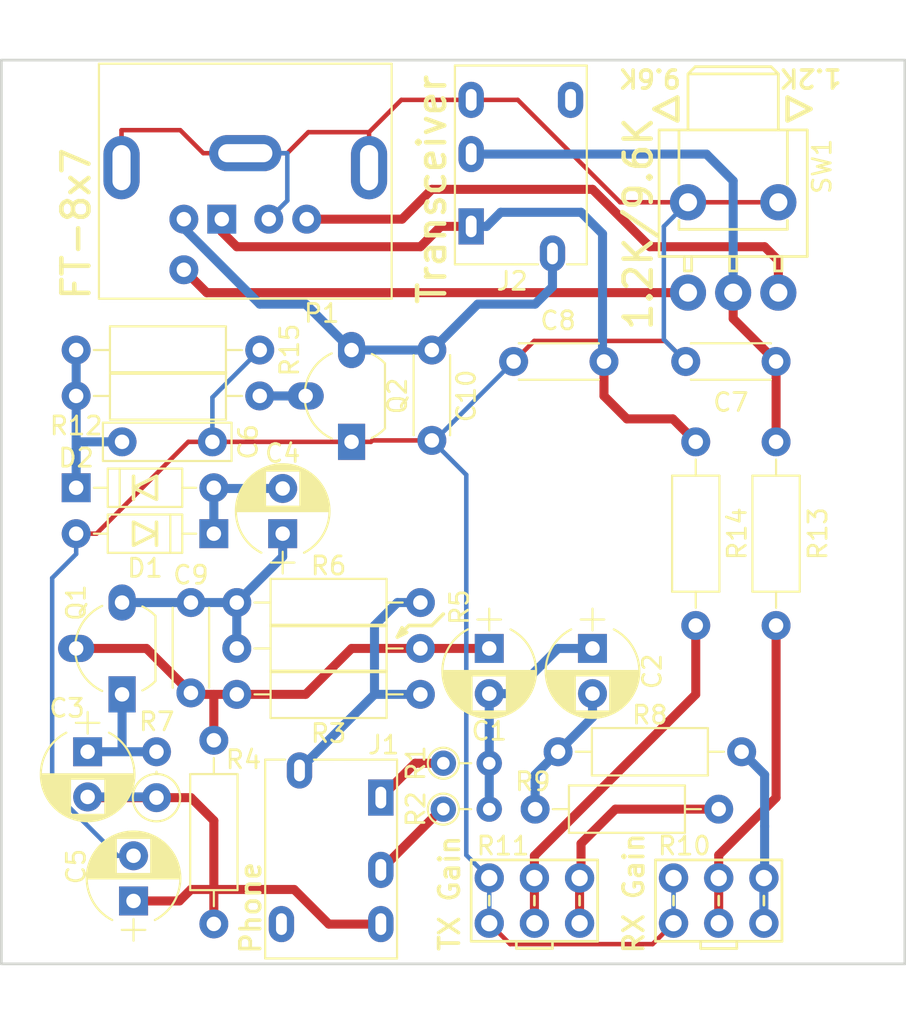
<source format=kicad_pcb>
(kicad_pcb (version 20171130) (host pcbnew "(5.1.12)-1")

  (general
    (thickness 1.6)
    (drawings 41)
    (tracks 174)
    (zones 0)
    (modules 37)
    (nets 25)
  )

  (page A4)
  (title_block
    (title "Phone-transceiver digital modes interface")
    (date 2017-04-11)
    (rev B)
    (comment 1 https://github.com/4x1md/phone_rtty_interface)
  )

  (layers
    (0 F.Cu signal)
    (31 B.Cu signal)
    (32 B.Adhes user hide)
    (33 F.Adhes user hide)
    (34 B.Paste user hide)
    (35 F.Paste user hide)
    (36 B.SilkS user hide)
    (37 F.SilkS user hide)
    (38 B.Mask user hide)
    (39 F.Mask user hide)
    (40 Dwgs.User user hide)
    (41 Cmts.User user hide)
    (42 Eco1.User user hide)
    (43 Eco2.User user hide)
    (44 Edge.Cuts user)
    (45 Margin user hide)
    (46 B.CrtYd user hide)
    (47 F.CrtYd user hide)
    (48 B.Fab user hide)
    (49 F.Fab user hide)
  )

  (setup
    (last_trace_width 0.25)
    (user_trace_width 0.5)
    (user_trace_width 0.75)
    (user_trace_width 1)
    (user_trace_width 1.5)
    (trace_clearance 0.2)
    (zone_clearance 0.35)
    (zone_45_only no)
    (trace_min 0.2)
    (via_size 0.6)
    (via_drill 0.4)
    (via_min_size 0.4)
    (via_min_drill 0.3)
    (user_via 0.75 0.4)
    (user_via 0.85 0.4)
    (user_via 1 0.4)
    (uvia_size 0.3)
    (uvia_drill 0.1)
    (uvias_allowed no)
    (uvia_min_size 0.2)
    (uvia_min_drill 0.1)
    (edge_width 0.15)
    (segment_width 0.15)
    (pcb_text_width 0.3)
    (pcb_text_size 1.5 1.5)
    (mod_edge_width 0.15)
    (mod_text_size 1 1)
    (mod_text_width 0.15)
    (pad_size 0.8 0.8)
    (pad_drill 0.8)
    (pad_to_mask_clearance 0.2)
    (aux_axis_origin 94.615 100.33)
    (visible_elements 7FFFFFFF)
    (pcbplotparams
      (layerselection 0x010f0_80000001)
      (usegerberextensions true)
      (usegerberattributes true)
      (usegerberadvancedattributes true)
      (creategerberjobfile true)
      (excludeedgelayer true)
      (linewidth 0.100000)
      (plotframeref false)
      (viasonmask false)
      (mode 1)
      (useauxorigin false)
      (hpglpennumber 1)
      (hpglpenspeed 20)
      (hpglpendiameter 15.000000)
      (psnegative false)
      (psa4output false)
      (plotreference true)
      (plotvalue false)
      (plotinvisibletext false)
      (padsonsilk false)
      (subtractmaskfromsilk false)
      (outputformat 1)
      (mirror false)
      (drillshape 0)
      (scaleselection 1)
      (outputdirectory "gerbers/"))
  )

  (net 0 "")
  (net 1 "Net-(C1-Pad1)")
  (net 2 "Net-(C3-Pad1)")
  (net 3 GNDREF)
  (net 4 "Net-(C6-Pad1)")
  (net 5 "Net-(Q2-Pad2)")
  (net 6 "Net-(R10-Pad2)")
  (net 7 /PHONE_OUT)
  (net 8 /PHONE_GND)
  (net 9 /TRX_DATA_IN)
  (net 10 /PHONE_MIC)
  (net 11 /TRX_1200)
  (net 12 /TRX_9600)
  (net 13 /PTT)
  (net 14 "Net-(C2-Pad2)")
  (net 15 "Net-(C4-Pad1)")
  (net 16 "Net-(C4-Pad2)")
  (net 17 "Net-(J1-Pad1)")
  (net 18 "Net-(J1-Pad2)")
  (net 19 "Net-(R11-Pad2)")
  (net 20 "Net-(R10-Pad1)")
  (net 21 "Net-(R11-Pad1)")
  (net 22 /TRX_DATA_OUT)
  (net 23 "Net-(J1-Pad5)")
  (net 24 "Net-(J2-Pad5)")

  (net_class Default "This is the default net class."
    (clearance 0.2)
    (trace_width 0.25)
    (via_dia 0.6)
    (via_drill 0.4)
    (uvia_dia 0.3)
    (uvia_drill 0.1)
    (add_net /PHONE_GND)
    (add_net /PHONE_MIC)
    (add_net /PHONE_OUT)
    (add_net /PTT)
    (add_net /TRX_1200)
    (add_net /TRX_9600)
    (add_net /TRX_DATA_IN)
    (add_net /TRX_DATA_OUT)
    (add_net GNDREF)
    (add_net "Net-(C1-Pad1)")
    (add_net "Net-(C2-Pad2)")
    (add_net "Net-(C3-Pad1)")
    (add_net "Net-(C4-Pad1)")
    (add_net "Net-(C4-Pad2)")
    (add_net "Net-(C6-Pad1)")
    (add_net "Net-(J1-Pad1)")
    (add_net "Net-(J1-Pad2)")
    (add_net "Net-(J1-Pad5)")
    (add_net "Net-(J2-Pad5)")
    (add_net "Net-(Q2-Pad2)")
    (add_net "Net-(R10-Pad1)")
    (add_net "Net-(R10-Pad2)")
    (add_net "Net-(R11-Pad1)")
    (add_net "Net-(R11-Pad2)")
  )

  (module Capacitors_THT:CP_Radial_D5.0mm_P2.50mm (layer F.Cu) (tedit 5A341D6B) (tstamp 59EB7D3C)
    (at 132.715 82.55 270)
    (descr "CP, Radial series, Radial, pin pitch=2.50mm, , diameter=5mm, Electrolytic Capacitor")
    (tags "CP Radial series Radial pin pitch 2.50mm  diameter 5mm Electrolytic Capacitor")
    (path /582AADD9)
    (fp_text reference C2 (at 1.27 -3.302 90) (layer F.SilkS)
      (effects (font (size 1 1) (thickness 0.15)))
    )
    (fp_text value 4.7uF (at 1.25 3.81 270) (layer F.Fab)
      (effects (font (size 1 1) (thickness 0.15)))
    )
    (fp_line (start 4.1 -2.85) (end -1.6 -2.85) (layer F.CrtYd) (width 0.05))
    (fp_line (start 4.1 2.85) (end 4.1 -2.85) (layer F.CrtYd) (width 0.05))
    (fp_line (start -1.6 2.85) (end 4.1 2.85) (layer F.CrtYd) (width 0.05))
    (fp_line (start -1.6 -2.85) (end -1.6 2.85) (layer F.CrtYd) (width 0.05))
    (fp_line (start -1.6 -0.65) (end -1.6 0.65) (layer F.SilkS) (width 0.12))
    (fp_line (start -2.2 0) (end -1 0) (layer F.SilkS) (width 0.12))
    (fp_line (start 3.811 -0.354) (end 3.811 0.354) (layer F.SilkS) (width 0.12))
    (fp_line (start 3.771 -0.559) (end 3.771 0.559) (layer F.SilkS) (width 0.12))
    (fp_line (start 3.731 -0.707) (end 3.731 0.707) (layer F.SilkS) (width 0.12))
    (fp_line (start 3.691 -0.829) (end 3.691 0.829) (layer F.SilkS) (width 0.12))
    (fp_line (start 3.651 -0.934) (end 3.651 0.934) (layer F.SilkS) (width 0.12))
    (fp_line (start 3.611 -1.028) (end 3.611 1.028) (layer F.SilkS) (width 0.12))
    (fp_line (start 3.571 -1.112) (end 3.571 1.112) (layer F.SilkS) (width 0.12))
    (fp_line (start 3.531 -1.189) (end 3.531 1.189) (layer F.SilkS) (width 0.12))
    (fp_line (start 3.491 -1.261) (end 3.491 1.261) (layer F.SilkS) (width 0.12))
    (fp_line (start 3.451 0.98) (end 3.451 1.327) (layer F.SilkS) (width 0.12))
    (fp_line (start 3.451 -1.327) (end 3.451 -0.98) (layer F.SilkS) (width 0.12))
    (fp_line (start 3.411 0.98) (end 3.411 1.39) (layer F.SilkS) (width 0.12))
    (fp_line (start 3.411 -1.39) (end 3.411 -0.98) (layer F.SilkS) (width 0.12))
    (fp_line (start 3.371 0.98) (end 3.371 1.448) (layer F.SilkS) (width 0.12))
    (fp_line (start 3.371 -1.448) (end 3.371 -0.98) (layer F.SilkS) (width 0.12))
    (fp_line (start 3.331 0.98) (end 3.331 1.504) (layer F.SilkS) (width 0.12))
    (fp_line (start 3.331 -1.504) (end 3.331 -0.98) (layer F.SilkS) (width 0.12))
    (fp_line (start 3.291 0.98) (end 3.291 1.556) (layer F.SilkS) (width 0.12))
    (fp_line (start 3.291 -1.556) (end 3.291 -0.98) (layer F.SilkS) (width 0.12))
    (fp_line (start 3.251 0.98) (end 3.251 1.606) (layer F.SilkS) (width 0.12))
    (fp_line (start 3.251 -1.606) (end 3.251 -0.98) (layer F.SilkS) (width 0.12))
    (fp_line (start 3.211 0.98) (end 3.211 1.654) (layer F.SilkS) (width 0.12))
    (fp_line (start 3.211 -1.654) (end 3.211 -0.98) (layer F.SilkS) (width 0.12))
    (fp_line (start 3.171 0.98) (end 3.171 1.699) (layer F.SilkS) (width 0.12))
    (fp_line (start 3.171 -1.699) (end 3.171 -0.98) (layer F.SilkS) (width 0.12))
    (fp_line (start 3.131 0.98) (end 3.131 1.742) (layer F.SilkS) (width 0.12))
    (fp_line (start 3.131 -1.742) (end 3.131 -0.98) (layer F.SilkS) (width 0.12))
    (fp_line (start 3.091 0.98) (end 3.091 1.783) (layer F.SilkS) (width 0.12))
    (fp_line (start 3.091 -1.783) (end 3.091 -0.98) (layer F.SilkS) (width 0.12))
    (fp_line (start 3.051 0.98) (end 3.051 1.823) (layer F.SilkS) (width 0.12))
    (fp_line (start 3.051 -1.823) (end 3.051 -0.98) (layer F.SilkS) (width 0.12))
    (fp_line (start 3.011 0.98) (end 3.011 1.861) (layer F.SilkS) (width 0.12))
    (fp_line (start 3.011 -1.861) (end 3.011 -0.98) (layer F.SilkS) (width 0.12))
    (fp_line (start 2.971 0.98) (end 2.971 1.897) (layer F.SilkS) (width 0.12))
    (fp_line (start 2.971 -1.897) (end 2.971 -0.98) (layer F.SilkS) (width 0.12))
    (fp_line (start 2.931 0.98) (end 2.931 1.932) (layer F.SilkS) (width 0.12))
    (fp_line (start 2.931 -1.932) (end 2.931 -0.98) (layer F.SilkS) (width 0.12))
    (fp_line (start 2.891 0.98) (end 2.891 1.965) (layer F.SilkS) (width 0.12))
    (fp_line (start 2.891 -1.965) (end 2.891 -0.98) (layer F.SilkS) (width 0.12))
    (fp_line (start 2.851 0.98) (end 2.851 1.997) (layer F.SilkS) (width 0.12))
    (fp_line (start 2.851 -1.997) (end 2.851 -0.98) (layer F.SilkS) (width 0.12))
    (fp_line (start 2.811 0.98) (end 2.811 2.028) (layer F.SilkS) (width 0.12))
    (fp_line (start 2.811 -2.028) (end 2.811 -0.98) (layer F.SilkS) (width 0.12))
    (fp_line (start 2.771 0.98) (end 2.771 2.058) (layer F.SilkS) (width 0.12))
    (fp_line (start 2.771 -2.058) (end 2.771 -0.98) (layer F.SilkS) (width 0.12))
    (fp_line (start 2.731 0.98) (end 2.731 2.086) (layer F.SilkS) (width 0.12))
    (fp_line (start 2.731 -2.086) (end 2.731 -0.98) (layer F.SilkS) (width 0.12))
    (fp_line (start 2.691 0.98) (end 2.691 2.113) (layer F.SilkS) (width 0.12))
    (fp_line (start 2.691 -2.113) (end 2.691 -0.98) (layer F.SilkS) (width 0.12))
    (fp_line (start 2.651 0.98) (end 2.651 2.14) (layer F.SilkS) (width 0.12))
    (fp_line (start 2.651 -2.14) (end 2.651 -0.98) (layer F.SilkS) (width 0.12))
    (fp_line (start 2.611 0.98) (end 2.611 2.165) (layer F.SilkS) (width 0.12))
    (fp_line (start 2.611 -2.165) (end 2.611 -0.98) (layer F.SilkS) (width 0.12))
    (fp_line (start 2.571 0.98) (end 2.571 2.189) (layer F.SilkS) (width 0.12))
    (fp_line (start 2.571 -2.189) (end 2.571 -0.98) (layer F.SilkS) (width 0.12))
    (fp_line (start 2.531 0.98) (end 2.531 2.212) (layer F.SilkS) (width 0.12))
    (fp_line (start 2.531 -2.212) (end 2.531 -0.98) (layer F.SilkS) (width 0.12))
    (fp_line (start 2.491 0.98) (end 2.491 2.234) (layer F.SilkS) (width 0.12))
    (fp_line (start 2.491 -2.234) (end 2.491 -0.98) (layer F.SilkS) (width 0.12))
    (fp_line (start 2.451 0.98) (end 2.451 2.256) (layer F.SilkS) (width 0.12))
    (fp_line (start 2.451 -2.256) (end 2.451 -0.98) (layer F.SilkS) (width 0.12))
    (fp_line (start 2.411 0.98) (end 2.411 2.276) (layer F.SilkS) (width 0.12))
    (fp_line (start 2.411 -2.276) (end 2.411 -0.98) (layer F.SilkS) (width 0.12))
    (fp_line (start 2.371 0.98) (end 2.371 2.296) (layer F.SilkS) (width 0.12))
    (fp_line (start 2.371 -2.296) (end 2.371 -0.98) (layer F.SilkS) (width 0.12))
    (fp_line (start 2.331 0.98) (end 2.331 2.315) (layer F.SilkS) (width 0.12))
    (fp_line (start 2.331 -2.315) (end 2.331 -0.98) (layer F.SilkS) (width 0.12))
    (fp_line (start 2.291 0.98) (end 2.291 2.333) (layer F.SilkS) (width 0.12))
    (fp_line (start 2.291 -2.333) (end 2.291 -0.98) (layer F.SilkS) (width 0.12))
    (fp_line (start 2.251 0.98) (end 2.251 2.35) (layer F.SilkS) (width 0.12))
    (fp_line (start 2.251 -2.35) (end 2.251 -0.98) (layer F.SilkS) (width 0.12))
    (fp_line (start 2.211 0.98) (end 2.211 2.366) (layer F.SilkS) (width 0.12))
    (fp_line (start 2.211 -2.366) (end 2.211 -0.98) (layer F.SilkS) (width 0.12))
    (fp_line (start 2.171 0.98) (end 2.171 2.382) (layer F.SilkS) (width 0.12))
    (fp_line (start 2.171 -2.382) (end 2.171 -0.98) (layer F.SilkS) (width 0.12))
    (fp_line (start 2.131 0.98) (end 2.131 2.396) (layer F.SilkS) (width 0.12))
    (fp_line (start 2.131 -2.396) (end 2.131 -0.98) (layer F.SilkS) (width 0.12))
    (fp_line (start 2.091 0.98) (end 2.091 2.41) (layer F.SilkS) (width 0.12))
    (fp_line (start 2.091 -2.41) (end 2.091 -0.98) (layer F.SilkS) (width 0.12))
    (fp_line (start 2.051 0.98) (end 2.051 2.424) (layer F.SilkS) (width 0.12))
    (fp_line (start 2.051 -2.424) (end 2.051 -0.98) (layer F.SilkS) (width 0.12))
    (fp_line (start 2.011 0.98) (end 2.011 2.436) (layer F.SilkS) (width 0.12))
    (fp_line (start 2.011 -2.436) (end 2.011 -0.98) (layer F.SilkS) (width 0.12))
    (fp_line (start 1.971 0.98) (end 1.971 2.448) (layer F.SilkS) (width 0.12))
    (fp_line (start 1.971 -2.448) (end 1.971 -0.98) (layer F.SilkS) (width 0.12))
    (fp_line (start 1.93 0.98) (end 1.93 2.46) (layer F.SilkS) (width 0.12))
    (fp_line (start 1.93 -2.46) (end 1.93 -0.98) (layer F.SilkS) (width 0.12))
    (fp_line (start 1.89 0.98) (end 1.89 2.47) (layer F.SilkS) (width 0.12))
    (fp_line (start 1.89 -2.47) (end 1.89 -0.98) (layer F.SilkS) (width 0.12))
    (fp_line (start 1.85 0.98) (end 1.85 2.48) (layer F.SilkS) (width 0.12))
    (fp_line (start 1.85 -2.48) (end 1.85 -0.98) (layer F.SilkS) (width 0.12))
    (fp_line (start 1.81 0.98) (end 1.81 2.489) (layer F.SilkS) (width 0.12))
    (fp_line (start 1.81 -2.489) (end 1.81 -0.98) (layer F.SilkS) (width 0.12))
    (fp_line (start 1.77 0.98) (end 1.77 2.498) (layer F.SilkS) (width 0.12))
    (fp_line (start 1.77 -2.498) (end 1.77 -0.98) (layer F.SilkS) (width 0.12))
    (fp_line (start 1.73 0.98) (end 1.73 2.506) (layer F.SilkS) (width 0.12))
    (fp_line (start 1.73 -2.506) (end 1.73 -0.98) (layer F.SilkS) (width 0.12))
    (fp_line (start 1.69 0.98) (end 1.69 2.513) (layer F.SilkS) (width 0.12))
    (fp_line (start 1.69 -2.513) (end 1.69 -0.98) (layer F.SilkS) (width 0.12))
    (fp_line (start 1.65 0.98) (end 1.65 2.519) (layer F.SilkS) (width 0.12))
    (fp_line (start 1.65 -2.519) (end 1.65 -0.98) (layer F.SilkS) (width 0.12))
    (fp_line (start 1.61 0.98) (end 1.61 2.525) (layer F.SilkS) (width 0.12))
    (fp_line (start 1.61 -2.525) (end 1.61 -0.98) (layer F.SilkS) (width 0.12))
    (fp_line (start 1.57 0.98) (end 1.57 2.531) (layer F.SilkS) (width 0.12))
    (fp_line (start 1.57 -2.531) (end 1.57 -0.98) (layer F.SilkS) (width 0.12))
    (fp_line (start 1.53 0.98) (end 1.53 2.535) (layer F.SilkS) (width 0.12))
    (fp_line (start 1.53 -2.535) (end 1.53 -0.98) (layer F.SilkS) (width 0.12))
    (fp_line (start 1.49 -2.539) (end 1.49 2.539) (layer F.SilkS) (width 0.12))
    (fp_line (start 1.45 -2.543) (end 1.45 2.543) (layer F.SilkS) (width 0.12))
    (fp_line (start 1.41 -2.546) (end 1.41 2.546) (layer F.SilkS) (width 0.12))
    (fp_line (start 1.37 -2.548) (end 1.37 2.548) (layer F.SilkS) (width 0.12))
    (fp_line (start 1.33 -2.549) (end 1.33 2.549) (layer F.SilkS) (width 0.12))
    (fp_line (start 1.29 -2.55) (end 1.29 2.55) (layer F.SilkS) (width 0.12))
    (fp_line (start 1.25 -2.55) (end 1.25 2.55) (layer F.SilkS) (width 0.12))
    (fp_line (start -1.6 -0.65) (end -1.6 0.65) (layer F.Fab) (width 0.1))
    (fp_line (start -2.2 0) (end -1 0) (layer F.Fab) (width 0.1))
    (fp_circle (center 1.25 0) (end 3.75 0) (layer F.Fab) (width 0.1))
    (fp_text user %R (at 1.25 0 270) (layer F.Fab)
      (effects (font (size 1 1) (thickness 0.15)))
    )
    (fp_arc (start 1.25 0) (end -1.05558 -1.18) (angle 125.8) (layer F.SilkS) (width 0.12))
    (fp_arc (start 1.25 0) (end -1.05558 1.18) (angle -125.8) (layer F.SilkS) (width 0.12))
    (fp_arc (start 1.25 0) (end 3.55558 -1.18) (angle 54.2) (layer F.SilkS) (width 0.12))
    (pad 1 thru_hole rect (at 0 0 270) (size 1.6 1.6) (drill 0.8) (layers *.Cu *.Mask)
      (net 7 /PHONE_OUT))
    (pad 2 thru_hole circle (at 2.5 0 270) (size 1.6 1.6) (drill 0.8) (layers *.Cu *.Mask)
      (net 14 "Net-(C2-Pad2)"))
    (model ${KISYS3DMOD}/Capacitors_THT.3dshapes/CP_Radial_D5.0mm_P2.50mm.wrl
      (at (xyz 0 0 0))
      (scale (xyz 1 1 1))
      (rotate (xyz 0 0 0))
    )
  )

  (module Resistors_THT:R_Axial_DIN0207_L6.3mm_D2.5mm_P10.16mm_Horizontal (layer F.Cu) (tedit 5A3425CC) (tstamp 59F34529)
    (at 123.19 80.01 180)
    (descr "Resistor, Axial_DIN0207 series, Axial, Horizontal, pin pitch=10.16mm, 0.25W = 1/4W, length*diameter=6.3*2.5mm^2, http://cdn-reichelt.de/documents/datenblatt/B400/1_4W%23YAG.pdf")
    (tags "Resistor Axial_DIN0207 series Axial Horizontal pin pitch 10.16mm 0.25W = 1/4W length 6.3mm diameter 2.5mm")
    (path /582BD2AD)
    (fp_text reference R6 (at 5.08 2.032 180) (layer F.SilkS)
      (effects (font (size 1 1) (thickness 0.15)))
    )
    (fp_text value 3.3K (at 5.08 0 180) (layer F.Fab)
      (effects (font (size 1 1) (thickness 0.15)))
    )
    (fp_line (start 11.25 -1.6) (end -1.05 -1.6) (layer F.CrtYd) (width 0.05))
    (fp_line (start 11.25 1.6) (end 11.25 -1.6) (layer F.CrtYd) (width 0.05))
    (fp_line (start -1.05 1.6) (end 11.25 1.6) (layer F.CrtYd) (width 0.05))
    (fp_line (start -1.05 -1.6) (end -1.05 1.6) (layer F.CrtYd) (width 0.05))
    (fp_line (start 9.18 0) (end 8.29 0) (layer F.SilkS) (width 0.12))
    (fp_line (start 0.98 0) (end 1.87 0) (layer F.SilkS) (width 0.12))
    (fp_line (start 8.29 -1.31) (end 1.87 -1.31) (layer F.SilkS) (width 0.12))
    (fp_line (start 8.29 1.31) (end 8.29 -1.31) (layer F.SilkS) (width 0.12))
    (fp_line (start 1.87 1.31) (end 8.29 1.31) (layer F.SilkS) (width 0.12))
    (fp_line (start 1.87 -1.31) (end 1.87 1.31) (layer F.SilkS) (width 0.12))
    (fp_line (start 10.16 0) (end 8.23 0) (layer F.Fab) (width 0.1))
    (fp_line (start 0 0) (end 1.93 0) (layer F.Fab) (width 0.1))
    (fp_line (start 8.23 -1.25) (end 1.93 -1.25) (layer F.Fab) (width 0.1))
    (fp_line (start 8.23 1.25) (end 8.23 -1.25) (layer F.Fab) (width 0.1))
    (fp_line (start 1.93 1.25) (end 8.23 1.25) (layer F.Fab) (width 0.1))
    (fp_line (start 1.93 -1.25) (end 1.93 1.25) (layer F.Fab) (width 0.1))
    (pad 1 thru_hole circle (at 0 0 180) (size 1.6 1.6) (drill 0.8) (layers *.Cu *.Mask)
      (net 10 /PHONE_MIC))
    (pad 2 thru_hole oval (at 10.16 0 180) (size 1.6 1.6) (drill 0.8) (layers *.Cu *.Mask)
      (net 15 "Net-(C4-Pad1)"))
    (model ${KISYS3DMOD}/Resistors_THT.3dshapes/R_Axial_DIN0207_L6.3mm_D2.5mm_P10.16mm_Horizontal.wrl
      (at (xyz 0 0 0))
      (scale (xyz 0.393701 0.393701 0.393701))
      (rotate (xyz 0 0 0))
    )
  )

  (module Mounting_Holes:MountingHole_2.7mm_M2.5_ISO7380 locked (layer F.Cu) (tedit 5845FAC3) (tstamp 58459CF2)
    (at 102.5 52.5)
    (descr "Mounting Hole 2.7mm, no annular, M2.5, ISO7380")
    (tags "mounting hole 2.7mm no annular m2.5 iso7380")
    (fp_text reference MH1 (at 0.37 -5.51) (layer F.SilkS) hide
      (effects (font (size 1 1) (thickness 0.15)))
    )
    (fp_text value MH_2.7mm_M2.5_ISO7380 (at 0.37 -4.24) (layer F.Fab) hide
      (effects (font (size 1 1) (thickness 0.15)))
    )
    (fp_circle (center 0 0) (end 2.5 0) (layer F.CrtYd) (width 0.05))
    (fp_circle (center 0 0) (end 2.25 0) (layer Cmts.User) (width 0.15))
    (pad 1 np_thru_hole circle (at 0 0) (size 2.7 2.7) (drill 2.7) (layers *.Cu *.Mask))
  )

  (module Mounting_Holes:MountingHole_2.7mm_M2.5_ISO7380 locked (layer F.Cu) (tedit 5845FABA) (tstamp 58459D22)
    (at 147.5 52.5)
    (descr "Mounting Hole 2.7mm, no annular, M2.5, ISO7380")
    (tags "mounting hole 2.7mm no annular m2.5 iso7380")
    (fp_text reference MH2 (at -0.18 -5.51) (layer F.SilkS) hide
      (effects (font (size 1 1) (thickness 0.15)))
    )
    (fp_text value MH_2.7mm_M2.5_ISO7380 (at -0.18 -4.24) (layer F.Fab) hide
      (effects (font (size 1 1) (thickness 0.15)))
    )
    (fp_circle (center 0 0) (end 2.5 0) (layer F.CrtYd) (width 0.05))
    (fp_circle (center 0 0) (end 2.25 0) (layer Cmts.User) (width 0.15))
    (pad 1 np_thru_hole circle (at 0 0) (size 2.7 2.7) (drill 2.7) (layers *.Cu *.Mask))
  )

  (module Mounting_Holes:MountingHole_2.7mm_M2.5_ISO7380 locked (layer F.Cu) (tedit 5845FAA4) (tstamp 58459D2E)
    (at 102.5 97.5)
    (descr "Mounting Hole 2.7mm, no annular, M2.5, ISO7380")
    (tags "mounting hole 2.7mm no annular m2.5 iso7380")
    (fp_text reference MH3 (at 0.37 4.1) (layer F.SilkS) hide
      (effects (font (size 1 1) (thickness 0.15)))
    )
    (fp_text value MH_2.7mm_M2.5_ISO7380 (at 0.37 5.37) (layer F.Fab) hide
      (effects (font (size 1 1) (thickness 0.15)))
    )
    (fp_circle (center 0 0) (end 2.5 0) (layer F.CrtYd) (width 0.05))
    (fp_circle (center 0 0) (end 2.25 0) (layer Cmts.User) (width 0.15))
    (pad 1 np_thru_hole circle (at 0 0) (size 2.7 2.7) (drill 2.7) (layers *.Cu *.Mask))
  )

  (module Mounting_Holes:MountingHole_2.7mm_M2.5_ISO7380 locked (layer F.Cu) (tedit 5845FAB0) (tstamp 58459D28)
    (at 147.5 97.5)
    (descr "Mounting Hole 2.7mm, no annular, M2.5, ISO7380")
    (tags "mounting hole 2.7mm no annular m2.5 iso7380")
    (fp_text reference MH4 (at -0.18 4.1) (layer F.SilkS) hide
      (effects (font (size 1 1) (thickness 0.15)))
    )
    (fp_text value MH_2.7mm_M2.5_ISO7380 (at -0.18 5.37) (layer F.Fab) hide
      (effects (font (size 1 1) (thickness 0.15)))
    )
    (fp_circle (center 0 0) (end 2.5 0) (layer F.CrtYd) (width 0.05))
    (fp_circle (center 0 0) (end 2.25 0) (layer Cmts.User) (width 0.15))
    (pad 1 np_thru_hole circle (at 0 0) (size 2.7 2.7) (drill 2.7) (layers *.Cu *.Mask))
  )

  (module TO_SOT_Packages_THT:TO-92_Molded_Wide_Oval (layer F.Cu) (tedit 59F454DC) (tstamp 58E955FF)
    (at 106.68 85.09 90)
    (descr "TO-92 leads molded, wide, oval pads, drill 0.8mm (see NXP sot054_po.pdf)")
    (tags "to-92 sc-43 sc-43a sot54 PA33 transistor")
    (path /5829E7CB)
    (fp_text reference Q1 (at 5.08 -2.54 270) (layer F.SilkS)
      (effects (font (size 1 1) (thickness 0.15)))
    )
    (fp_text value 2N2222 (at 2.54 2.54 270) (layer F.Fab)
      (effects (font (size 1 1) (thickness 0.15)))
    )
    (fp_line (start 6.33 2.01) (end -1.25 2.01) (layer F.CrtYd) (width 0.05))
    (fp_line (start 6.33 2.01) (end 6.33 -3.79) (layer F.CrtYd) (width 0.05))
    (fp_line (start -1.25 -3.79) (end -1.25 2.01) (layer F.CrtYd) (width 0.05))
    (fp_line (start -1.25 -3.79) (end 6.33 -3.79) (layer F.CrtYd) (width 0.05))
    (fp_line (start 0.8 1.75) (end 4.3 1.75) (layer F.Fab) (width 0.1))
    (fp_line (start 0.74 1.85) (end 4.34 1.85) (layer F.SilkS) (width 0.12))
    (fp_text user %R (at 2.54 0 90) (layer F.Fab)
      (effects (font (size 1 1) (thickness 0.15)))
    )
    (fp_arc (start 2.54 0) (end 0.74 1.85) (angle 20) (layer F.SilkS) (width 0.12))
    (fp_arc (start 2.54 0) (end 2.54 -2.6) (angle -65) (layer F.SilkS) (width 0.12))
    (fp_arc (start 2.54 0) (end 2.54 -2.6) (angle 65) (layer F.SilkS) (width 0.12))
    (fp_arc (start 2.54 0) (end 2.54 -2.48) (angle 135) (layer F.Fab) (width 0.1))
    (fp_arc (start 2.54 0) (end 2.54 -2.48) (angle -135) (layer F.Fab) (width 0.1))
    (fp_arc (start 2.54 0) (end 4.34 1.85) (angle -20) (layer F.SilkS) (width 0.12))
    (pad 2 thru_hole oval (at 2.54 -2.54 180) (size 2 1.5) (drill 0.8) (layers *.Cu *.Mask)
      (net 1 "Net-(C1-Pad1)"))
    (pad 1 thru_hole rect (at 0 0 180) (size 1.5 2) (drill 0.8) (layers *.Cu *.Mask)
      (net 2 "Net-(C3-Pad1)"))
    (pad 3 thru_hole oval (at 5.08 0 180) (size 1.5 2) (drill 0.8) (layers *.Cu *.Mask)
      (net 15 "Net-(C4-Pad1)"))
    (model ${KISYS3DMOD}/TO_SOT_Packages_THT.3dshapes/TO-92_Molded_Wide_Oval.wrl
      (offset (xyz 2.539999961853027 0 0))
      (scale (xyz 1 1 1))
      (rotate (xyz 0 0 -90))
    )
  )

  (module TO_SOT_Packages_THT:TO-92_Molded_Wide_Oval (layer F.Cu) (tedit 59F45A20) (tstamp 0)
    (at 119.38 71.12 90)
    (descr "TO-92 leads molded, wide, oval pads, drill 0.8mm (see NXP sot054_po.pdf)")
    (tags "to-92 sc-43 sc-43a sot54 PA33 transistor")
    (path /5829E7FF)
    (fp_text reference Q2 (at 2.54 2.54 270) (layer F.SilkS)
      (effects (font (size 1 1) (thickness 0.15)))
    )
    (fp_text value 2N2222 (at 2.54 3.05 90) (layer F.Fab)
      (effects (font (size 1 1) (thickness 0.15)))
    )
    (fp_line (start 6.33 2.01) (end -1.25 2.01) (layer F.CrtYd) (width 0.05))
    (fp_line (start 6.33 2.01) (end 6.33 -3.79) (layer F.CrtYd) (width 0.05))
    (fp_line (start -1.25 -3.79) (end -1.25 2.01) (layer F.CrtYd) (width 0.05))
    (fp_line (start -1.25 -3.79) (end 6.33 -3.79) (layer F.CrtYd) (width 0.05))
    (fp_line (start 0.8 1.75) (end 4.3 1.75) (layer F.Fab) (width 0.1))
    (fp_line (start 0.74 1.85) (end 4.34 1.85) (layer F.SilkS) (width 0.12))
    (fp_text user %R (at 2.54 0 180) (layer F.Fab)
      (effects (font (size 1 1) (thickness 0.15)))
    )
    (fp_arc (start 2.54 0) (end 0.74 1.85) (angle 20) (layer F.SilkS) (width 0.12))
    (fp_arc (start 2.54 0) (end 2.54 -2.6) (angle -65) (layer F.SilkS) (width 0.12))
    (fp_arc (start 2.54 0) (end 2.54 -2.6) (angle 65) (layer F.SilkS) (width 0.12))
    (fp_arc (start 2.54 0) (end 2.54 -2.48) (angle 135) (layer F.Fab) (width 0.1))
    (fp_arc (start 2.54 0) (end 2.54 -2.48) (angle -135) (layer F.Fab) (width 0.1))
    (fp_arc (start 2.54 0) (end 4.34 1.85) (angle -20) (layer F.SilkS) (width 0.12))
    (pad 2 thru_hole oval (at 2.54 -2.54 180) (size 2 1.5) (drill 0.8) (layers *.Cu *.Mask)
      (net 5 "Net-(Q2-Pad2)"))
    (pad 1 thru_hole rect (at 0 0 180) (size 1.5 2) (drill 0.8) (layers *.Cu *.Mask)
      (net 3 GNDREF))
    (pad 3 thru_hole oval (at 5.08 0 180) (size 1.5 2) (drill 0.8) (layers *.Cu *.Mask)
      (net 13 /PTT))
    (model ${KISYS3DMOD}/TO_SOT_Packages_THT.3dshapes/TO-92_Molded_Wide_Oval.wrl
      (offset (xyz 2.539999961853027 0 0))
      (scale (xyz 1 1 1))
      (rotate (xyz 0 0 -90))
    )
  )

  (module Capacitors_THT:C_Disc_D4.3mm_W1.9mm_P5.00mm (layer F.Cu) (tedit 5A34262B) (tstamp 59EB7CD1)
    (at 110.49 80.01 270)
    (descr "C, Disc series, Radial, pin pitch=5.00mm, , diameter*width=4.3*1.9mm^2, Capacitor, http://www.vishay.com/docs/45233/krseries.pdf")
    (tags "C Disc series Radial pin pitch 5.00mm  diameter 4.3mm width 1.9mm Capacitor")
    (path /59EB7482)
    (fp_text reference C9 (at -1.524 0) (layer F.SilkS)
      (effects (font (size 1 1) (thickness 0.15)))
    )
    (fp_text value 100pF (at 2.5 2.26 270) (layer F.Fab)
      (effects (font (size 1 1) (thickness 0.15)))
    )
    (fp_line (start 6.05 -1.3) (end -1.05 -1.3) (layer F.CrtYd) (width 0.05))
    (fp_line (start 6.05 1.3) (end 6.05 -1.3) (layer F.CrtYd) (width 0.05))
    (fp_line (start -1.05 1.3) (end 6.05 1.3) (layer F.CrtYd) (width 0.05))
    (fp_line (start -1.05 -1.3) (end -1.05 1.3) (layer F.CrtYd) (width 0.05))
    (fp_line (start 4.71 0.996) (end 4.71 1.01) (layer F.SilkS) (width 0.12))
    (fp_line (start 4.71 -1.01) (end 4.71 -0.996) (layer F.SilkS) (width 0.12))
    (fp_line (start 0.29 0.996) (end 0.29 1.01) (layer F.SilkS) (width 0.12))
    (fp_line (start 0.29 -1.01) (end 0.29 -0.996) (layer F.SilkS) (width 0.12))
    (fp_line (start 0.29 1.01) (end 4.71 1.01) (layer F.SilkS) (width 0.12))
    (fp_line (start 0.29 -1.01) (end 4.71 -1.01) (layer F.SilkS) (width 0.12))
    (fp_line (start 4.65 -0.95) (end 0.35 -0.95) (layer F.Fab) (width 0.1))
    (fp_line (start 4.65 0.95) (end 4.65 -0.95) (layer F.Fab) (width 0.1))
    (fp_line (start 0.35 0.95) (end 4.65 0.95) (layer F.Fab) (width 0.1))
    (fp_line (start 0.35 -0.95) (end 0.35 0.95) (layer F.Fab) (width 0.1))
    (fp_text user %R (at 2.5 0 270) (layer F.Fab)
      (effects (font (size 1 1) (thickness 0.15)))
    )
    (pad 1 thru_hole circle (at 0 0 270) (size 1.6 1.6) (drill 0.8) (layers *.Cu *.Mask)
      (net 15 "Net-(C4-Pad1)"))
    (pad 2 thru_hole circle (at 5 0 270) (size 1.6 1.6) (drill 0.8) (layers *.Cu *.Mask)
      (net 1 "Net-(C1-Pad1)"))
    (model ${KISYS3DMOD}/Capacitors_THT.3dshapes/C_Disc_D4.3mm_W1.9mm_P5.00mm.wrl
      (at (xyz 0 0 0))
      (scale (xyz 1 1 1))
      (rotate (xyz 0 0 0))
    )
  )

  (module Capacitors_THT:C_Disc_D4.3mm_W1.9mm_P5.00mm (layer F.Cu) (tedit 59F45662) (tstamp 59EB7CD7)
    (at 123.825 66.04 270)
    (descr "C, Disc series, Radial, pin pitch=5.00mm, , diameter*width=4.3*1.9mm^2, Capacitor, http://www.vishay.com/docs/45233/krseries.pdf")
    (tags "C Disc series Radial pin pitch 5.00mm  diameter 4.3mm width 1.9mm Capacitor")
    (path /59EB774D)
    (fp_text reference C10 (at 2.54 -1.905 270) (layer F.SilkS)
      (effects (font (size 1 1) (thickness 0.15)))
    )
    (fp_text value 1nF (at 2.5 2.26 270) (layer F.Fab)
      (effects (font (size 1 1) (thickness 0.15)))
    )
    (fp_line (start 6.05 -1.3) (end -1.05 -1.3) (layer F.CrtYd) (width 0.05))
    (fp_line (start 6.05 1.3) (end 6.05 -1.3) (layer F.CrtYd) (width 0.05))
    (fp_line (start -1.05 1.3) (end 6.05 1.3) (layer F.CrtYd) (width 0.05))
    (fp_line (start -1.05 -1.3) (end -1.05 1.3) (layer F.CrtYd) (width 0.05))
    (fp_line (start 4.71 0.996) (end 4.71 1.01) (layer F.SilkS) (width 0.12))
    (fp_line (start 4.71 -1.01) (end 4.71 -0.996) (layer F.SilkS) (width 0.12))
    (fp_line (start 0.29 0.996) (end 0.29 1.01) (layer F.SilkS) (width 0.12))
    (fp_line (start 0.29 -1.01) (end 0.29 -0.996) (layer F.SilkS) (width 0.12))
    (fp_line (start 0.29 1.01) (end 4.71 1.01) (layer F.SilkS) (width 0.12))
    (fp_line (start 0.29 -1.01) (end 4.71 -1.01) (layer F.SilkS) (width 0.12))
    (fp_line (start 4.65 -0.95) (end 0.35 -0.95) (layer F.Fab) (width 0.1))
    (fp_line (start 4.65 0.95) (end 4.65 -0.95) (layer F.Fab) (width 0.1))
    (fp_line (start 0.35 0.95) (end 4.65 0.95) (layer F.Fab) (width 0.1))
    (fp_line (start 0.35 -0.95) (end 0.35 0.95) (layer F.Fab) (width 0.1))
    (fp_text user %R (at 2.5 0 270) (layer F.Fab)
      (effects (font (size 1 1) (thickness 0.15)))
    )
    (pad 1 thru_hole circle (at 0 0 270) (size 1.6 1.6) (drill 0.8) (layers *.Cu *.Mask)
      (net 13 /PTT))
    (pad 2 thru_hole circle (at 5 0 270) (size 1.6 1.6) (drill 0.8) (layers *.Cu *.Mask)
      (net 3 GNDREF))
    (model ${KISYS3DMOD}/Capacitors_THT.3dshapes/C_Disc_D4.3mm_W1.9mm_P5.00mm.wrl
      (at (xyz 0 0 0))
      (scale (xyz 1 1 1))
      (rotate (xyz 0 0 0))
    )
  )

  (module Capacitors_THT:CP_Radial_D5.0mm_P2.50mm (layer F.Cu) (tedit 5A341D64) (tstamp 59EB7D37)
    (at 127 82.55 270)
    (descr "CP, Radial series, Radial, pin pitch=2.50mm, , diameter=5mm, Electrolytic Capacitor")
    (tags "CP Radial series Radial pin pitch 2.50mm  diameter 5mm Electrolytic Capacitor")
    (path /582A4F9C)
    (fp_text reference C1 (at 4.572 0) (layer F.SilkS)
      (effects (font (size 1 1) (thickness 0.15)))
    )
    (fp_text value 4.7uF (at 1.25 3.81 270) (layer F.Fab)
      (effects (font (size 1 1) (thickness 0.15)))
    )
    (fp_line (start 4.1 -2.85) (end -1.6 -2.85) (layer F.CrtYd) (width 0.05))
    (fp_line (start 4.1 2.85) (end 4.1 -2.85) (layer F.CrtYd) (width 0.05))
    (fp_line (start -1.6 2.85) (end 4.1 2.85) (layer F.CrtYd) (width 0.05))
    (fp_line (start -1.6 -2.85) (end -1.6 2.85) (layer F.CrtYd) (width 0.05))
    (fp_line (start -1.6 -0.65) (end -1.6 0.65) (layer F.SilkS) (width 0.12))
    (fp_line (start -2.2 0) (end -1 0) (layer F.SilkS) (width 0.12))
    (fp_line (start 3.811 -0.354) (end 3.811 0.354) (layer F.SilkS) (width 0.12))
    (fp_line (start 3.771 -0.559) (end 3.771 0.559) (layer F.SilkS) (width 0.12))
    (fp_line (start 3.731 -0.707) (end 3.731 0.707) (layer F.SilkS) (width 0.12))
    (fp_line (start 3.691 -0.829) (end 3.691 0.829) (layer F.SilkS) (width 0.12))
    (fp_line (start 3.651 -0.934) (end 3.651 0.934) (layer F.SilkS) (width 0.12))
    (fp_line (start 3.611 -1.028) (end 3.611 1.028) (layer F.SilkS) (width 0.12))
    (fp_line (start 3.571 -1.112) (end 3.571 1.112) (layer F.SilkS) (width 0.12))
    (fp_line (start 3.531 -1.189) (end 3.531 1.189) (layer F.SilkS) (width 0.12))
    (fp_line (start 3.491 -1.261) (end 3.491 1.261) (layer F.SilkS) (width 0.12))
    (fp_line (start 3.451 0.98) (end 3.451 1.327) (layer F.SilkS) (width 0.12))
    (fp_line (start 3.451 -1.327) (end 3.451 -0.98) (layer F.SilkS) (width 0.12))
    (fp_line (start 3.411 0.98) (end 3.411 1.39) (layer F.SilkS) (width 0.12))
    (fp_line (start 3.411 -1.39) (end 3.411 -0.98) (layer F.SilkS) (width 0.12))
    (fp_line (start 3.371 0.98) (end 3.371 1.448) (layer F.SilkS) (width 0.12))
    (fp_line (start 3.371 -1.448) (end 3.371 -0.98) (layer F.SilkS) (width 0.12))
    (fp_line (start 3.331 0.98) (end 3.331 1.504) (layer F.SilkS) (width 0.12))
    (fp_line (start 3.331 -1.504) (end 3.331 -0.98) (layer F.SilkS) (width 0.12))
    (fp_line (start 3.291 0.98) (end 3.291 1.556) (layer F.SilkS) (width 0.12))
    (fp_line (start 3.291 -1.556) (end 3.291 -0.98) (layer F.SilkS) (width 0.12))
    (fp_line (start 3.251 0.98) (end 3.251 1.606) (layer F.SilkS) (width 0.12))
    (fp_line (start 3.251 -1.606) (end 3.251 -0.98) (layer F.SilkS) (width 0.12))
    (fp_line (start 3.211 0.98) (end 3.211 1.654) (layer F.SilkS) (width 0.12))
    (fp_line (start 3.211 -1.654) (end 3.211 -0.98) (layer F.SilkS) (width 0.12))
    (fp_line (start 3.171 0.98) (end 3.171 1.699) (layer F.SilkS) (width 0.12))
    (fp_line (start 3.171 -1.699) (end 3.171 -0.98) (layer F.SilkS) (width 0.12))
    (fp_line (start 3.131 0.98) (end 3.131 1.742) (layer F.SilkS) (width 0.12))
    (fp_line (start 3.131 -1.742) (end 3.131 -0.98) (layer F.SilkS) (width 0.12))
    (fp_line (start 3.091 0.98) (end 3.091 1.783) (layer F.SilkS) (width 0.12))
    (fp_line (start 3.091 -1.783) (end 3.091 -0.98) (layer F.SilkS) (width 0.12))
    (fp_line (start 3.051 0.98) (end 3.051 1.823) (layer F.SilkS) (width 0.12))
    (fp_line (start 3.051 -1.823) (end 3.051 -0.98) (layer F.SilkS) (width 0.12))
    (fp_line (start 3.011 0.98) (end 3.011 1.861) (layer F.SilkS) (width 0.12))
    (fp_line (start 3.011 -1.861) (end 3.011 -0.98) (layer F.SilkS) (width 0.12))
    (fp_line (start 2.971 0.98) (end 2.971 1.897) (layer F.SilkS) (width 0.12))
    (fp_line (start 2.971 -1.897) (end 2.971 -0.98) (layer F.SilkS) (width 0.12))
    (fp_line (start 2.931 0.98) (end 2.931 1.932) (layer F.SilkS) (width 0.12))
    (fp_line (start 2.931 -1.932) (end 2.931 -0.98) (layer F.SilkS) (width 0.12))
    (fp_line (start 2.891 0.98) (end 2.891 1.965) (layer F.SilkS) (width 0.12))
    (fp_line (start 2.891 -1.965) (end 2.891 -0.98) (layer F.SilkS) (width 0.12))
    (fp_line (start 2.851 0.98) (end 2.851 1.997) (layer F.SilkS) (width 0.12))
    (fp_line (start 2.851 -1.997) (end 2.851 -0.98) (layer F.SilkS) (width 0.12))
    (fp_line (start 2.811 0.98) (end 2.811 2.028) (layer F.SilkS) (width 0.12))
    (fp_line (start 2.811 -2.028) (end 2.811 -0.98) (layer F.SilkS) (width 0.12))
    (fp_line (start 2.771 0.98) (end 2.771 2.058) (layer F.SilkS) (width 0.12))
    (fp_line (start 2.771 -2.058) (end 2.771 -0.98) (layer F.SilkS) (width 0.12))
    (fp_line (start 2.731 0.98) (end 2.731 2.086) (layer F.SilkS) (width 0.12))
    (fp_line (start 2.731 -2.086) (end 2.731 -0.98) (layer F.SilkS) (width 0.12))
    (fp_line (start 2.691 0.98) (end 2.691 2.113) (layer F.SilkS) (width 0.12))
    (fp_line (start 2.691 -2.113) (end 2.691 -0.98) (layer F.SilkS) (width 0.12))
    (fp_line (start 2.651 0.98) (end 2.651 2.14) (layer F.SilkS) (width 0.12))
    (fp_line (start 2.651 -2.14) (end 2.651 -0.98) (layer F.SilkS) (width 0.12))
    (fp_line (start 2.611 0.98) (end 2.611 2.165) (layer F.SilkS) (width 0.12))
    (fp_line (start 2.611 -2.165) (end 2.611 -0.98) (layer F.SilkS) (width 0.12))
    (fp_line (start 2.571 0.98) (end 2.571 2.189) (layer F.SilkS) (width 0.12))
    (fp_line (start 2.571 -2.189) (end 2.571 -0.98) (layer F.SilkS) (width 0.12))
    (fp_line (start 2.531 0.98) (end 2.531 2.212) (layer F.SilkS) (width 0.12))
    (fp_line (start 2.531 -2.212) (end 2.531 -0.98) (layer F.SilkS) (width 0.12))
    (fp_line (start 2.491 0.98) (end 2.491 2.234) (layer F.SilkS) (width 0.12))
    (fp_line (start 2.491 -2.234) (end 2.491 -0.98) (layer F.SilkS) (width 0.12))
    (fp_line (start 2.451 0.98) (end 2.451 2.256) (layer F.SilkS) (width 0.12))
    (fp_line (start 2.451 -2.256) (end 2.451 -0.98) (layer F.SilkS) (width 0.12))
    (fp_line (start 2.411 0.98) (end 2.411 2.276) (layer F.SilkS) (width 0.12))
    (fp_line (start 2.411 -2.276) (end 2.411 -0.98) (layer F.SilkS) (width 0.12))
    (fp_line (start 2.371 0.98) (end 2.371 2.296) (layer F.SilkS) (width 0.12))
    (fp_line (start 2.371 -2.296) (end 2.371 -0.98) (layer F.SilkS) (width 0.12))
    (fp_line (start 2.331 0.98) (end 2.331 2.315) (layer F.SilkS) (width 0.12))
    (fp_line (start 2.331 -2.315) (end 2.331 -0.98) (layer F.SilkS) (width 0.12))
    (fp_line (start 2.291 0.98) (end 2.291 2.333) (layer F.SilkS) (width 0.12))
    (fp_line (start 2.291 -2.333) (end 2.291 -0.98) (layer F.SilkS) (width 0.12))
    (fp_line (start 2.251 0.98) (end 2.251 2.35) (layer F.SilkS) (width 0.12))
    (fp_line (start 2.251 -2.35) (end 2.251 -0.98) (layer F.SilkS) (width 0.12))
    (fp_line (start 2.211 0.98) (end 2.211 2.366) (layer F.SilkS) (width 0.12))
    (fp_line (start 2.211 -2.366) (end 2.211 -0.98) (layer F.SilkS) (width 0.12))
    (fp_line (start 2.171 0.98) (end 2.171 2.382) (layer F.SilkS) (width 0.12))
    (fp_line (start 2.171 -2.382) (end 2.171 -0.98) (layer F.SilkS) (width 0.12))
    (fp_line (start 2.131 0.98) (end 2.131 2.396) (layer F.SilkS) (width 0.12))
    (fp_line (start 2.131 -2.396) (end 2.131 -0.98) (layer F.SilkS) (width 0.12))
    (fp_line (start 2.091 0.98) (end 2.091 2.41) (layer F.SilkS) (width 0.12))
    (fp_line (start 2.091 -2.41) (end 2.091 -0.98) (layer F.SilkS) (width 0.12))
    (fp_line (start 2.051 0.98) (end 2.051 2.424) (layer F.SilkS) (width 0.12))
    (fp_line (start 2.051 -2.424) (end 2.051 -0.98) (layer F.SilkS) (width 0.12))
    (fp_line (start 2.011 0.98) (end 2.011 2.436) (layer F.SilkS) (width 0.12))
    (fp_line (start 2.011 -2.436) (end 2.011 -0.98) (layer F.SilkS) (width 0.12))
    (fp_line (start 1.971 0.98) (end 1.971 2.448) (layer F.SilkS) (width 0.12))
    (fp_line (start 1.971 -2.448) (end 1.971 -0.98) (layer F.SilkS) (width 0.12))
    (fp_line (start 1.93 0.98) (end 1.93 2.46) (layer F.SilkS) (width 0.12))
    (fp_line (start 1.93 -2.46) (end 1.93 -0.98) (layer F.SilkS) (width 0.12))
    (fp_line (start 1.89 0.98) (end 1.89 2.47) (layer F.SilkS) (width 0.12))
    (fp_line (start 1.89 -2.47) (end 1.89 -0.98) (layer F.SilkS) (width 0.12))
    (fp_line (start 1.85 0.98) (end 1.85 2.48) (layer F.SilkS) (width 0.12))
    (fp_line (start 1.85 -2.48) (end 1.85 -0.98) (layer F.SilkS) (width 0.12))
    (fp_line (start 1.81 0.98) (end 1.81 2.489) (layer F.SilkS) (width 0.12))
    (fp_line (start 1.81 -2.489) (end 1.81 -0.98) (layer F.SilkS) (width 0.12))
    (fp_line (start 1.77 0.98) (end 1.77 2.498) (layer F.SilkS) (width 0.12))
    (fp_line (start 1.77 -2.498) (end 1.77 -0.98) (layer F.SilkS) (width 0.12))
    (fp_line (start 1.73 0.98) (end 1.73 2.506) (layer F.SilkS) (width 0.12))
    (fp_line (start 1.73 -2.506) (end 1.73 -0.98) (layer F.SilkS) (width 0.12))
    (fp_line (start 1.69 0.98) (end 1.69 2.513) (layer F.SilkS) (width 0.12))
    (fp_line (start 1.69 -2.513) (end 1.69 -0.98) (layer F.SilkS) (width 0.12))
    (fp_line (start 1.65 0.98) (end 1.65 2.519) (layer F.SilkS) (width 0.12))
    (fp_line (start 1.65 -2.519) (end 1.65 -0.98) (layer F.SilkS) (width 0.12))
    (fp_line (start 1.61 0.98) (end 1.61 2.525) (layer F.SilkS) (width 0.12))
    (fp_line (start 1.61 -2.525) (end 1.61 -0.98) (layer F.SilkS) (width 0.12))
    (fp_line (start 1.57 0.98) (end 1.57 2.531) (layer F.SilkS) (width 0.12))
    (fp_line (start 1.57 -2.531) (end 1.57 -0.98) (layer F.SilkS) (width 0.12))
    (fp_line (start 1.53 0.98) (end 1.53 2.535) (layer F.SilkS) (width 0.12))
    (fp_line (start 1.53 -2.535) (end 1.53 -0.98) (layer F.SilkS) (width 0.12))
    (fp_line (start 1.49 -2.539) (end 1.49 2.539) (layer F.SilkS) (width 0.12))
    (fp_line (start 1.45 -2.543) (end 1.45 2.543) (layer F.SilkS) (width 0.12))
    (fp_line (start 1.41 -2.546) (end 1.41 2.546) (layer F.SilkS) (width 0.12))
    (fp_line (start 1.37 -2.548) (end 1.37 2.548) (layer F.SilkS) (width 0.12))
    (fp_line (start 1.33 -2.549) (end 1.33 2.549) (layer F.SilkS) (width 0.12))
    (fp_line (start 1.29 -2.55) (end 1.29 2.55) (layer F.SilkS) (width 0.12))
    (fp_line (start 1.25 -2.55) (end 1.25 2.55) (layer F.SilkS) (width 0.12))
    (fp_line (start -1.6 -0.65) (end -1.6 0.65) (layer F.Fab) (width 0.1))
    (fp_line (start -2.2 0) (end -1 0) (layer F.Fab) (width 0.1))
    (fp_circle (center 1.25 0) (end 3.75 0) (layer F.Fab) (width 0.1))
    (fp_text user %R (at 1.25 0 270) (layer F.Fab)
      (effects (font (size 1 1) (thickness 0.15)))
    )
    (fp_arc (start 1.25 0) (end -1.05558 -1.18) (angle 125.8) (layer F.SilkS) (width 0.12))
    (fp_arc (start 1.25 0) (end -1.05558 1.18) (angle -125.8) (layer F.SilkS) (width 0.12))
    (fp_arc (start 1.25 0) (end 3.55558 -1.18) (angle 54.2) (layer F.SilkS) (width 0.12))
    (pad 1 thru_hole rect (at 0 0 270) (size 1.6 1.6) (drill 0.8) (layers *.Cu *.Mask)
      (net 1 "Net-(C1-Pad1)"))
    (pad 2 thru_hole circle (at 2.5 0 270) (size 1.6 1.6) (drill 0.8) (layers *.Cu *.Mask)
      (net 7 /PHONE_OUT))
    (model ${KISYS3DMOD}/Capacitors_THT.3dshapes/CP_Radial_D5.0mm_P2.50mm.wrl
      (at (xyz 0 0 0))
      (scale (xyz 1 1 1))
      (rotate (xyz 0 0 0))
    )
  )

  (module Capacitors_THT:CP_Radial_D5.0mm_P2.50mm (layer F.Cu) (tedit 59F46D65) (tstamp 59EB7D46)
    (at 115.57 76.2 90)
    (descr "CP, Radial series, Radial, pin pitch=2.50mm, , diameter=5mm, Electrolytic Capacitor")
    (tags "CP Radial series Radial pin pitch 2.50mm  diameter 5mm Electrolytic Capacitor")
    (path /5829EB02)
    (fp_text reference C4 (at 4.445 0 180) (layer F.SilkS)
      (effects (font (size 1 1) (thickness 0.15)))
    )
    (fp_text value 4.7uF (at 1.25 3.81 90) (layer F.Fab)
      (effects (font (size 1 1) (thickness 0.15)))
    )
    (fp_line (start 4.1 -2.85) (end -1.6 -2.85) (layer F.CrtYd) (width 0.05))
    (fp_line (start 4.1 2.85) (end 4.1 -2.85) (layer F.CrtYd) (width 0.05))
    (fp_line (start -1.6 2.85) (end 4.1 2.85) (layer F.CrtYd) (width 0.05))
    (fp_line (start -1.6 -2.85) (end -1.6 2.85) (layer F.CrtYd) (width 0.05))
    (fp_line (start -1.6 -0.65) (end -1.6 0.65) (layer F.SilkS) (width 0.12))
    (fp_line (start -2.2 0) (end -1 0) (layer F.SilkS) (width 0.12))
    (fp_line (start 3.811 -0.354) (end 3.811 0.354) (layer F.SilkS) (width 0.12))
    (fp_line (start 3.771 -0.559) (end 3.771 0.559) (layer F.SilkS) (width 0.12))
    (fp_line (start 3.731 -0.707) (end 3.731 0.707) (layer F.SilkS) (width 0.12))
    (fp_line (start 3.691 -0.829) (end 3.691 0.829) (layer F.SilkS) (width 0.12))
    (fp_line (start 3.651 -0.934) (end 3.651 0.934) (layer F.SilkS) (width 0.12))
    (fp_line (start 3.611 -1.028) (end 3.611 1.028) (layer F.SilkS) (width 0.12))
    (fp_line (start 3.571 -1.112) (end 3.571 1.112) (layer F.SilkS) (width 0.12))
    (fp_line (start 3.531 -1.189) (end 3.531 1.189) (layer F.SilkS) (width 0.12))
    (fp_line (start 3.491 -1.261) (end 3.491 1.261) (layer F.SilkS) (width 0.12))
    (fp_line (start 3.451 0.98) (end 3.451 1.327) (layer F.SilkS) (width 0.12))
    (fp_line (start 3.451 -1.327) (end 3.451 -0.98) (layer F.SilkS) (width 0.12))
    (fp_line (start 3.411 0.98) (end 3.411 1.39) (layer F.SilkS) (width 0.12))
    (fp_line (start 3.411 -1.39) (end 3.411 -0.98) (layer F.SilkS) (width 0.12))
    (fp_line (start 3.371 0.98) (end 3.371 1.448) (layer F.SilkS) (width 0.12))
    (fp_line (start 3.371 -1.448) (end 3.371 -0.98) (layer F.SilkS) (width 0.12))
    (fp_line (start 3.331 0.98) (end 3.331 1.504) (layer F.SilkS) (width 0.12))
    (fp_line (start 3.331 -1.504) (end 3.331 -0.98) (layer F.SilkS) (width 0.12))
    (fp_line (start 3.291 0.98) (end 3.291 1.556) (layer F.SilkS) (width 0.12))
    (fp_line (start 3.291 -1.556) (end 3.291 -0.98) (layer F.SilkS) (width 0.12))
    (fp_line (start 3.251 0.98) (end 3.251 1.606) (layer F.SilkS) (width 0.12))
    (fp_line (start 3.251 -1.606) (end 3.251 -0.98) (layer F.SilkS) (width 0.12))
    (fp_line (start 3.211 0.98) (end 3.211 1.654) (layer F.SilkS) (width 0.12))
    (fp_line (start 3.211 -1.654) (end 3.211 -0.98) (layer F.SilkS) (width 0.12))
    (fp_line (start 3.171 0.98) (end 3.171 1.699) (layer F.SilkS) (width 0.12))
    (fp_line (start 3.171 -1.699) (end 3.171 -0.98) (layer F.SilkS) (width 0.12))
    (fp_line (start 3.131 0.98) (end 3.131 1.742) (layer F.SilkS) (width 0.12))
    (fp_line (start 3.131 -1.742) (end 3.131 -0.98) (layer F.SilkS) (width 0.12))
    (fp_line (start 3.091 0.98) (end 3.091 1.783) (layer F.SilkS) (width 0.12))
    (fp_line (start 3.091 -1.783) (end 3.091 -0.98) (layer F.SilkS) (width 0.12))
    (fp_line (start 3.051 0.98) (end 3.051 1.823) (layer F.SilkS) (width 0.12))
    (fp_line (start 3.051 -1.823) (end 3.051 -0.98) (layer F.SilkS) (width 0.12))
    (fp_line (start 3.011 0.98) (end 3.011 1.861) (layer F.SilkS) (width 0.12))
    (fp_line (start 3.011 -1.861) (end 3.011 -0.98) (layer F.SilkS) (width 0.12))
    (fp_line (start 2.971 0.98) (end 2.971 1.897) (layer F.SilkS) (width 0.12))
    (fp_line (start 2.971 -1.897) (end 2.971 -0.98) (layer F.SilkS) (width 0.12))
    (fp_line (start 2.931 0.98) (end 2.931 1.932) (layer F.SilkS) (width 0.12))
    (fp_line (start 2.931 -1.932) (end 2.931 -0.98) (layer F.SilkS) (width 0.12))
    (fp_line (start 2.891 0.98) (end 2.891 1.965) (layer F.SilkS) (width 0.12))
    (fp_line (start 2.891 -1.965) (end 2.891 -0.98) (layer F.SilkS) (width 0.12))
    (fp_line (start 2.851 0.98) (end 2.851 1.997) (layer F.SilkS) (width 0.12))
    (fp_line (start 2.851 -1.997) (end 2.851 -0.98) (layer F.SilkS) (width 0.12))
    (fp_line (start 2.811 0.98) (end 2.811 2.028) (layer F.SilkS) (width 0.12))
    (fp_line (start 2.811 -2.028) (end 2.811 -0.98) (layer F.SilkS) (width 0.12))
    (fp_line (start 2.771 0.98) (end 2.771 2.058) (layer F.SilkS) (width 0.12))
    (fp_line (start 2.771 -2.058) (end 2.771 -0.98) (layer F.SilkS) (width 0.12))
    (fp_line (start 2.731 0.98) (end 2.731 2.086) (layer F.SilkS) (width 0.12))
    (fp_line (start 2.731 -2.086) (end 2.731 -0.98) (layer F.SilkS) (width 0.12))
    (fp_line (start 2.691 0.98) (end 2.691 2.113) (layer F.SilkS) (width 0.12))
    (fp_line (start 2.691 -2.113) (end 2.691 -0.98) (layer F.SilkS) (width 0.12))
    (fp_line (start 2.651 0.98) (end 2.651 2.14) (layer F.SilkS) (width 0.12))
    (fp_line (start 2.651 -2.14) (end 2.651 -0.98) (layer F.SilkS) (width 0.12))
    (fp_line (start 2.611 0.98) (end 2.611 2.165) (layer F.SilkS) (width 0.12))
    (fp_line (start 2.611 -2.165) (end 2.611 -0.98) (layer F.SilkS) (width 0.12))
    (fp_line (start 2.571 0.98) (end 2.571 2.189) (layer F.SilkS) (width 0.12))
    (fp_line (start 2.571 -2.189) (end 2.571 -0.98) (layer F.SilkS) (width 0.12))
    (fp_line (start 2.531 0.98) (end 2.531 2.212) (layer F.SilkS) (width 0.12))
    (fp_line (start 2.531 -2.212) (end 2.531 -0.98) (layer F.SilkS) (width 0.12))
    (fp_line (start 2.491 0.98) (end 2.491 2.234) (layer F.SilkS) (width 0.12))
    (fp_line (start 2.491 -2.234) (end 2.491 -0.98) (layer F.SilkS) (width 0.12))
    (fp_line (start 2.451 0.98) (end 2.451 2.256) (layer F.SilkS) (width 0.12))
    (fp_line (start 2.451 -2.256) (end 2.451 -0.98) (layer F.SilkS) (width 0.12))
    (fp_line (start 2.411 0.98) (end 2.411 2.276) (layer F.SilkS) (width 0.12))
    (fp_line (start 2.411 -2.276) (end 2.411 -0.98) (layer F.SilkS) (width 0.12))
    (fp_line (start 2.371 0.98) (end 2.371 2.296) (layer F.SilkS) (width 0.12))
    (fp_line (start 2.371 -2.296) (end 2.371 -0.98) (layer F.SilkS) (width 0.12))
    (fp_line (start 2.331 0.98) (end 2.331 2.315) (layer F.SilkS) (width 0.12))
    (fp_line (start 2.331 -2.315) (end 2.331 -0.98) (layer F.SilkS) (width 0.12))
    (fp_line (start 2.291 0.98) (end 2.291 2.333) (layer F.SilkS) (width 0.12))
    (fp_line (start 2.291 -2.333) (end 2.291 -0.98) (layer F.SilkS) (width 0.12))
    (fp_line (start 2.251 0.98) (end 2.251 2.35) (layer F.SilkS) (width 0.12))
    (fp_line (start 2.251 -2.35) (end 2.251 -0.98) (layer F.SilkS) (width 0.12))
    (fp_line (start 2.211 0.98) (end 2.211 2.366) (layer F.SilkS) (width 0.12))
    (fp_line (start 2.211 -2.366) (end 2.211 -0.98) (layer F.SilkS) (width 0.12))
    (fp_line (start 2.171 0.98) (end 2.171 2.382) (layer F.SilkS) (width 0.12))
    (fp_line (start 2.171 -2.382) (end 2.171 -0.98) (layer F.SilkS) (width 0.12))
    (fp_line (start 2.131 0.98) (end 2.131 2.396) (layer F.SilkS) (width 0.12))
    (fp_line (start 2.131 -2.396) (end 2.131 -0.98) (layer F.SilkS) (width 0.12))
    (fp_line (start 2.091 0.98) (end 2.091 2.41) (layer F.SilkS) (width 0.12))
    (fp_line (start 2.091 -2.41) (end 2.091 -0.98) (layer F.SilkS) (width 0.12))
    (fp_line (start 2.051 0.98) (end 2.051 2.424) (layer F.SilkS) (width 0.12))
    (fp_line (start 2.051 -2.424) (end 2.051 -0.98) (layer F.SilkS) (width 0.12))
    (fp_line (start 2.011 0.98) (end 2.011 2.436) (layer F.SilkS) (width 0.12))
    (fp_line (start 2.011 -2.436) (end 2.011 -0.98) (layer F.SilkS) (width 0.12))
    (fp_line (start 1.971 0.98) (end 1.971 2.448) (layer F.SilkS) (width 0.12))
    (fp_line (start 1.971 -2.448) (end 1.971 -0.98) (layer F.SilkS) (width 0.12))
    (fp_line (start 1.93 0.98) (end 1.93 2.46) (layer F.SilkS) (width 0.12))
    (fp_line (start 1.93 -2.46) (end 1.93 -0.98) (layer F.SilkS) (width 0.12))
    (fp_line (start 1.89 0.98) (end 1.89 2.47) (layer F.SilkS) (width 0.12))
    (fp_line (start 1.89 -2.47) (end 1.89 -0.98) (layer F.SilkS) (width 0.12))
    (fp_line (start 1.85 0.98) (end 1.85 2.48) (layer F.SilkS) (width 0.12))
    (fp_line (start 1.85 -2.48) (end 1.85 -0.98) (layer F.SilkS) (width 0.12))
    (fp_line (start 1.81 0.98) (end 1.81 2.489) (layer F.SilkS) (width 0.12))
    (fp_line (start 1.81 -2.489) (end 1.81 -0.98) (layer F.SilkS) (width 0.12))
    (fp_line (start 1.77 0.98) (end 1.77 2.498) (layer F.SilkS) (width 0.12))
    (fp_line (start 1.77 -2.498) (end 1.77 -0.98) (layer F.SilkS) (width 0.12))
    (fp_line (start 1.73 0.98) (end 1.73 2.506) (layer F.SilkS) (width 0.12))
    (fp_line (start 1.73 -2.506) (end 1.73 -0.98) (layer F.SilkS) (width 0.12))
    (fp_line (start 1.69 0.98) (end 1.69 2.513) (layer F.SilkS) (width 0.12))
    (fp_line (start 1.69 -2.513) (end 1.69 -0.98) (layer F.SilkS) (width 0.12))
    (fp_line (start 1.65 0.98) (end 1.65 2.519) (layer F.SilkS) (width 0.12))
    (fp_line (start 1.65 -2.519) (end 1.65 -0.98) (layer F.SilkS) (width 0.12))
    (fp_line (start 1.61 0.98) (end 1.61 2.525) (layer F.SilkS) (width 0.12))
    (fp_line (start 1.61 -2.525) (end 1.61 -0.98) (layer F.SilkS) (width 0.12))
    (fp_line (start 1.57 0.98) (end 1.57 2.531) (layer F.SilkS) (width 0.12))
    (fp_line (start 1.57 -2.531) (end 1.57 -0.98) (layer F.SilkS) (width 0.12))
    (fp_line (start 1.53 0.98) (end 1.53 2.535) (layer F.SilkS) (width 0.12))
    (fp_line (start 1.53 -2.535) (end 1.53 -0.98) (layer F.SilkS) (width 0.12))
    (fp_line (start 1.49 -2.539) (end 1.49 2.539) (layer F.SilkS) (width 0.12))
    (fp_line (start 1.45 -2.543) (end 1.45 2.543) (layer F.SilkS) (width 0.12))
    (fp_line (start 1.41 -2.546) (end 1.41 2.546) (layer F.SilkS) (width 0.12))
    (fp_line (start 1.37 -2.548) (end 1.37 2.548) (layer F.SilkS) (width 0.12))
    (fp_line (start 1.33 -2.549) (end 1.33 2.549) (layer F.SilkS) (width 0.12))
    (fp_line (start 1.29 -2.55) (end 1.29 2.55) (layer F.SilkS) (width 0.12))
    (fp_line (start 1.25 -2.55) (end 1.25 2.55) (layer F.SilkS) (width 0.12))
    (fp_line (start -1.6 -0.65) (end -1.6 0.65) (layer F.Fab) (width 0.1))
    (fp_line (start -2.2 0) (end -1 0) (layer F.Fab) (width 0.1))
    (fp_circle (center 1.25 0) (end 3.75 0) (layer F.Fab) (width 0.1))
    (fp_text user %R (at 1.25 0 90) (layer F.Fab)
      (effects (font (size 1 1) (thickness 0.15)))
    )
    (fp_arc (start 1.25 0) (end -1.05558 -1.18) (angle 125.8) (layer F.SilkS) (width 0.12))
    (fp_arc (start 1.25 0) (end -1.05558 1.18) (angle -125.8) (layer F.SilkS) (width 0.12))
    (fp_arc (start 1.25 0) (end 3.55558 -1.18) (angle 54.2) (layer F.SilkS) (width 0.12))
    (pad 1 thru_hole rect (at 0 0 90) (size 1.6 1.6) (drill 0.8) (layers *.Cu *.Mask)
      (net 15 "Net-(C4-Pad1)"))
    (pad 2 thru_hole circle (at 2.5 0 90) (size 1.6 1.6) (drill 0.8) (layers *.Cu *.Mask)
      (net 16 "Net-(C4-Pad2)"))
    (model ${KISYS3DMOD}/Capacitors_THT.3dshapes/CP_Radial_D5.0mm_P2.50mm.wrl
      (at (xyz 0 0 0))
      (scale (xyz 1 1 1))
      (rotate (xyz 0 0 0))
    )
  )

  (module Capacitors_THT:CP_Radial_D5.0mm_P2.50mm (layer F.Cu) (tedit 5A341E81) (tstamp 59EB7D4B)
    (at 107.315 96.52 90)
    (descr "CP, Radial series, Radial, pin pitch=2.50mm, , diameter=5mm, Electrolytic Capacitor")
    (tags "CP Radial series Radial pin pitch 2.50mm  diameter 5mm Electrolytic Capacitor")
    (path /582A7315)
    (fp_text reference C5 (at 1.905 -3.175 90) (layer F.SilkS)
      (effects (font (size 1 1) (thickness 0.15)))
    )
    (fp_text value 100uF (at 1.25 3.81 90) (layer F.Fab)
      (effects (font (size 1 1) (thickness 0.15)))
    )
    (fp_line (start 4.1 -2.85) (end -1.6 -2.85) (layer F.CrtYd) (width 0.05))
    (fp_line (start 4.1 2.85) (end 4.1 -2.85) (layer F.CrtYd) (width 0.05))
    (fp_line (start -1.6 2.85) (end 4.1 2.85) (layer F.CrtYd) (width 0.05))
    (fp_line (start -1.6 -2.85) (end -1.6 2.85) (layer F.CrtYd) (width 0.05))
    (fp_line (start -1.6 -0.65) (end -1.6 0.65) (layer F.SilkS) (width 0.12))
    (fp_line (start -2.2 0) (end -1 0) (layer F.SilkS) (width 0.12))
    (fp_line (start 3.811 -0.354) (end 3.811 0.354) (layer F.SilkS) (width 0.12))
    (fp_line (start 3.771 -0.559) (end 3.771 0.559) (layer F.SilkS) (width 0.12))
    (fp_line (start 3.731 -0.707) (end 3.731 0.707) (layer F.SilkS) (width 0.12))
    (fp_line (start 3.691 -0.829) (end 3.691 0.829) (layer F.SilkS) (width 0.12))
    (fp_line (start 3.651 -0.934) (end 3.651 0.934) (layer F.SilkS) (width 0.12))
    (fp_line (start 3.611 -1.028) (end 3.611 1.028) (layer F.SilkS) (width 0.12))
    (fp_line (start 3.571 -1.112) (end 3.571 1.112) (layer F.SilkS) (width 0.12))
    (fp_line (start 3.531 -1.189) (end 3.531 1.189) (layer F.SilkS) (width 0.12))
    (fp_line (start 3.491 -1.261) (end 3.491 1.261) (layer F.SilkS) (width 0.12))
    (fp_line (start 3.451 0.98) (end 3.451 1.327) (layer F.SilkS) (width 0.12))
    (fp_line (start 3.451 -1.327) (end 3.451 -0.98) (layer F.SilkS) (width 0.12))
    (fp_line (start 3.411 0.98) (end 3.411 1.39) (layer F.SilkS) (width 0.12))
    (fp_line (start 3.411 -1.39) (end 3.411 -0.98) (layer F.SilkS) (width 0.12))
    (fp_line (start 3.371 0.98) (end 3.371 1.448) (layer F.SilkS) (width 0.12))
    (fp_line (start 3.371 -1.448) (end 3.371 -0.98) (layer F.SilkS) (width 0.12))
    (fp_line (start 3.331 0.98) (end 3.331 1.504) (layer F.SilkS) (width 0.12))
    (fp_line (start 3.331 -1.504) (end 3.331 -0.98) (layer F.SilkS) (width 0.12))
    (fp_line (start 3.291 0.98) (end 3.291 1.556) (layer F.SilkS) (width 0.12))
    (fp_line (start 3.291 -1.556) (end 3.291 -0.98) (layer F.SilkS) (width 0.12))
    (fp_line (start 3.251 0.98) (end 3.251 1.606) (layer F.SilkS) (width 0.12))
    (fp_line (start 3.251 -1.606) (end 3.251 -0.98) (layer F.SilkS) (width 0.12))
    (fp_line (start 3.211 0.98) (end 3.211 1.654) (layer F.SilkS) (width 0.12))
    (fp_line (start 3.211 -1.654) (end 3.211 -0.98) (layer F.SilkS) (width 0.12))
    (fp_line (start 3.171 0.98) (end 3.171 1.699) (layer F.SilkS) (width 0.12))
    (fp_line (start 3.171 -1.699) (end 3.171 -0.98) (layer F.SilkS) (width 0.12))
    (fp_line (start 3.131 0.98) (end 3.131 1.742) (layer F.SilkS) (width 0.12))
    (fp_line (start 3.131 -1.742) (end 3.131 -0.98) (layer F.SilkS) (width 0.12))
    (fp_line (start 3.091 0.98) (end 3.091 1.783) (layer F.SilkS) (width 0.12))
    (fp_line (start 3.091 -1.783) (end 3.091 -0.98) (layer F.SilkS) (width 0.12))
    (fp_line (start 3.051 0.98) (end 3.051 1.823) (layer F.SilkS) (width 0.12))
    (fp_line (start 3.051 -1.823) (end 3.051 -0.98) (layer F.SilkS) (width 0.12))
    (fp_line (start 3.011 0.98) (end 3.011 1.861) (layer F.SilkS) (width 0.12))
    (fp_line (start 3.011 -1.861) (end 3.011 -0.98) (layer F.SilkS) (width 0.12))
    (fp_line (start 2.971 0.98) (end 2.971 1.897) (layer F.SilkS) (width 0.12))
    (fp_line (start 2.971 -1.897) (end 2.971 -0.98) (layer F.SilkS) (width 0.12))
    (fp_line (start 2.931 0.98) (end 2.931 1.932) (layer F.SilkS) (width 0.12))
    (fp_line (start 2.931 -1.932) (end 2.931 -0.98) (layer F.SilkS) (width 0.12))
    (fp_line (start 2.891 0.98) (end 2.891 1.965) (layer F.SilkS) (width 0.12))
    (fp_line (start 2.891 -1.965) (end 2.891 -0.98) (layer F.SilkS) (width 0.12))
    (fp_line (start 2.851 0.98) (end 2.851 1.997) (layer F.SilkS) (width 0.12))
    (fp_line (start 2.851 -1.997) (end 2.851 -0.98) (layer F.SilkS) (width 0.12))
    (fp_line (start 2.811 0.98) (end 2.811 2.028) (layer F.SilkS) (width 0.12))
    (fp_line (start 2.811 -2.028) (end 2.811 -0.98) (layer F.SilkS) (width 0.12))
    (fp_line (start 2.771 0.98) (end 2.771 2.058) (layer F.SilkS) (width 0.12))
    (fp_line (start 2.771 -2.058) (end 2.771 -0.98) (layer F.SilkS) (width 0.12))
    (fp_line (start 2.731 0.98) (end 2.731 2.086) (layer F.SilkS) (width 0.12))
    (fp_line (start 2.731 -2.086) (end 2.731 -0.98) (layer F.SilkS) (width 0.12))
    (fp_line (start 2.691 0.98) (end 2.691 2.113) (layer F.SilkS) (width 0.12))
    (fp_line (start 2.691 -2.113) (end 2.691 -0.98) (layer F.SilkS) (width 0.12))
    (fp_line (start 2.651 0.98) (end 2.651 2.14) (layer F.SilkS) (width 0.12))
    (fp_line (start 2.651 -2.14) (end 2.651 -0.98) (layer F.SilkS) (width 0.12))
    (fp_line (start 2.611 0.98) (end 2.611 2.165) (layer F.SilkS) (width 0.12))
    (fp_line (start 2.611 -2.165) (end 2.611 -0.98) (layer F.SilkS) (width 0.12))
    (fp_line (start 2.571 0.98) (end 2.571 2.189) (layer F.SilkS) (width 0.12))
    (fp_line (start 2.571 -2.189) (end 2.571 -0.98) (layer F.SilkS) (width 0.12))
    (fp_line (start 2.531 0.98) (end 2.531 2.212) (layer F.SilkS) (width 0.12))
    (fp_line (start 2.531 -2.212) (end 2.531 -0.98) (layer F.SilkS) (width 0.12))
    (fp_line (start 2.491 0.98) (end 2.491 2.234) (layer F.SilkS) (width 0.12))
    (fp_line (start 2.491 -2.234) (end 2.491 -0.98) (layer F.SilkS) (width 0.12))
    (fp_line (start 2.451 0.98) (end 2.451 2.256) (layer F.SilkS) (width 0.12))
    (fp_line (start 2.451 -2.256) (end 2.451 -0.98) (layer F.SilkS) (width 0.12))
    (fp_line (start 2.411 0.98) (end 2.411 2.276) (layer F.SilkS) (width 0.12))
    (fp_line (start 2.411 -2.276) (end 2.411 -0.98) (layer F.SilkS) (width 0.12))
    (fp_line (start 2.371 0.98) (end 2.371 2.296) (layer F.SilkS) (width 0.12))
    (fp_line (start 2.371 -2.296) (end 2.371 -0.98) (layer F.SilkS) (width 0.12))
    (fp_line (start 2.331 0.98) (end 2.331 2.315) (layer F.SilkS) (width 0.12))
    (fp_line (start 2.331 -2.315) (end 2.331 -0.98) (layer F.SilkS) (width 0.12))
    (fp_line (start 2.291 0.98) (end 2.291 2.333) (layer F.SilkS) (width 0.12))
    (fp_line (start 2.291 -2.333) (end 2.291 -0.98) (layer F.SilkS) (width 0.12))
    (fp_line (start 2.251 0.98) (end 2.251 2.35) (layer F.SilkS) (width 0.12))
    (fp_line (start 2.251 -2.35) (end 2.251 -0.98) (layer F.SilkS) (width 0.12))
    (fp_line (start 2.211 0.98) (end 2.211 2.366) (layer F.SilkS) (width 0.12))
    (fp_line (start 2.211 -2.366) (end 2.211 -0.98) (layer F.SilkS) (width 0.12))
    (fp_line (start 2.171 0.98) (end 2.171 2.382) (layer F.SilkS) (width 0.12))
    (fp_line (start 2.171 -2.382) (end 2.171 -0.98) (layer F.SilkS) (width 0.12))
    (fp_line (start 2.131 0.98) (end 2.131 2.396) (layer F.SilkS) (width 0.12))
    (fp_line (start 2.131 -2.396) (end 2.131 -0.98) (layer F.SilkS) (width 0.12))
    (fp_line (start 2.091 0.98) (end 2.091 2.41) (layer F.SilkS) (width 0.12))
    (fp_line (start 2.091 -2.41) (end 2.091 -0.98) (layer F.SilkS) (width 0.12))
    (fp_line (start 2.051 0.98) (end 2.051 2.424) (layer F.SilkS) (width 0.12))
    (fp_line (start 2.051 -2.424) (end 2.051 -0.98) (layer F.SilkS) (width 0.12))
    (fp_line (start 2.011 0.98) (end 2.011 2.436) (layer F.SilkS) (width 0.12))
    (fp_line (start 2.011 -2.436) (end 2.011 -0.98) (layer F.SilkS) (width 0.12))
    (fp_line (start 1.971 0.98) (end 1.971 2.448) (layer F.SilkS) (width 0.12))
    (fp_line (start 1.971 -2.448) (end 1.971 -0.98) (layer F.SilkS) (width 0.12))
    (fp_line (start 1.93 0.98) (end 1.93 2.46) (layer F.SilkS) (width 0.12))
    (fp_line (start 1.93 -2.46) (end 1.93 -0.98) (layer F.SilkS) (width 0.12))
    (fp_line (start 1.89 0.98) (end 1.89 2.47) (layer F.SilkS) (width 0.12))
    (fp_line (start 1.89 -2.47) (end 1.89 -0.98) (layer F.SilkS) (width 0.12))
    (fp_line (start 1.85 0.98) (end 1.85 2.48) (layer F.SilkS) (width 0.12))
    (fp_line (start 1.85 -2.48) (end 1.85 -0.98) (layer F.SilkS) (width 0.12))
    (fp_line (start 1.81 0.98) (end 1.81 2.489) (layer F.SilkS) (width 0.12))
    (fp_line (start 1.81 -2.489) (end 1.81 -0.98) (layer F.SilkS) (width 0.12))
    (fp_line (start 1.77 0.98) (end 1.77 2.498) (layer F.SilkS) (width 0.12))
    (fp_line (start 1.77 -2.498) (end 1.77 -0.98) (layer F.SilkS) (width 0.12))
    (fp_line (start 1.73 0.98) (end 1.73 2.506) (layer F.SilkS) (width 0.12))
    (fp_line (start 1.73 -2.506) (end 1.73 -0.98) (layer F.SilkS) (width 0.12))
    (fp_line (start 1.69 0.98) (end 1.69 2.513) (layer F.SilkS) (width 0.12))
    (fp_line (start 1.69 -2.513) (end 1.69 -0.98) (layer F.SilkS) (width 0.12))
    (fp_line (start 1.65 0.98) (end 1.65 2.519) (layer F.SilkS) (width 0.12))
    (fp_line (start 1.65 -2.519) (end 1.65 -0.98) (layer F.SilkS) (width 0.12))
    (fp_line (start 1.61 0.98) (end 1.61 2.525) (layer F.SilkS) (width 0.12))
    (fp_line (start 1.61 -2.525) (end 1.61 -0.98) (layer F.SilkS) (width 0.12))
    (fp_line (start 1.57 0.98) (end 1.57 2.531) (layer F.SilkS) (width 0.12))
    (fp_line (start 1.57 -2.531) (end 1.57 -0.98) (layer F.SilkS) (width 0.12))
    (fp_line (start 1.53 0.98) (end 1.53 2.535) (layer F.SilkS) (width 0.12))
    (fp_line (start 1.53 -2.535) (end 1.53 -0.98) (layer F.SilkS) (width 0.12))
    (fp_line (start 1.49 -2.539) (end 1.49 2.539) (layer F.SilkS) (width 0.12))
    (fp_line (start 1.45 -2.543) (end 1.45 2.543) (layer F.SilkS) (width 0.12))
    (fp_line (start 1.41 -2.546) (end 1.41 2.546) (layer F.SilkS) (width 0.12))
    (fp_line (start 1.37 -2.548) (end 1.37 2.548) (layer F.SilkS) (width 0.12))
    (fp_line (start 1.33 -2.549) (end 1.33 2.549) (layer F.SilkS) (width 0.12))
    (fp_line (start 1.29 -2.55) (end 1.29 2.55) (layer F.SilkS) (width 0.12))
    (fp_line (start 1.25 -2.55) (end 1.25 2.55) (layer F.SilkS) (width 0.12))
    (fp_line (start -1.6 -0.65) (end -1.6 0.65) (layer F.Fab) (width 0.1))
    (fp_line (start -2.2 0) (end -1 0) (layer F.Fab) (width 0.1))
    (fp_circle (center 1.25 0) (end 3.75 0) (layer F.Fab) (width 0.1))
    (fp_text user %R (at 1.25 0 90) (layer F.Fab)
      (effects (font (size 1 1) (thickness 0.15)))
    )
    (fp_arc (start 1.25 0) (end -1.05558 -1.18) (angle 125.8) (layer F.SilkS) (width 0.12))
    (fp_arc (start 1.25 0) (end -1.05558 1.18) (angle -125.8) (layer F.SilkS) (width 0.12))
    (fp_arc (start 1.25 0) (end 3.55558 -1.18) (angle 54.2) (layer F.SilkS) (width 0.12))
    (pad 1 thru_hole rect (at 0 0 90) (size 1.6 1.6) (drill 0.8) (layers *.Cu *.Mask)
      (net 8 /PHONE_GND))
    (pad 2 thru_hole circle (at 2.5 0 90) (size 1.6 1.6) (drill 0.8) (layers *.Cu *.Mask)
      (net 3 GNDREF))
    (model ${KISYS3DMOD}/Capacitors_THT.3dshapes/CP_Radial_D5.0mm_P2.50mm.wrl
      (at (xyz 0 0 0))
      (scale (xyz 1 1 1))
      (rotate (xyz 0 0 0))
    )
  )

  (module Capacitors_THT:C_Disc_D4.3mm_W1.9mm_P5.00mm (layer F.Cu) (tedit 5A3422E8) (tstamp 59EB7D55)
    (at 142.875 66.675 180)
    (descr "C, Disc series, Radial, pin pitch=5.00mm, , diameter*width=4.3*1.9mm^2, Capacitor, http://www.vishay.com/docs/45233/krseries.pdf")
    (tags "C Disc series Radial pin pitch 5.00mm  diameter 4.3mm width 1.9mm Capacitor")
    (path /5829EAA2)
    (fp_text reference C7 (at 2.5 -2.26 180) (layer F.SilkS)
      (effects (font (size 1 1) (thickness 0.15)))
    )
    (fp_text value 10n (at 2.54 1.905 180) (layer F.Fab)
      (effects (font (size 1 1) (thickness 0.15)))
    )
    (fp_line (start 6.05 -1.3) (end -1.05 -1.3) (layer F.CrtYd) (width 0.05))
    (fp_line (start 6.05 1.3) (end 6.05 -1.3) (layer F.CrtYd) (width 0.05))
    (fp_line (start -1.05 1.3) (end 6.05 1.3) (layer F.CrtYd) (width 0.05))
    (fp_line (start -1.05 -1.3) (end -1.05 1.3) (layer F.CrtYd) (width 0.05))
    (fp_line (start 4.71 0.996) (end 4.71 1.01) (layer F.SilkS) (width 0.12))
    (fp_line (start 4.71 -1.01) (end 4.71 -0.996) (layer F.SilkS) (width 0.12))
    (fp_line (start 0.29 0.996) (end 0.29 1.01) (layer F.SilkS) (width 0.12))
    (fp_line (start 0.29 -1.01) (end 0.29 -0.996) (layer F.SilkS) (width 0.12))
    (fp_line (start 0.29 1.01) (end 4.71 1.01) (layer F.SilkS) (width 0.12))
    (fp_line (start 0.29 -1.01) (end 4.71 -1.01) (layer F.SilkS) (width 0.12))
    (fp_line (start 4.65 -0.95) (end 0.35 -0.95) (layer F.Fab) (width 0.1))
    (fp_line (start 4.65 0.95) (end 4.65 -0.95) (layer F.Fab) (width 0.1))
    (fp_line (start 0.35 0.95) (end 4.65 0.95) (layer F.Fab) (width 0.1))
    (fp_line (start 0.35 -0.95) (end 0.35 0.95) (layer F.Fab) (width 0.1))
    (fp_text user %R (at 2.5 0 180) (layer F.Fab)
      (effects (font (size 1 1) (thickness 0.15)))
    )
    (pad 1 thru_hole circle (at 0 0 180) (size 1.6 1.6) (drill 0.8) (layers *.Cu *.Mask)
      (net 22 /TRX_DATA_OUT))
    (pad 2 thru_hole circle (at 5 0 180) (size 1.6 1.6) (drill 0.8) (layers *.Cu *.Mask)
      (net 3 GNDREF))
    (model ${KISYS3DMOD}/Capacitors_THT.3dshapes/C_Disc_D4.3mm_W1.9mm_P5.00mm.wrl
      (at (xyz 0 0 0))
      (scale (xyz 1 1 1))
      (rotate (xyz 0 0 0))
    )
  )

  (module Capacitors_THT:C_Disc_D4.3mm_W1.9mm_P5.00mm (layer F.Cu) (tedit 59F45FF3) (tstamp 59EB7D5A)
    (at 133.35 66.675 180)
    (descr "C, Disc series, Radial, pin pitch=5.00mm, , diameter*width=4.3*1.9mm^2, Capacitor, http://www.vishay.com/docs/45233/krseries.pdf")
    (tags "C Disc series Radial pin pitch 5.00mm  diameter 4.3mm width 1.9mm Capacitor")
    (path /5829EA63)
    (fp_text reference C8 (at 2.54 2.26 180) (layer F.SilkS)
      (effects (font (size 1 1) (thickness 0.15)))
    )
    (fp_text value 10n (at 2.5 2.26 180) (layer F.Fab)
      (effects (font (size 1 1) (thickness 0.15)))
    )
    (fp_line (start 6.05 -1.3) (end -1.05 -1.3) (layer F.CrtYd) (width 0.05))
    (fp_line (start 6.05 1.3) (end 6.05 -1.3) (layer F.CrtYd) (width 0.05))
    (fp_line (start -1.05 1.3) (end 6.05 1.3) (layer F.CrtYd) (width 0.05))
    (fp_line (start -1.05 -1.3) (end -1.05 1.3) (layer F.CrtYd) (width 0.05))
    (fp_line (start 4.71 0.996) (end 4.71 1.01) (layer F.SilkS) (width 0.12))
    (fp_line (start 4.71 -1.01) (end 4.71 -0.996) (layer F.SilkS) (width 0.12))
    (fp_line (start 0.29 0.996) (end 0.29 1.01) (layer F.SilkS) (width 0.12))
    (fp_line (start 0.29 -1.01) (end 0.29 -0.996) (layer F.SilkS) (width 0.12))
    (fp_line (start 0.29 1.01) (end 4.71 1.01) (layer F.SilkS) (width 0.12))
    (fp_line (start 0.29 -1.01) (end 4.71 -1.01) (layer F.SilkS) (width 0.12))
    (fp_line (start 4.65 -0.95) (end 0.35 -0.95) (layer F.Fab) (width 0.1))
    (fp_line (start 4.65 0.95) (end 4.65 -0.95) (layer F.Fab) (width 0.1))
    (fp_line (start 0.35 0.95) (end 4.65 0.95) (layer F.Fab) (width 0.1))
    (fp_line (start 0.35 -0.95) (end 0.35 0.95) (layer F.Fab) (width 0.1))
    (fp_text user %R (at 2.54 0 180) (layer F.Fab)
      (effects (font (size 1 1) (thickness 0.15)))
    )
    (pad 1 thru_hole circle (at 0 0 180) (size 1.6 1.6) (drill 0.8) (layers *.Cu *.Mask)
      (net 9 /TRX_DATA_IN))
    (pad 2 thru_hole circle (at 5 0 180) (size 1.6 1.6) (drill 0.8) (layers *.Cu *.Mask)
      (net 3 GNDREF))
    (model ${KISYS3DMOD}/Capacitors_THT.3dshapes/C_Disc_D4.3mm_W1.9mm_P5.00mm.wrl
      (at (xyz 0 0 0))
      (scale (xyz 1 1 1))
      (rotate (xyz 0 0 0))
    )
  )

  (module Resistors_THT:R_Axial_DIN0207_L6.3mm_D2.5mm_P10.16mm_Horizontal (layer F.Cu) (tedit 5A3542A2) (tstamp 59EB7D8C)
    (at 140.97 88.265 180)
    (descr "Resistor, Axial_DIN0207 series, Axial, Horizontal, pin pitch=10.16mm, 0.25W = 1/4W, length*diameter=6.3*2.5mm^2, http://cdn-reichelt.de/documents/datenblatt/B400/1_4W%23YAG.pdf")
    (tags "Resistor Axial_DIN0207 series Axial Horizontal pin pitch 10.16mm 0.25W = 1/4W length 6.3mm diameter 2.5mm")
    (path /582AC05F)
    (fp_text reference R8 (at 5.08 2.032) (layer F.SilkS)
      (effects (font (size 1 1) (thickness 0.15)))
    )
    (fp_text value 1K (at 5.08 0 180) (layer F.Fab)
      (effects (font (size 1 1) (thickness 0.15)))
    )
    (fp_line (start 11.25 -1.6) (end -1.05 -1.6) (layer F.CrtYd) (width 0.05))
    (fp_line (start 11.25 1.6) (end 11.25 -1.6) (layer F.CrtYd) (width 0.05))
    (fp_line (start -1.05 1.6) (end 11.25 1.6) (layer F.CrtYd) (width 0.05))
    (fp_line (start -1.05 -1.6) (end -1.05 1.6) (layer F.CrtYd) (width 0.05))
    (fp_line (start 9.18 0) (end 8.29 0) (layer F.SilkS) (width 0.12))
    (fp_line (start 0.98 0) (end 1.87 0) (layer F.SilkS) (width 0.12))
    (fp_line (start 8.29 -1.31) (end 1.87 -1.31) (layer F.SilkS) (width 0.12))
    (fp_line (start 8.29 1.31) (end 8.29 -1.31) (layer F.SilkS) (width 0.12))
    (fp_line (start 1.87 1.31) (end 8.29 1.31) (layer F.SilkS) (width 0.12))
    (fp_line (start 1.87 -1.31) (end 1.87 1.31) (layer F.SilkS) (width 0.12))
    (fp_line (start 10.16 0) (end 8.23 0) (layer F.Fab) (width 0.1))
    (fp_line (start 0 0) (end 1.93 0) (layer F.Fab) (width 0.1))
    (fp_line (start 8.23 -1.25) (end 1.93 -1.25) (layer F.Fab) (width 0.1))
    (fp_line (start 8.23 1.25) (end 8.23 -1.25) (layer F.Fab) (width 0.1))
    (fp_line (start 1.93 1.25) (end 8.23 1.25) (layer F.Fab) (width 0.1))
    (fp_line (start 1.93 -1.25) (end 1.93 1.25) (layer F.Fab) (width 0.1))
    (pad 1 thru_hole circle (at 0 0 180) (size 1.6 1.6) (drill 0.8) (layers *.Cu *.Mask)
      (net 20 "Net-(R10-Pad1)"))
    (pad 2 thru_hole oval (at 10.16 0 180) (size 1.6 1.6) (drill 0.8) (layers *.Cu *.Mask)
      (net 14 "Net-(C2-Pad2)"))
    (model ${KISYS3DMOD}/Resistors_THT.3dshapes/R_Axial_DIN0207_L6.3mm_D2.5mm_P10.16mm_Horizontal.wrl
      (at (xyz 0 0 0))
      (scale (xyz 0.393701 0.393701 0.393701))
      (rotate (xyz 0 0 0))
    )
  )

  (module Resistors_THT:R_Axial_DIN0207_L6.3mm_D2.5mm_P10.16mm_Horizontal (layer F.Cu) (tedit 5A354289) (tstamp 59EB7D91)
    (at 139.7 91.44 180)
    (descr "Resistor, Axial_DIN0207 series, Axial, Horizontal, pin pitch=10.16mm, 0.25W = 1/4W, length*diameter=6.3*2.5mm^2, http://cdn-reichelt.de/documents/datenblatt/B400/1_4W%23YAG.pdf")
    (tags "Resistor Axial_DIN0207 series Axial Horizontal pin pitch 10.16mm 0.25W = 1/4W length 6.3mm diameter 2.5mm")
    (path /582AC156)
    (fp_text reference R9 (at 10.287 1.524) (layer F.SilkS)
      (effects (font (size 1 1) (thickness 0.15)))
    )
    (fp_text value 10K (at 5.08 0 180) (layer F.Fab)
      (effects (font (size 1 1) (thickness 0.15)))
    )
    (fp_line (start 11.25 -1.6) (end -1.05 -1.6) (layer F.CrtYd) (width 0.05))
    (fp_line (start 11.25 1.6) (end 11.25 -1.6) (layer F.CrtYd) (width 0.05))
    (fp_line (start -1.05 1.6) (end 11.25 1.6) (layer F.CrtYd) (width 0.05))
    (fp_line (start -1.05 -1.6) (end -1.05 1.6) (layer F.CrtYd) (width 0.05))
    (fp_line (start 9.18 0) (end 8.29 0) (layer F.SilkS) (width 0.12))
    (fp_line (start 0.98 0) (end 1.87 0) (layer F.SilkS) (width 0.12))
    (fp_line (start 8.29 -1.31) (end 1.87 -1.31) (layer F.SilkS) (width 0.12))
    (fp_line (start 8.29 1.31) (end 8.29 -1.31) (layer F.SilkS) (width 0.12))
    (fp_line (start 1.87 1.31) (end 8.29 1.31) (layer F.SilkS) (width 0.12))
    (fp_line (start 1.87 -1.31) (end 1.87 1.31) (layer F.SilkS) (width 0.12))
    (fp_line (start 10.16 0) (end 8.23 0) (layer F.Fab) (width 0.1))
    (fp_line (start 0 0) (end 1.93 0) (layer F.Fab) (width 0.1))
    (fp_line (start 8.23 -1.25) (end 1.93 -1.25) (layer F.Fab) (width 0.1))
    (fp_line (start 8.23 1.25) (end 8.23 -1.25) (layer F.Fab) (width 0.1))
    (fp_line (start 1.93 1.25) (end 8.23 1.25) (layer F.Fab) (width 0.1))
    (fp_line (start 1.93 -1.25) (end 1.93 1.25) (layer F.Fab) (width 0.1))
    (pad 1 thru_hole circle (at 0 0 180) (size 1.6 1.6) (drill 0.8) (layers *.Cu *.Mask)
      (net 21 "Net-(R11-Pad1)"))
    (pad 2 thru_hole oval (at 10.16 0 180) (size 1.6 1.6) (drill 0.8) (layers *.Cu *.Mask)
      (net 14 "Net-(C2-Pad2)"))
    (model ${KISYS3DMOD}/Resistors_THT.3dshapes/R_Axial_DIN0207_L6.3mm_D2.5mm_P10.16mm_Horizontal.wrl
      (at (xyz 0 0 0))
      (scale (xyz 0.393701 0.393701 0.393701))
      (rotate (xyz 0 0 0))
    )
  )

  (module Resistors_THT:R_Axial_DIN0207_L6.3mm_D2.5mm_P10.16mm_Horizontal (layer F.Cu) (tedit 59F3B209) (tstamp 59EB7D9B)
    (at 142.875 71.12 270)
    (descr "Resistor, Axial_DIN0207 series, Axial, Horizontal, pin pitch=10.16mm, 0.25W = 1/4W, length*diameter=6.3*2.5mm^2, http://cdn-reichelt.de/documents/datenblatt/B400/1_4W%23YAG.pdf")
    (tags "Resistor Axial_DIN0207 series Axial Horizontal pin pitch 10.16mm 0.25W = 1/4W length 6.3mm diameter 2.5mm")
    (path /582AC990)
    (fp_text reference R13 (at 5.08 -2.31 270) (layer F.SilkS)
      (effects (font (size 1 1) (thickness 0.15)))
    )
    (fp_text value 1K (at 5.08 0 270) (layer F.Fab)
      (effects (font (size 1 1) (thickness 0.15)))
    )
    (fp_line (start 11.25 -1.6) (end -1.05 -1.6) (layer F.CrtYd) (width 0.05))
    (fp_line (start 11.25 1.6) (end 11.25 -1.6) (layer F.CrtYd) (width 0.05))
    (fp_line (start -1.05 1.6) (end 11.25 1.6) (layer F.CrtYd) (width 0.05))
    (fp_line (start -1.05 -1.6) (end -1.05 1.6) (layer F.CrtYd) (width 0.05))
    (fp_line (start 9.18 0) (end 8.29 0) (layer F.SilkS) (width 0.12))
    (fp_line (start 0.98 0) (end 1.87 0) (layer F.SilkS) (width 0.12))
    (fp_line (start 8.29 -1.31) (end 1.87 -1.31) (layer F.SilkS) (width 0.12))
    (fp_line (start 8.29 1.31) (end 8.29 -1.31) (layer F.SilkS) (width 0.12))
    (fp_line (start 1.87 1.31) (end 8.29 1.31) (layer F.SilkS) (width 0.12))
    (fp_line (start 1.87 -1.31) (end 1.87 1.31) (layer F.SilkS) (width 0.12))
    (fp_line (start 10.16 0) (end 8.23 0) (layer F.Fab) (width 0.1))
    (fp_line (start 0 0) (end 1.93 0) (layer F.Fab) (width 0.1))
    (fp_line (start 8.23 -1.25) (end 1.93 -1.25) (layer F.Fab) (width 0.1))
    (fp_line (start 8.23 1.25) (end 8.23 -1.25) (layer F.Fab) (width 0.1))
    (fp_line (start 1.93 1.25) (end 8.23 1.25) (layer F.Fab) (width 0.1))
    (fp_line (start 1.93 -1.25) (end 1.93 1.25) (layer F.Fab) (width 0.1))
    (pad 1 thru_hole circle (at 0 0 270) (size 1.6 1.6) (drill 0.8) (layers *.Cu *.Mask)
      (net 22 /TRX_DATA_OUT))
    (pad 2 thru_hole oval (at 10.16 0 270) (size 1.6 1.6) (drill 0.8) (layers *.Cu *.Mask)
      (net 6 "Net-(R10-Pad2)"))
    (model ${KISYS3DMOD}/Resistors_THT.3dshapes/R_Axial_DIN0207_L6.3mm_D2.5mm_P10.16mm_Horizontal.wrl
      (at (xyz 0 0 0))
      (scale (xyz 0.393701 0.393701 0.393701))
      (rotate (xyz 0 0 0))
    )
  )

  (module Resistors_THT:R_Axial_DIN0207_L6.3mm_D2.5mm_P10.16mm_Horizontal (layer F.Cu) (tedit 5A34533B) (tstamp 59EB7DA0)
    (at 138.43 71.12 270)
    (descr "Resistor, Axial_DIN0207 series, Axial, Horizontal, pin pitch=10.16mm, 0.25W = 1/4W, length*diameter=6.3*2.5mm^2, http://cdn-reichelt.de/documents/datenblatt/B400/1_4W%23YAG.pdf")
    (tags "Resistor Axial_DIN0207 series Axial Horizontal pin pitch 10.16mm 0.25W = 1/4W length 6.3mm diameter 2.5mm")
    (path /582ACA1A)
    (fp_text reference R14 (at 5.08 -2.286 270) (layer F.SilkS)
      (effects (font (size 1 1) (thickness 0.15)))
    )
    (fp_text value 1K (at 5.08 0 270) (layer F.Fab)
      (effects (font (size 1 1) (thickness 0.15)))
    )
    (fp_line (start 11.25 -1.6) (end -1.05 -1.6) (layer F.CrtYd) (width 0.05))
    (fp_line (start 11.25 1.6) (end 11.25 -1.6) (layer F.CrtYd) (width 0.05))
    (fp_line (start -1.05 1.6) (end 11.25 1.6) (layer F.CrtYd) (width 0.05))
    (fp_line (start -1.05 -1.6) (end -1.05 1.6) (layer F.CrtYd) (width 0.05))
    (fp_line (start 9.18 0) (end 8.29 0) (layer F.SilkS) (width 0.12))
    (fp_line (start 0.98 0) (end 1.87 0) (layer F.SilkS) (width 0.12))
    (fp_line (start 8.29 -1.31) (end 1.87 -1.31) (layer F.SilkS) (width 0.12))
    (fp_line (start 8.29 1.31) (end 8.29 -1.31) (layer F.SilkS) (width 0.12))
    (fp_line (start 1.87 1.31) (end 8.29 1.31) (layer F.SilkS) (width 0.12))
    (fp_line (start 1.87 -1.31) (end 1.87 1.31) (layer F.SilkS) (width 0.12))
    (fp_line (start 10.16 0) (end 8.23 0) (layer F.Fab) (width 0.1))
    (fp_line (start 0 0) (end 1.93 0) (layer F.Fab) (width 0.1))
    (fp_line (start 8.23 -1.25) (end 1.93 -1.25) (layer F.Fab) (width 0.1))
    (fp_line (start 8.23 1.25) (end 8.23 -1.25) (layer F.Fab) (width 0.1))
    (fp_line (start 1.93 1.25) (end 8.23 1.25) (layer F.Fab) (width 0.1))
    (fp_line (start 1.93 -1.25) (end 1.93 1.25) (layer F.Fab) (width 0.1))
    (pad 1 thru_hole circle (at 0 0 270) (size 1.6 1.6) (drill 0.8) (layers *.Cu *.Mask)
      (net 9 /TRX_DATA_IN))
    (pad 2 thru_hole oval (at 10.16 0 270) (size 1.6 1.6) (drill 0.8) (layers *.Cu *.Mask)
      (net 19 "Net-(R11-Pad2)"))
    (model ${KISYS3DMOD}/Resistors_THT.3dshapes/R_Axial_DIN0207_L6.3mm_D2.5mm_P10.16mm_Horizontal.wrl
      (at (xyz 0 0 0))
      (scale (xyz 0.393701 0.393701 0.393701))
      (rotate (xyz 0 0 0))
    )
  )

  (module Diodes_THT:D_DO-35_SOD27_P7.62mm_Horizontal (layer F.Cu) (tedit 59F45457) (tstamp 59F33F40)
    (at 111.76 76.2 180)
    (descr "D, DO-35_SOD27 series, Axial, Horizontal, pin pitch=7.62mm, , length*diameter=4*2mm^2, , http://www.diodes.com/_files/packages/DO-35.pdf")
    (tags "D DO-35_SOD27 series Axial Horizontal pin pitch 7.62mm  length 4mm diameter 2mm")
    (path /5829EC6D)
    (fp_text reference D1 (at 3.81 -1.905) (layer F.SilkS)
      (effects (font (size 1 1) (thickness 0.15)))
    )
    (fp_text value BAT46 (at 3.81 0 180) (layer F.Fab)
      (effects (font (size 1 1) (thickness 0.15)))
    )
    (fp_line (start 8.7 -1.35) (end -1.05 -1.35) (layer F.CrtYd) (width 0.05))
    (fp_line (start 8.7 1.35) (end 8.7 -1.35) (layer F.CrtYd) (width 0.05))
    (fp_line (start -1.05 1.35) (end 8.7 1.35) (layer F.CrtYd) (width 0.05))
    (fp_line (start -1.05 -1.35) (end -1.05 1.35) (layer F.CrtYd) (width 0.05))
    (fp_line (start 2.41 -1.06) (end 2.41 1.06) (layer F.SilkS) (width 0.12))
    (fp_line (start 6.64 0) (end 5.87 0) (layer F.SilkS) (width 0.12))
    (fp_line (start 0.98 0) (end 1.75 0) (layer F.SilkS) (width 0.12))
    (fp_line (start 5.87 -1.06) (end 1.75 -1.06) (layer F.SilkS) (width 0.12))
    (fp_line (start 5.87 1.06) (end 5.87 -1.06) (layer F.SilkS) (width 0.12))
    (fp_line (start 1.75 1.06) (end 5.87 1.06) (layer F.SilkS) (width 0.12))
    (fp_line (start 1.75 -1.06) (end 1.75 1.06) (layer F.SilkS) (width 0.12))
    (fp_line (start 2.41 -1) (end 2.41 1) (layer F.Fab) (width 0.1))
    (fp_line (start 7.62 0) (end 5.81 0) (layer F.Fab) (width 0.1))
    (fp_line (start 0 0) (end 1.81 0) (layer F.Fab) (width 0.1))
    (fp_line (start 5.81 -1) (end 1.81 -1) (layer F.Fab) (width 0.1))
    (fp_line (start 5.81 1) (end 5.81 -1) (layer F.Fab) (width 0.1))
    (fp_line (start 1.81 1) (end 5.81 1) (layer F.Fab) (width 0.1))
    (fp_line (start 1.81 -1) (end 1.81 1) (layer F.Fab) (width 0.1))
    (fp_text user %R (at 3.96 0 180) (layer F.Fab)
      (effects (font (size 1 1) (thickness 0.15)))
    )
    (pad 1 thru_hole rect (at 0 0 180) (size 1.6 1.6) (drill 0.8) (layers *.Cu *.Mask)
      (net 16 "Net-(C4-Pad2)"))
    (pad 2 thru_hole oval (at 7.62 0 180) (size 1.6 1.6) (drill 0.8) (layers *.Cu *.Mask)
      (net 3 GNDREF))
    (model ${KISYS3DMOD}/Diodes_THT.3dshapes/D_DO-35_SOD27_P7.62mm_Horizontal.wrl
      (at (xyz 0 0 0))
      (scale (xyz 0.393701 0.393701 0.393701))
      (rotate (xyz 0 0 0))
    )
  )

  (module Diodes_THT:D_DO-35_SOD27_P7.62mm_Horizontal (layer F.Cu) (tedit 5A342280) (tstamp 59F33F45)
    (at 104.14 73.66)
    (descr "D, DO-35_SOD27 series, Axial, Horizontal, pin pitch=7.62mm, , length*diameter=4*2mm^2, , http://www.diodes.com/_files/packages/DO-35.pdf")
    (tags "D DO-35_SOD27 series Axial Horizontal pin pitch 7.62mm  length 4mm diameter 2mm")
    (path /5829ECC6)
    (fp_text reference D2 (at 0 -1.651 180) (layer F.SilkS)
      (effects (font (size 1 1) (thickness 0.15)))
    )
    (fp_text value BAT46 (at 3.81 0) (layer F.Fab)
      (effects (font (size 1 1) (thickness 0.15)))
    )
    (fp_line (start 8.7 -1.35) (end -1.05 -1.35) (layer F.CrtYd) (width 0.05))
    (fp_line (start 8.7 1.35) (end 8.7 -1.35) (layer F.CrtYd) (width 0.05))
    (fp_line (start -1.05 1.35) (end 8.7 1.35) (layer F.CrtYd) (width 0.05))
    (fp_line (start -1.05 -1.35) (end -1.05 1.35) (layer F.CrtYd) (width 0.05))
    (fp_line (start 2.41 -1.06) (end 2.41 1.06) (layer F.SilkS) (width 0.12))
    (fp_line (start 6.64 0) (end 5.87 0) (layer F.SilkS) (width 0.12))
    (fp_line (start 0.98 0) (end 1.75 0) (layer F.SilkS) (width 0.12))
    (fp_line (start 5.87 -1.06) (end 1.75 -1.06) (layer F.SilkS) (width 0.12))
    (fp_line (start 5.87 1.06) (end 5.87 -1.06) (layer F.SilkS) (width 0.12))
    (fp_line (start 1.75 1.06) (end 5.87 1.06) (layer F.SilkS) (width 0.12))
    (fp_line (start 1.75 -1.06) (end 1.75 1.06) (layer F.SilkS) (width 0.12))
    (fp_line (start 2.41 -1) (end 2.41 1) (layer F.Fab) (width 0.1))
    (fp_line (start 7.62 0) (end 5.81 0) (layer F.Fab) (width 0.1))
    (fp_line (start 0 0) (end 1.81 0) (layer F.Fab) (width 0.1))
    (fp_line (start 5.81 -1) (end 1.81 -1) (layer F.Fab) (width 0.1))
    (fp_line (start 5.81 1) (end 5.81 -1) (layer F.Fab) (width 0.1))
    (fp_line (start 1.81 1) (end 5.81 1) (layer F.Fab) (width 0.1))
    (fp_line (start 1.81 -1) (end 1.81 1) (layer F.Fab) (width 0.1))
    (fp_text user %R (at 3.81 0) (layer F.Fab)
      (effects (font (size 1 1) (thickness 0.15)))
    )
    (pad 1 thru_hole rect (at 0 0) (size 1.6 1.6) (drill 0.8) (layers *.Cu *.Mask)
      (net 4 "Net-(C6-Pad1)"))
    (pad 2 thru_hole oval (at 7.62 0) (size 1.6 1.6) (drill 0.8) (layers *.Cu *.Mask)
      (net 16 "Net-(C4-Pad2)"))
    (model ${KISYS3DMOD}/Diodes_THT.3dshapes/D_DO-35_SOD27_P7.62mm_Horizontal.wrl
      (at (xyz 0 0 0))
      (scale (xyz 0.393701 0.393701 0.393701))
      (rotate (xyz 0 0 0))
    )
  )

  (module Resistors_THT:R_Axial_DIN0207_L6.3mm_D2.5mm_P10.16mm_Horizontal (layer F.Cu) (tedit 5A341BB2) (tstamp 59F3451A)
    (at 123.19 85.09 180)
    (descr "Resistor, Axial_DIN0207 series, Axial, Horizontal, pin pitch=10.16mm, 0.25W = 1/4W, length*diameter=6.3*2.5mm^2, http://cdn-reichelt.de/documents/datenblatt/B400/1_4W%23YAG.pdf")
    (tags "Resistor Axial_DIN0207 series Axial Horizontal pin pitch 10.16mm 0.25W = 1/4W length 6.3mm diameter 2.5mm")
    (path /58E42151)
    (fp_text reference R3 (at 5.08 -2.159 180) (layer F.SilkS)
      (effects (font (size 1 1) (thickness 0.15)))
    )
    (fp_text value 33K (at 5.08 0 180) (layer F.Fab)
      (effects (font (size 1 1) (thickness 0.15)))
    )
    (fp_line (start 11.25 -1.6) (end -1.05 -1.6) (layer F.CrtYd) (width 0.05))
    (fp_line (start 11.25 1.6) (end 11.25 -1.6) (layer F.CrtYd) (width 0.05))
    (fp_line (start -1.05 1.6) (end 11.25 1.6) (layer F.CrtYd) (width 0.05))
    (fp_line (start -1.05 -1.6) (end -1.05 1.6) (layer F.CrtYd) (width 0.05))
    (fp_line (start 9.18 0) (end 8.29 0) (layer F.SilkS) (width 0.12))
    (fp_line (start 0.98 0) (end 1.87 0) (layer F.SilkS) (width 0.12))
    (fp_line (start 8.29 -1.31) (end 1.87 -1.31) (layer F.SilkS) (width 0.12))
    (fp_line (start 8.29 1.31) (end 8.29 -1.31) (layer F.SilkS) (width 0.12))
    (fp_line (start 1.87 1.31) (end 8.29 1.31) (layer F.SilkS) (width 0.12))
    (fp_line (start 1.87 -1.31) (end 1.87 1.31) (layer F.SilkS) (width 0.12))
    (fp_line (start 10.16 0) (end 8.23 0) (layer F.Fab) (width 0.1))
    (fp_line (start 0 0) (end 1.93 0) (layer F.Fab) (width 0.1))
    (fp_line (start 8.23 -1.25) (end 1.93 -1.25) (layer F.Fab) (width 0.1))
    (fp_line (start 8.23 1.25) (end 8.23 -1.25) (layer F.Fab) (width 0.1))
    (fp_line (start 1.93 1.25) (end 8.23 1.25) (layer F.Fab) (width 0.1))
    (fp_line (start 1.93 -1.25) (end 1.93 1.25) (layer F.Fab) (width 0.1))
    (pad 1 thru_hole circle (at 0 0 180) (size 1.6 1.6) (drill 0.8) (layers *.Cu *.Mask)
      (net 10 /PHONE_MIC))
    (pad 2 thru_hole oval (at 10.16 0 180) (size 1.6 1.6) (drill 0.8) (layers *.Cu *.Mask)
      (net 1 "Net-(C1-Pad1)"))
    (model ${KISYS3DMOD}/Resistors_THT.3dshapes/R_Axial_DIN0207_L6.3mm_D2.5mm_P10.16mm_Horizontal.wrl
      (at (xyz 0 0 0))
      (scale (xyz 0.393701 0.393701 0.393701))
      (rotate (xyz 0 0 0))
    )
  )

  (module Resistors_THT:R_Axial_DIN0207_L6.3mm_D2.5mm_P10.16mm_Horizontal (layer F.Cu) (tedit 59F45402) (tstamp 59F3451F)
    (at 111.76 87.63 270)
    (descr "Resistor, Axial_DIN0207 series, Axial, Horizontal, pin pitch=10.16mm, 0.25W = 1/4W, length*diameter=6.3*2.5mm^2, http://cdn-reichelt.de/documents/datenblatt/B400/1_4W%23YAG.pdf")
    (tags "Resistor Axial_DIN0207 series Axial Horizontal pin pitch 10.16mm 0.25W = 1/4W length 6.3mm diameter 2.5mm")
    (path /58E476F0)
    (fp_text reference R4 (at 1.07 -1.64) (layer F.SilkS)
      (effects (font (size 1 1) (thickness 0.15)))
    )
    (fp_text value 18K (at 5.08 2.31 270) (layer F.Fab)
      (effects (font (size 1 1) (thickness 0.15)))
    )
    (fp_line (start 11.25 -1.6) (end -1.05 -1.6) (layer F.CrtYd) (width 0.05))
    (fp_line (start 11.25 1.6) (end 11.25 -1.6) (layer F.CrtYd) (width 0.05))
    (fp_line (start -1.05 1.6) (end 11.25 1.6) (layer F.CrtYd) (width 0.05))
    (fp_line (start -1.05 -1.6) (end -1.05 1.6) (layer F.CrtYd) (width 0.05))
    (fp_line (start 9.18 0) (end 8.29 0) (layer F.SilkS) (width 0.12))
    (fp_line (start 0.98 0) (end 1.87 0) (layer F.SilkS) (width 0.12))
    (fp_line (start 8.29 -1.31) (end 1.87 -1.31) (layer F.SilkS) (width 0.12))
    (fp_line (start 8.29 1.31) (end 8.29 -1.31) (layer F.SilkS) (width 0.12))
    (fp_line (start 1.87 1.31) (end 8.29 1.31) (layer F.SilkS) (width 0.12))
    (fp_line (start 1.87 -1.31) (end 1.87 1.31) (layer F.SilkS) (width 0.12))
    (fp_line (start 10.16 0) (end 8.23 0) (layer F.Fab) (width 0.1))
    (fp_line (start 0 0) (end 1.93 0) (layer F.Fab) (width 0.1))
    (fp_line (start 8.23 -1.25) (end 1.93 -1.25) (layer F.Fab) (width 0.1))
    (fp_line (start 8.23 1.25) (end 8.23 -1.25) (layer F.Fab) (width 0.1))
    (fp_line (start 1.93 1.25) (end 8.23 1.25) (layer F.Fab) (width 0.1))
    (fp_line (start 1.93 -1.25) (end 1.93 1.25) (layer F.Fab) (width 0.1))
    (pad 1 thru_hole circle (at 0 0 270) (size 1.6 1.6) (drill 0.8) (layers *.Cu *.Mask)
      (net 1 "Net-(C1-Pad1)"))
    (pad 2 thru_hole oval (at 10.16 0 270) (size 1.6 1.6) (drill 0.8) (layers *.Cu *.Mask)
      (net 8 /PHONE_GND))
    (model ${KISYS3DMOD}/Resistors_THT.3dshapes/R_Axial_DIN0207_L6.3mm_D2.5mm_P10.16mm_Horizontal.wrl
      (at (xyz 0 0 0))
      (scale (xyz 0.393701 0.393701 0.393701))
      (rotate (xyz 0 0 0))
    )
  )

  (module Resistors_THT:R_Axial_DIN0207_L6.3mm_D2.5mm_P10.16mm_Horizontal (layer F.Cu) (tedit 5A342776) (tstamp 59F34524)
    (at 123.19 82.55 180)
    (descr "Resistor, Axial_DIN0207 series, Axial, Horizontal, pin pitch=10.16mm, 0.25W = 1/4W, length*diameter=6.3*2.5mm^2, http://cdn-reichelt.de/documents/datenblatt/B400/1_4W%23YAG.pdf")
    (tags "Resistor Axial_DIN0207 series Axial Horizontal pin pitch 10.16mm 0.25W = 1/4W length 6.3mm diameter 2.5mm")
    (path /5829E9FC)
    (fp_text reference R5 (at -2.159 2.286 270) (layer F.SilkS)
      (effects (font (size 1 1) (thickness 0.15)))
    )
    (fp_text value 120K (at 5.08 0 180) (layer F.Fab)
      (effects (font (size 1 1) (thickness 0.15)))
    )
    (fp_line (start 11.25 -1.6) (end -1.05 -1.6) (layer F.CrtYd) (width 0.05))
    (fp_line (start 11.25 1.6) (end 11.25 -1.6) (layer F.CrtYd) (width 0.05))
    (fp_line (start -1.05 1.6) (end 11.25 1.6) (layer F.CrtYd) (width 0.05))
    (fp_line (start -1.05 -1.6) (end -1.05 1.6) (layer F.CrtYd) (width 0.05))
    (fp_line (start 9.18 0) (end 8.29 0) (layer F.SilkS) (width 0.12))
    (fp_line (start 0.98 0) (end 1.87 0) (layer F.SilkS) (width 0.12))
    (fp_line (start 8.29 -1.31) (end 1.87 -1.31) (layer F.SilkS) (width 0.12))
    (fp_line (start 8.29 1.31) (end 8.29 -1.31) (layer F.SilkS) (width 0.12))
    (fp_line (start 1.87 1.31) (end 8.29 1.31) (layer F.SilkS) (width 0.12))
    (fp_line (start 1.87 -1.31) (end 1.87 1.31) (layer F.SilkS) (width 0.12))
    (fp_line (start 10.16 0) (end 8.23 0) (layer F.Fab) (width 0.1))
    (fp_line (start 0 0) (end 1.93 0) (layer F.Fab) (width 0.1))
    (fp_line (start 8.23 -1.25) (end 1.93 -1.25) (layer F.Fab) (width 0.1))
    (fp_line (start 8.23 1.25) (end 8.23 -1.25) (layer F.Fab) (width 0.1))
    (fp_line (start 1.93 1.25) (end 8.23 1.25) (layer F.Fab) (width 0.1))
    (fp_line (start 1.93 -1.25) (end 1.93 1.25) (layer F.Fab) (width 0.1))
    (pad 1 thru_hole circle (at 0 0 180) (size 1.6 1.6) (drill 0.8) (layers *.Cu *.Mask)
      (net 1 "Net-(C1-Pad1)"))
    (pad 2 thru_hole oval (at 10.16 0 180) (size 1.6 1.6) (drill 0.8) (layers *.Cu *.Mask)
      (net 15 "Net-(C4-Pad1)"))
    (model ${KISYS3DMOD}/Resistors_THT.3dshapes/R_Axial_DIN0207_L6.3mm_D2.5mm_P10.16mm_Horizontal.wrl
      (at (xyz 0 0 0))
      (scale (xyz 0.393701 0.393701 0.393701))
      (rotate (xyz 0 0 0))
    )
  )

  (module Capacitors_THT:CP_Radial_D5.0mm_P2.50mm (layer F.Cu) (tedit 5A341EA0) (tstamp 59F34A9B)
    (at 104.775 88.265 270)
    (descr "CP, Radial series, Radial, pin pitch=2.50mm, , diameter=5mm, Electrolytic Capacitor")
    (tags "CP Radial series Radial pin pitch 2.50mm  diameter 5mm Electrolytic Capacitor")
    (path /5829EB79)
    (fp_text reference C3 (at -2.413 1.143) (layer F.SilkS)
      (effects (font (size 1 1) (thickness 0.15)))
    )
    (fp_text value 100uF (at 1.25 3.81 270) (layer F.Fab)
      (effects (font (size 1 1) (thickness 0.15)))
    )
    (fp_line (start 4.1 -2.85) (end -1.6 -2.85) (layer F.CrtYd) (width 0.05))
    (fp_line (start 4.1 2.85) (end 4.1 -2.85) (layer F.CrtYd) (width 0.05))
    (fp_line (start -1.6 2.85) (end 4.1 2.85) (layer F.CrtYd) (width 0.05))
    (fp_line (start -1.6 -2.85) (end -1.6 2.85) (layer F.CrtYd) (width 0.05))
    (fp_line (start -1.6 -0.65) (end -1.6 0.65) (layer F.SilkS) (width 0.12))
    (fp_line (start -2.2 0) (end -1 0) (layer F.SilkS) (width 0.12))
    (fp_line (start 3.811 -0.354) (end 3.811 0.354) (layer F.SilkS) (width 0.12))
    (fp_line (start 3.771 -0.559) (end 3.771 0.559) (layer F.SilkS) (width 0.12))
    (fp_line (start 3.731 -0.707) (end 3.731 0.707) (layer F.SilkS) (width 0.12))
    (fp_line (start 3.691 -0.829) (end 3.691 0.829) (layer F.SilkS) (width 0.12))
    (fp_line (start 3.651 -0.934) (end 3.651 0.934) (layer F.SilkS) (width 0.12))
    (fp_line (start 3.611 -1.028) (end 3.611 1.028) (layer F.SilkS) (width 0.12))
    (fp_line (start 3.571 -1.112) (end 3.571 1.112) (layer F.SilkS) (width 0.12))
    (fp_line (start 3.531 -1.189) (end 3.531 1.189) (layer F.SilkS) (width 0.12))
    (fp_line (start 3.491 -1.261) (end 3.491 1.261) (layer F.SilkS) (width 0.12))
    (fp_line (start 3.451 0.98) (end 3.451 1.327) (layer F.SilkS) (width 0.12))
    (fp_line (start 3.451 -1.327) (end 3.451 -0.98) (layer F.SilkS) (width 0.12))
    (fp_line (start 3.411 0.98) (end 3.411 1.39) (layer F.SilkS) (width 0.12))
    (fp_line (start 3.411 -1.39) (end 3.411 -0.98) (layer F.SilkS) (width 0.12))
    (fp_line (start 3.371 0.98) (end 3.371 1.448) (layer F.SilkS) (width 0.12))
    (fp_line (start 3.371 -1.448) (end 3.371 -0.98) (layer F.SilkS) (width 0.12))
    (fp_line (start 3.331 0.98) (end 3.331 1.504) (layer F.SilkS) (width 0.12))
    (fp_line (start 3.331 -1.504) (end 3.331 -0.98) (layer F.SilkS) (width 0.12))
    (fp_line (start 3.291 0.98) (end 3.291 1.556) (layer F.SilkS) (width 0.12))
    (fp_line (start 3.291 -1.556) (end 3.291 -0.98) (layer F.SilkS) (width 0.12))
    (fp_line (start 3.251 0.98) (end 3.251 1.606) (layer F.SilkS) (width 0.12))
    (fp_line (start 3.251 -1.606) (end 3.251 -0.98) (layer F.SilkS) (width 0.12))
    (fp_line (start 3.211 0.98) (end 3.211 1.654) (layer F.SilkS) (width 0.12))
    (fp_line (start 3.211 -1.654) (end 3.211 -0.98) (layer F.SilkS) (width 0.12))
    (fp_line (start 3.171 0.98) (end 3.171 1.699) (layer F.SilkS) (width 0.12))
    (fp_line (start 3.171 -1.699) (end 3.171 -0.98) (layer F.SilkS) (width 0.12))
    (fp_line (start 3.131 0.98) (end 3.131 1.742) (layer F.SilkS) (width 0.12))
    (fp_line (start 3.131 -1.742) (end 3.131 -0.98) (layer F.SilkS) (width 0.12))
    (fp_line (start 3.091 0.98) (end 3.091 1.783) (layer F.SilkS) (width 0.12))
    (fp_line (start 3.091 -1.783) (end 3.091 -0.98) (layer F.SilkS) (width 0.12))
    (fp_line (start 3.051 0.98) (end 3.051 1.823) (layer F.SilkS) (width 0.12))
    (fp_line (start 3.051 -1.823) (end 3.051 -0.98) (layer F.SilkS) (width 0.12))
    (fp_line (start 3.011 0.98) (end 3.011 1.861) (layer F.SilkS) (width 0.12))
    (fp_line (start 3.011 -1.861) (end 3.011 -0.98) (layer F.SilkS) (width 0.12))
    (fp_line (start 2.971 0.98) (end 2.971 1.897) (layer F.SilkS) (width 0.12))
    (fp_line (start 2.971 -1.897) (end 2.971 -0.98) (layer F.SilkS) (width 0.12))
    (fp_line (start 2.931 0.98) (end 2.931 1.932) (layer F.SilkS) (width 0.12))
    (fp_line (start 2.931 -1.932) (end 2.931 -0.98) (layer F.SilkS) (width 0.12))
    (fp_line (start 2.891 0.98) (end 2.891 1.965) (layer F.SilkS) (width 0.12))
    (fp_line (start 2.891 -1.965) (end 2.891 -0.98) (layer F.SilkS) (width 0.12))
    (fp_line (start 2.851 0.98) (end 2.851 1.997) (layer F.SilkS) (width 0.12))
    (fp_line (start 2.851 -1.997) (end 2.851 -0.98) (layer F.SilkS) (width 0.12))
    (fp_line (start 2.811 0.98) (end 2.811 2.028) (layer F.SilkS) (width 0.12))
    (fp_line (start 2.811 -2.028) (end 2.811 -0.98) (layer F.SilkS) (width 0.12))
    (fp_line (start 2.771 0.98) (end 2.771 2.058) (layer F.SilkS) (width 0.12))
    (fp_line (start 2.771 -2.058) (end 2.771 -0.98) (layer F.SilkS) (width 0.12))
    (fp_line (start 2.731 0.98) (end 2.731 2.086) (layer F.SilkS) (width 0.12))
    (fp_line (start 2.731 -2.086) (end 2.731 -0.98) (layer F.SilkS) (width 0.12))
    (fp_line (start 2.691 0.98) (end 2.691 2.113) (layer F.SilkS) (width 0.12))
    (fp_line (start 2.691 -2.113) (end 2.691 -0.98) (layer F.SilkS) (width 0.12))
    (fp_line (start 2.651 0.98) (end 2.651 2.14) (layer F.SilkS) (width 0.12))
    (fp_line (start 2.651 -2.14) (end 2.651 -0.98) (layer F.SilkS) (width 0.12))
    (fp_line (start 2.611 0.98) (end 2.611 2.165) (layer F.SilkS) (width 0.12))
    (fp_line (start 2.611 -2.165) (end 2.611 -0.98) (layer F.SilkS) (width 0.12))
    (fp_line (start 2.571 0.98) (end 2.571 2.189) (layer F.SilkS) (width 0.12))
    (fp_line (start 2.571 -2.189) (end 2.571 -0.98) (layer F.SilkS) (width 0.12))
    (fp_line (start 2.531 0.98) (end 2.531 2.212) (layer F.SilkS) (width 0.12))
    (fp_line (start 2.531 -2.212) (end 2.531 -0.98) (layer F.SilkS) (width 0.12))
    (fp_line (start 2.491 0.98) (end 2.491 2.234) (layer F.SilkS) (width 0.12))
    (fp_line (start 2.491 -2.234) (end 2.491 -0.98) (layer F.SilkS) (width 0.12))
    (fp_line (start 2.451 0.98) (end 2.451 2.256) (layer F.SilkS) (width 0.12))
    (fp_line (start 2.451 -2.256) (end 2.451 -0.98) (layer F.SilkS) (width 0.12))
    (fp_line (start 2.411 0.98) (end 2.411 2.276) (layer F.SilkS) (width 0.12))
    (fp_line (start 2.411 -2.276) (end 2.411 -0.98) (layer F.SilkS) (width 0.12))
    (fp_line (start 2.371 0.98) (end 2.371 2.296) (layer F.SilkS) (width 0.12))
    (fp_line (start 2.371 -2.296) (end 2.371 -0.98) (layer F.SilkS) (width 0.12))
    (fp_line (start 2.331 0.98) (end 2.331 2.315) (layer F.SilkS) (width 0.12))
    (fp_line (start 2.331 -2.315) (end 2.331 -0.98) (layer F.SilkS) (width 0.12))
    (fp_line (start 2.291 0.98) (end 2.291 2.333) (layer F.SilkS) (width 0.12))
    (fp_line (start 2.291 -2.333) (end 2.291 -0.98) (layer F.SilkS) (width 0.12))
    (fp_line (start 2.251 0.98) (end 2.251 2.35) (layer F.SilkS) (width 0.12))
    (fp_line (start 2.251 -2.35) (end 2.251 -0.98) (layer F.SilkS) (width 0.12))
    (fp_line (start 2.211 0.98) (end 2.211 2.366) (layer F.SilkS) (width 0.12))
    (fp_line (start 2.211 -2.366) (end 2.211 -0.98) (layer F.SilkS) (width 0.12))
    (fp_line (start 2.171 0.98) (end 2.171 2.382) (layer F.SilkS) (width 0.12))
    (fp_line (start 2.171 -2.382) (end 2.171 -0.98) (layer F.SilkS) (width 0.12))
    (fp_line (start 2.131 0.98) (end 2.131 2.396) (layer F.SilkS) (width 0.12))
    (fp_line (start 2.131 -2.396) (end 2.131 -0.98) (layer F.SilkS) (width 0.12))
    (fp_line (start 2.091 0.98) (end 2.091 2.41) (layer F.SilkS) (width 0.12))
    (fp_line (start 2.091 -2.41) (end 2.091 -0.98) (layer F.SilkS) (width 0.12))
    (fp_line (start 2.051 0.98) (end 2.051 2.424) (layer F.SilkS) (width 0.12))
    (fp_line (start 2.051 -2.424) (end 2.051 -0.98) (layer F.SilkS) (width 0.12))
    (fp_line (start 2.011 0.98) (end 2.011 2.436) (layer F.SilkS) (width 0.12))
    (fp_line (start 2.011 -2.436) (end 2.011 -0.98) (layer F.SilkS) (width 0.12))
    (fp_line (start 1.971 0.98) (end 1.971 2.448) (layer F.SilkS) (width 0.12))
    (fp_line (start 1.971 -2.448) (end 1.971 -0.98) (layer F.SilkS) (width 0.12))
    (fp_line (start 1.93 0.98) (end 1.93 2.46) (layer F.SilkS) (width 0.12))
    (fp_line (start 1.93 -2.46) (end 1.93 -0.98) (layer F.SilkS) (width 0.12))
    (fp_line (start 1.89 0.98) (end 1.89 2.47) (layer F.SilkS) (width 0.12))
    (fp_line (start 1.89 -2.47) (end 1.89 -0.98) (layer F.SilkS) (width 0.12))
    (fp_line (start 1.85 0.98) (end 1.85 2.48) (layer F.SilkS) (width 0.12))
    (fp_line (start 1.85 -2.48) (end 1.85 -0.98) (layer F.SilkS) (width 0.12))
    (fp_line (start 1.81 0.98) (end 1.81 2.489) (layer F.SilkS) (width 0.12))
    (fp_line (start 1.81 -2.489) (end 1.81 -0.98) (layer F.SilkS) (width 0.12))
    (fp_line (start 1.77 0.98) (end 1.77 2.498) (layer F.SilkS) (width 0.12))
    (fp_line (start 1.77 -2.498) (end 1.77 -0.98) (layer F.SilkS) (width 0.12))
    (fp_line (start 1.73 0.98) (end 1.73 2.506) (layer F.SilkS) (width 0.12))
    (fp_line (start 1.73 -2.506) (end 1.73 -0.98) (layer F.SilkS) (width 0.12))
    (fp_line (start 1.69 0.98) (end 1.69 2.513) (layer F.SilkS) (width 0.12))
    (fp_line (start 1.69 -2.513) (end 1.69 -0.98) (layer F.SilkS) (width 0.12))
    (fp_line (start 1.65 0.98) (end 1.65 2.519) (layer F.SilkS) (width 0.12))
    (fp_line (start 1.65 -2.519) (end 1.65 -0.98) (layer F.SilkS) (width 0.12))
    (fp_line (start 1.61 0.98) (end 1.61 2.525) (layer F.SilkS) (width 0.12))
    (fp_line (start 1.61 -2.525) (end 1.61 -0.98) (layer F.SilkS) (width 0.12))
    (fp_line (start 1.57 0.98) (end 1.57 2.531) (layer F.SilkS) (width 0.12))
    (fp_line (start 1.57 -2.531) (end 1.57 -0.98) (layer F.SilkS) (width 0.12))
    (fp_line (start 1.53 0.98) (end 1.53 2.535) (layer F.SilkS) (width 0.12))
    (fp_line (start 1.53 -2.535) (end 1.53 -0.98) (layer F.SilkS) (width 0.12))
    (fp_line (start 1.49 -2.539) (end 1.49 2.539) (layer F.SilkS) (width 0.12))
    (fp_line (start 1.45 -2.543) (end 1.45 2.543) (layer F.SilkS) (width 0.12))
    (fp_line (start 1.41 -2.546) (end 1.41 2.546) (layer F.SilkS) (width 0.12))
    (fp_line (start 1.37 -2.548) (end 1.37 2.548) (layer F.SilkS) (width 0.12))
    (fp_line (start 1.33 -2.549) (end 1.33 2.549) (layer F.SilkS) (width 0.12))
    (fp_line (start 1.29 -2.55) (end 1.29 2.55) (layer F.SilkS) (width 0.12))
    (fp_line (start 1.25 -2.55) (end 1.25 2.55) (layer F.SilkS) (width 0.12))
    (fp_line (start -1.6 -0.65) (end -1.6 0.65) (layer F.Fab) (width 0.1))
    (fp_line (start -2.2 0) (end -1 0) (layer F.Fab) (width 0.1))
    (fp_circle (center 1.25 0) (end 3.75 0) (layer F.Fab) (width 0.1))
    (fp_text user %R (at 1.25 0 270) (layer F.Fab)
      (effects (font (size 1 1) (thickness 0.15)))
    )
    (fp_arc (start 1.25 0) (end -1.05558 -1.18) (angle 125.8) (layer F.SilkS) (width 0.12))
    (fp_arc (start 1.25 0) (end -1.05558 1.18) (angle -125.8) (layer F.SilkS) (width 0.12))
    (fp_arc (start 1.25 0) (end 3.55558 -1.18) (angle 54.2) (layer F.SilkS) (width 0.12))
    (pad 1 thru_hole rect (at 0 0 270) (size 1.6 1.6) (drill 0.8) (layers *.Cu *.Mask)
      (net 2 "Net-(C3-Pad1)"))
    (pad 2 thru_hole circle (at 2.5 0 270) (size 1.6 1.6) (drill 0.8) (layers *.Cu *.Mask)
      (net 8 /PHONE_GND))
    (model ${KISYS3DMOD}/Capacitors_THT.3dshapes/CP_Radial_D5.0mm_P2.50mm.wrl
      (at (xyz 0 0 0))
      (scale (xyz 1 1 1))
      (rotate (xyz 0 0 0))
    )
  )

  (module Resistors_THT:R_Axial_DIN0207_L6.3mm_D2.5mm_P2.54mm_Vertical (layer F.Cu) (tedit 59F44EEC) (tstamp 59F34C29)
    (at 108.585 90.805 90)
    (descr "Resistor, Axial_DIN0207 series, Axial, Vertical, pin pitch=2.54mm, 0.25W = 1/4W, length*diameter=6.3*2.5mm^2, http://cdn-reichelt.de/documents/datenblatt/B400/1_4W%23YAG.pdf")
    (tags "Resistor Axial_DIN0207 series Axial Vertical pin pitch 2.54mm 0.25W = 1/4W length 6.3mm diameter 2.5mm")
    (path /5829E968)
    (fp_text reference R7 (at 4.205 0.015 180) (layer F.SilkS)
      (effects (font (size 1 1) (thickness 0.15)))
    )
    (fp_text value 120 (at 1.27 2.31 90) (layer F.Fab)
      (effects (font (size 1 1) (thickness 0.15)))
    )
    (fp_line (start 3.65 -1.6) (end -1.6 -1.6) (layer F.CrtYd) (width 0.05))
    (fp_line (start 3.65 1.6) (end 3.65 -1.6) (layer F.CrtYd) (width 0.05))
    (fp_line (start -1.6 1.6) (end 3.65 1.6) (layer F.CrtYd) (width 0.05))
    (fp_line (start -1.6 -1.6) (end -1.6 1.6) (layer F.CrtYd) (width 0.05))
    (fp_line (start 1.31 0) (end 1.44 0) (layer F.SilkS) (width 0.12))
    (fp_line (start 0 0) (end 2.54 0) (layer F.Fab) (width 0.1))
    (fp_circle (center 0 0) (end 1.31 0) (layer F.SilkS) (width 0.12))
    (fp_circle (center 0 0) (end 1.25 0) (layer F.Fab) (width 0.1))
    (pad 1 thru_hole circle (at 0 0 90) (size 1.6 1.6) (drill 0.8) (layers *.Cu *.Mask)
      (net 8 /PHONE_GND))
    (pad 2 thru_hole oval (at 2.54 0 90) (size 1.6 1.6) (drill 0.8) (layers *.Cu *.Mask)
      (net 2 "Net-(C3-Pad1)"))
    (model ${KISYS3DMOD}/Resistors_THT.3dshapes/R_Axial_DIN0207_L6.3mm_D2.5mm_P2.54mm_Vertical.wrl
      (at (xyz 0 0 0))
      (scale (xyz 0.393701 0.393701 0.393701))
      (rotate (xyz 0 0 0))
    )
  )

  (module Resistors_THT:R_Axial_DIN0207_L6.3mm_D2.5mm_P10.16mm_Horizontal (layer F.Cu) (tedit 5A34227A) (tstamp 59F39B58)
    (at 114.3 68.58 180)
    (descr "Resistor, Axial_DIN0207 series, Axial, Horizontal, pin pitch=10.16mm, 0.25W = 1/4W, length*diameter=6.3*2.5mm^2, http://cdn-reichelt.de/documents/datenblatt/B400/1_4W%23YAG.pdf")
    (tags "Resistor Axial_DIN0207 series Axial Horizontal pin pitch 10.16mm 0.25W = 1/4W length 6.3mm diameter 2.5mm")
    (path /582B2581)
    (fp_text reference R12 (at 10.16 -1.651 180) (layer F.SilkS)
      (effects (font (size 1 1) (thickness 0.15)))
    )
    (fp_text value 1K (at 5.08 0 180) (layer F.Fab)
      (effects (font (size 1 1) (thickness 0.15)))
    )
    (fp_line (start 11.25 -1.6) (end -1.05 -1.6) (layer F.CrtYd) (width 0.05))
    (fp_line (start 11.25 1.6) (end 11.25 -1.6) (layer F.CrtYd) (width 0.05))
    (fp_line (start -1.05 1.6) (end 11.25 1.6) (layer F.CrtYd) (width 0.05))
    (fp_line (start -1.05 -1.6) (end -1.05 1.6) (layer F.CrtYd) (width 0.05))
    (fp_line (start 9.18 0) (end 8.29 0) (layer F.SilkS) (width 0.12))
    (fp_line (start 0.98 0) (end 1.87 0) (layer F.SilkS) (width 0.12))
    (fp_line (start 8.29 -1.31) (end 1.87 -1.31) (layer F.SilkS) (width 0.12))
    (fp_line (start 8.29 1.31) (end 8.29 -1.31) (layer F.SilkS) (width 0.12))
    (fp_line (start 1.87 1.31) (end 8.29 1.31) (layer F.SilkS) (width 0.12))
    (fp_line (start 1.87 -1.31) (end 1.87 1.31) (layer F.SilkS) (width 0.12))
    (fp_line (start 10.16 0) (end 8.23 0) (layer F.Fab) (width 0.1))
    (fp_line (start 0 0) (end 1.93 0) (layer F.Fab) (width 0.1))
    (fp_line (start 8.23 -1.25) (end 1.93 -1.25) (layer F.Fab) (width 0.1))
    (fp_line (start 8.23 1.25) (end 8.23 -1.25) (layer F.Fab) (width 0.1))
    (fp_line (start 1.93 1.25) (end 8.23 1.25) (layer F.Fab) (width 0.1))
    (fp_line (start 1.93 -1.25) (end 1.93 1.25) (layer F.Fab) (width 0.1))
    (pad 1 thru_hole circle (at 0 0 180) (size 1.6 1.6) (drill 0.8) (layers *.Cu *.Mask)
      (net 5 "Net-(Q2-Pad2)"))
    (pad 2 thru_hole oval (at 10.16 0 180) (size 1.6 1.6) (drill 0.8) (layers *.Cu *.Mask)
      (net 4 "Net-(C6-Pad1)"))
    (model ${KISYS3DMOD}/Resistors_THT.3dshapes/R_Axial_DIN0207_L6.3mm_D2.5mm_P10.16mm_Horizontal.wrl
      (at (xyz 0 0 0))
      (scale (xyz 0.393701 0.393701 0.393701))
      (rotate (xyz 0 0 0))
    )
  )

  (module Resistors_THT:R_Axial_DIN0207_L6.3mm_D2.5mm_P10.16mm_Horizontal (layer F.Cu) (tedit 5A3422A3) (tstamp 59F39B5D)
    (at 114.3 66.04 180)
    (descr "Resistor, Axial_DIN0207 series, Axial, Horizontal, pin pitch=10.16mm, 0.25W = 1/4W, length*diameter=6.3*2.5mm^2, http://cdn-reichelt.de/documents/datenblatt/B400/1_4W%23YAG.pdf")
    (tags "Resistor Axial_DIN0207 series Axial Horizontal pin pitch 10.16mm 0.25W = 1/4W length 6.3mm diameter 2.5mm")
    (path /59EB78A9)
    (fp_text reference R15 (at -1.651 0 270) (layer F.SilkS)
      (effects (font (size 1 1) (thickness 0.15)))
    )
    (fp_text value 100K (at 5.08 0 180) (layer F.Fab)
      (effects (font (size 1 1) (thickness 0.15)))
    )
    (fp_line (start 11.25 -1.6) (end -1.05 -1.6) (layer F.CrtYd) (width 0.05))
    (fp_line (start 11.25 1.6) (end 11.25 -1.6) (layer F.CrtYd) (width 0.05))
    (fp_line (start -1.05 1.6) (end 11.25 1.6) (layer F.CrtYd) (width 0.05))
    (fp_line (start -1.05 -1.6) (end -1.05 1.6) (layer F.CrtYd) (width 0.05))
    (fp_line (start 9.18 0) (end 8.29 0) (layer F.SilkS) (width 0.12))
    (fp_line (start 0.98 0) (end 1.87 0) (layer F.SilkS) (width 0.12))
    (fp_line (start 8.29 -1.31) (end 1.87 -1.31) (layer F.SilkS) (width 0.12))
    (fp_line (start 8.29 1.31) (end 8.29 -1.31) (layer F.SilkS) (width 0.12))
    (fp_line (start 1.87 1.31) (end 8.29 1.31) (layer F.SilkS) (width 0.12))
    (fp_line (start 1.87 -1.31) (end 1.87 1.31) (layer F.SilkS) (width 0.12))
    (fp_line (start 10.16 0) (end 8.23 0) (layer F.Fab) (width 0.1))
    (fp_line (start 0 0) (end 1.93 0) (layer F.Fab) (width 0.1))
    (fp_line (start 8.23 -1.25) (end 1.93 -1.25) (layer F.Fab) (width 0.1))
    (fp_line (start 8.23 1.25) (end 8.23 -1.25) (layer F.Fab) (width 0.1))
    (fp_line (start 1.93 1.25) (end 8.23 1.25) (layer F.Fab) (width 0.1))
    (fp_line (start 1.93 -1.25) (end 1.93 1.25) (layer F.Fab) (width 0.1))
    (pad 1 thru_hole circle (at 0 0 180) (size 1.6 1.6) (drill 0.8) (layers *.Cu *.Mask)
      (net 3 GNDREF))
    (pad 2 thru_hole oval (at 10.16 0 180) (size 1.6 1.6) (drill 0.8) (layers *.Cu *.Mask)
      (net 4 "Net-(C6-Pad1)"))
    (model ${KISYS3DMOD}/Resistors_THT.3dshapes/R_Axial_DIN0207_L6.3mm_D2.5mm_P10.16mm_Horizontal.wrl
      (at (xyz 0 0 0))
      (scale (xyz 0.393701 0.393701 0.393701))
      (rotate (xyz 0 0 0))
    )
  )

  (module Resistors_THT:R_Axial_DIN0204_L3.6mm_D1.6mm_P2.54mm_Vertical (layer F.Cu) (tedit 5A341DD2) (tstamp 59F39F41)
    (at 124.46 91.44)
    (descr "Resistor, Axial_DIN0204 series, Axial, Vertical, pin pitch=2.54mm, 0.16666666666666666W = 1/6W, length*diameter=3.6*1.6mm^2, http://cdn-reichelt.de/documents/datenblatt/B400/1_4W%23YAG.pdf")
    (tags "Resistor Axial_DIN0204 series Axial Vertical pin pitch 2.54mm 0.16666666666666666W = 1/6W length 3.6mm diameter 1.6mm")
    (path /58E8D2C6)
    (fp_text reference R1 (at -1.524 -2.54 90) (layer F.SilkS)
      (effects (font (size 1 1) (thickness 0.15)))
    )
    (fp_text value 33 (at 1.27 -1.27) (layer F.Fab)
      (effects (font (size 1 1) (thickness 0.15)))
    )
    (fp_line (start 3.55 -1.15) (end -1.15 -1.15) (layer F.CrtYd) (width 0.05))
    (fp_line (start 3.55 1.15) (end 3.55 -1.15) (layer F.CrtYd) (width 0.05))
    (fp_line (start -1.15 1.15) (end 3.55 1.15) (layer F.CrtYd) (width 0.05))
    (fp_line (start -1.15 -1.15) (end -1.15 1.15) (layer F.CrtYd) (width 0.05))
    (fp_line (start 0.86 0) (end 1.54 0) (layer F.SilkS) (width 0.12))
    (fp_line (start 0 0) (end 2.54 0) (layer F.Fab) (width 0.1))
    (fp_circle (center 0 0) (end 0.86 0) (layer F.SilkS) (width 0.12))
    (fp_circle (center 0 0) (end 0.8 0) (layer F.Fab) (width 0.1))
    (pad 1 thru_hole circle (at 0 0) (size 1.4 1.4) (drill 0.7) (layers *.Cu *.Mask)
      (net 18 "Net-(J1-Pad2)"))
    (pad 2 thru_hole oval (at 2.54 0) (size 1.4 1.4) (drill 0.7) (layers *.Cu *.Mask)
      (net 7 /PHONE_OUT))
    (model ${KISYS3DMOD}/Resistors_THT.3dshapes/R_Axial_DIN0204_L3.6mm_D1.6mm_P2.54mm_Vertical.wrl
      (at (xyz 0 0 0))
      (scale (xyz 0.393701 0.393701 0.393701))
      (rotate (xyz 0 0 0))
    )
  )

  (module Resistors_THT:R_Axial_DIN0204_L3.6mm_D1.6mm_P2.54mm_Vertical (layer F.Cu) (tedit 5A341DC9) (tstamp 59F39F46)
    (at 124.46 88.9)
    (descr "Resistor, Axial_DIN0204 series, Axial, Vertical, pin pitch=2.54mm, 0.16666666666666666W = 1/6W, length*diameter=3.6*1.6mm^2, http://cdn-reichelt.de/documents/datenblatt/B400/1_4W%23YAG.pdf")
    (tags "Resistor Axial_DIN0204 series Axial Vertical pin pitch 2.54mm 0.16666666666666666W = 1/6W length 3.6mm diameter 1.6mm")
    (path /58E8D350)
    (fp_text reference R2 (at -1.524 2.54 90) (layer F.SilkS)
      (effects (font (size 1 1) (thickness 0.15)))
    )
    (fp_text value 33 (at 1.27 -1.27) (layer F.Fab)
      (effects (font (size 1 1) (thickness 0.15)))
    )
    (fp_line (start 3.55 -1.15) (end -1.15 -1.15) (layer F.CrtYd) (width 0.05))
    (fp_line (start 3.55 1.15) (end 3.55 -1.15) (layer F.CrtYd) (width 0.05))
    (fp_line (start -1.15 1.15) (end 3.55 1.15) (layer F.CrtYd) (width 0.05))
    (fp_line (start -1.15 -1.15) (end -1.15 1.15) (layer F.CrtYd) (width 0.05))
    (fp_line (start 0.86 0) (end 1.54 0) (layer F.SilkS) (width 0.12))
    (fp_line (start 0 0) (end 2.54 0) (layer F.Fab) (width 0.1))
    (fp_circle (center 0 0) (end 0.86 0) (layer F.SilkS) (width 0.12))
    (fp_circle (center 0 0) (end 0.8 0) (layer F.Fab) (width 0.1))
    (pad 1 thru_hole circle (at 0 0) (size 1.4 1.4) (drill 0.7) (layers *.Cu *.Mask)
      (net 17 "Net-(J1-Pad1)"))
    (pad 2 thru_hole oval (at 2.54 0) (size 1.4 1.4) (drill 0.7) (layers *.Cu *.Mask)
      (net 7 /PHONE_OUT))
    (model ${KISYS3DMOD}/Resistors_THT.3dshapes/R_Axial_DIN0204_L3.6mm_D1.6mm_P2.54mm_Vertical.wrl
      (at (xyz 0 0 0))
      (scale (xyz 0.393701 0.393701 0.393701))
      (rotate (xyz 0 0 0))
    )
  )

  (module Capacitors_THT:C_Rect_L7.0mm_W2.0mm_P5.00mm (layer F.Cu) (tedit 59F455EC) (tstamp 59F45995)
    (at 106.68 71.12)
    (descr "C, Rect series, Radial, pin pitch=5.00mm, , length*width=7*2mm^2, Capacitor")
    (tags "C Rect series Radial pin pitch 5.00mm  length 7mm width 2mm Capacitor")
    (path /5829EAD1)
    (fp_text reference C6 (at 6.985 0 90) (layer F.SilkS)
      (effects (font (size 1 1) (thickness 0.15)))
    )
    (fp_text value 100n (at 2.5 2.31) (layer F.Fab)
      (effects (font (size 1 1) (thickness 0.15)))
    )
    (fp_line (start 6.35 -1.35) (end -1.35 -1.35) (layer F.CrtYd) (width 0.05))
    (fp_line (start 6.35 1.35) (end 6.35 -1.35) (layer F.CrtYd) (width 0.05))
    (fp_line (start -1.35 1.35) (end 6.35 1.35) (layer F.CrtYd) (width 0.05))
    (fp_line (start -1.35 -1.35) (end -1.35 1.35) (layer F.CrtYd) (width 0.05))
    (fp_line (start 6.06 -1.06) (end 6.06 1.06) (layer F.SilkS) (width 0.12))
    (fp_line (start -1.06 -1.06) (end -1.06 1.06) (layer F.SilkS) (width 0.12))
    (fp_line (start -1.06 1.06) (end 6.06 1.06) (layer F.SilkS) (width 0.12))
    (fp_line (start -1.06 -1.06) (end 6.06 -1.06) (layer F.SilkS) (width 0.12))
    (fp_line (start 6 -1) (end -1 -1) (layer F.Fab) (width 0.1))
    (fp_line (start 6 1) (end 6 -1) (layer F.Fab) (width 0.1))
    (fp_line (start -1 1) (end 6 1) (layer F.Fab) (width 0.1))
    (fp_line (start -1 -1) (end -1 1) (layer F.Fab) (width 0.1))
    (fp_text user %R (at 2.5 0) (layer F.Fab)
      (effects (font (size 1 1) (thickness 0.15)))
    )
    (pad 1 thru_hole circle (at 0 0) (size 1.6 1.6) (drill 0.8) (layers *.Cu *.Mask)
      (net 4 "Net-(C6-Pad1)"))
    (pad 2 thru_hole circle (at 5 0) (size 1.6 1.6) (drill 0.8) (layers *.Cu *.Mask)
      (net 3 GNDREF))
    (model ${KISYS3DMOD}/Capacitors_THT.3dshapes/C_Rect_L7.0mm_W2.0mm_P5.00mm.wrl
      (at (xyz 0 0 0))
      (scale (xyz 1 1 1))
      (rotate (xyz 0 0 0))
    )
  )

  (module Phone_RTTY_Footprints:PJ320E_3.5mm_Jack locked (layer F.Cu) (tedit 5A3425E3) (tstamp 5A341AD7)
    (at 121 90.8 180)
    (descr "Headphones with microphone connector, 3.5mm, 4 pins.")
    (tags "3.5mm jack mic microphone phones headphones 4pins audio plug")
    (path /58E8BF8B)
    (fp_text reference J1 (at -0.158 2.916 180) (layer F.SilkS)
      (effects (font (size 1 1) (thickness 0.15)))
    )
    (fp_text value Phone (at 2.255 -10.165 180) (layer F.Fab)
      (effects (font (size 1 1) (thickness 0.15)))
    )
    (fp_line (start -1.3 -12.5) (end 6.8 -12.5) (layer F.CrtYd) (width 0.05))
    (fp_line (start 6.4 -8.9) (end 6.4 2.1) (layer F.SilkS) (width 0.12))
    (fp_line (start -0.9 -8.9) (end 6.4 -8.9) (layer F.SilkS) (width 0.12))
    (fp_line (start 6.8 -12.5) (end 6.8 3) (layer F.CrtYd) (width 0.05))
    (fp_line (start -1.3 -12.5) (end -1.3 3) (layer F.CrtYd) (width 0.05))
    (fp_line (start -1.3 3) (end 6.8 3) (layer F.CrtYd) (width 0.05))
    (fp_line (start 6.4 2.1) (end 5.3 2.1) (layer F.SilkS) (width 0.12))
    (fp_line (start -0.9 2.1) (end 3.7 2.1) (layer F.SilkS) (width 0.12))
    (fp_line (start -0.9 -8.9) (end -0.9 2.1) (layer F.SilkS) (width 0.12))
    (fp_line (start 6.3 2) (end 5.3 2) (layer F.Fab) (width 0.1))
    (fp_line (start 6.3 -9.2) (end 6.3 2) (layer F.Fab) (width 0.1))
    (fp_line (start 5.1 -9.2) (end 6.3 -9.2) (layer F.Fab) (width 0.1))
    (fp_line (start 5.1 -12) (end 5.1 -9.2) (layer F.Fab) (width 0.1))
    (fp_line (start -0.5 -12) (end 5.1 -12) (layer F.Fab) (width 0.1))
    (fp_line (start -0.5 -9.2) (end -0.5 -12) (layer F.Fab) (width 0.1))
    (fp_line (start -0.8 -9.2) (end -0.5 -9.2) (layer F.Fab) (width 0.1))
    (fp_line (start -0.8 2) (end -0.8 -9.2) (layer F.Fab) (width 0.1))
    (fp_line (start 3.7 2) (end -0.8 2) (layer F.Fab) (width 0.1))
    (fp_text user %R (at -0.158 2.916 180) (layer F.Fab)
      (effects (font (size 1 1) (thickness 0.15)))
    )
    (pad 5 thru_hole oval (at 5.5 -7 90) (size 2 1.4) (drill oval 1.2 0.6) (layers *.Cu *.Mask)
      (net 23 "Net-(J1-Pad5)"))
    (pad 4 thru_hole oval (at 4.5 1.5 90) (size 2 1.4) (drill oval 1.2 0.6) (layers *.Cu *.Mask)
      (net 10 /PHONE_MIC))
    (pad 1 thru_hole rect (at 0 0 90) (size 2 1.4) (drill oval 1.2 0.6) (layers *.Cu *.Mask)
      (net 17 "Net-(J1-Pad1)"))
    (pad 2 thru_hole oval (at 0 -4 90) (size 2 1.4) (drill oval 1.2 0.6) (layers *.Cu *.Mask)
      (net 18 "Net-(J1-Pad2)"))
    (pad 3 thru_hole oval (at 0 -7 90) (size 2 1.4) (drill oval 1.2 0.6) (layers *.Cu *.Mask)
      (net 8 /PHONE_GND))
    (pad "" np_thru_hole circle (at 2.3 -5.7 90) (size 1.2 1.2) (drill 1.2) (layers *.Cu *.Mask))
    (pad "" np_thru_hole circle (at 2.3 1.3 90) (size 1.2 1.2) (drill 1.2) (layers *.Cu *.Mask))
  )

  (module Phone_RTTY_Footprints:PJ320E_3.5mm_Jack locked (layer F.Cu) (tedit 5A3422DE) (tstamp 5A341AF4)
    (at 126 59.2)
    (descr "Headphones with microphone connector, 3.5mm, 4 pins.")
    (tags "3.5mm jack mic microphone phones headphones 4pins audio plug")
    (path /58E8C573)
    (fp_text reference J2 (at 2.27 3.03) (layer F.SilkS)
      (effects (font (size 1 1) (thickness 0.15)))
    )
    (fp_text value Transceiver (at 2.27 -10.305) (layer F.Fab)
      (effects (font (size 1 1) (thickness 0.15)))
    )
    (fp_line (start -1.3 -12.5) (end 6.8 -12.5) (layer F.CrtYd) (width 0.05))
    (fp_line (start 6.4 -8.9) (end 6.4 2.1) (layer F.SilkS) (width 0.12))
    (fp_line (start -0.9 -8.9) (end 6.4 -8.9) (layer F.SilkS) (width 0.12))
    (fp_line (start 6.8 -12.5) (end 6.8 3) (layer F.CrtYd) (width 0.05))
    (fp_line (start -1.3 -12.5) (end -1.3 3) (layer F.CrtYd) (width 0.05))
    (fp_line (start -1.3 3) (end 6.8 3) (layer F.CrtYd) (width 0.05))
    (fp_line (start 6.4 2.1) (end 5.3 2.1) (layer F.SilkS) (width 0.12))
    (fp_line (start -0.9 2.1) (end 3.7 2.1) (layer F.SilkS) (width 0.12))
    (fp_line (start -0.9 -8.9) (end -0.9 2.1) (layer F.SilkS) (width 0.12))
    (fp_line (start 6.3 2) (end 5.3 2) (layer F.Fab) (width 0.1))
    (fp_line (start 6.3 -9.2) (end 6.3 2) (layer F.Fab) (width 0.1))
    (fp_line (start 5.1 -9.2) (end 6.3 -9.2) (layer F.Fab) (width 0.1))
    (fp_line (start 5.1 -12) (end 5.1 -9.2) (layer F.Fab) (width 0.1))
    (fp_line (start -0.5 -12) (end 5.1 -12) (layer F.Fab) (width 0.1))
    (fp_line (start -0.5 -9.2) (end -0.5 -12) (layer F.Fab) (width 0.1))
    (fp_line (start -0.8 -9.2) (end -0.5 -9.2) (layer F.Fab) (width 0.1))
    (fp_line (start -0.8 2) (end -0.8 -9.2) (layer F.Fab) (width 0.1))
    (fp_line (start 3.7 2) (end -0.8 2) (layer F.Fab) (width 0.1))
    (fp_text user %R (at 2.27 3.03) (layer F.Fab)
      (effects (font (size 1 1) (thickness 0.15)))
    )
    (pad 5 thru_hole oval (at 5.5 -7 270) (size 2 1.4) (drill oval 1.2 0.6) (layers *.Cu *.Mask)
      (net 24 "Net-(J2-Pad5)"))
    (pad 4 thru_hole oval (at 4.5 1.5 270) (size 2 1.4) (drill oval 1.2 0.6) (layers *.Cu *.Mask)
      (net 13 /PTT))
    (pad 1 thru_hole rect (at 0 0 270) (size 2 1.4) (drill oval 1.2 0.6) (layers *.Cu *.Mask)
      (net 9 /TRX_DATA_IN))
    (pad 2 thru_hole oval (at 0 -4 270) (size 2 1.4) (drill oval 1.2 0.6) (layers *.Cu *.Mask)
      (net 22 /TRX_DATA_OUT))
    (pad 3 thru_hole oval (at 0 -7 270) (size 2 1.4) (drill oval 1.2 0.6) (layers *.Cu *.Mask)
      (net 3 GNDREF))
    (pad "" np_thru_hole circle (at 2.3 -5.7 270) (size 1.2 1.2) (drill 1.2) (layers *.Cu *.Mask))
    (pad "" np_thru_hole circle (at 2.3 1.3 270) (size 1.2 1.2) (drill 1.2) (layers *.Cu *.Mask))
  )

  (module Phone_RTTY_Footprints:Potentiometer_Trimmer_Vertical_Multi_Compatible (layer F.Cu) (tedit 5A35435D) (tstamp 5A341DFC)
    (at 142.2 95.25 270)
    (descr "Potentiometer, vertically mounted, Omeg PC16PU, Omeg PC16PU, Omeg PC16PU, Vishay/Spectrol 248GJ/249GJ Single, Vishay/Spectrol 248GJ/249GJ Single, Vishay/Spectrol 248GJ/249GJ Single, Vishay/Spectrol 248GH/249GH Single, Vishay/Spectrol 148/149 Single, Vishay/Spectrol 148/149 Single, Vishay/Spectrol 148/149 Single, Vishay/Spectrol 148A/149A Single with mounting plates, Vishay/Spectrol 148/149 Double, Vishay/Spectrol 148A/149A Double with mounting plates, Piher PC-16 Single, Piher PC-16 Single, Piher PC-16 Single, Piher PC-16SV Single, Piher PC-16 Double, Piher PC-16 Triple, Piher T16H Single, Piher T16L Single, Piher T16H Double, Alps RK163 Single, Alps RK163 Double, Alps RK097 Single, Alps RK097 Double, Bourns PTV09A-2 Single with mounting sleve Single, Bourns PTV09A-1 with mounting sleve Single, Bourns PRS11S Single, Alps RK09K Single with mounting sleve Single, Alps RK09K with mounting sleve Single, Alps RK09L Single, Alps RK09L Single, Alps RK09L Double, Alps RK09L Double, Alps RK09Y Single, Bourns 3339S Single, Bourns 3339S Single, Bourns 3339P Single, Bourns 3339H Single, Vishay T7YA Single, Suntan TSR-3386H Single, Suntan TSR-3386H Single, Suntan TSR-3386P Single, Vishay T73XX Single, Vishay T73XX Single, Vishay T73YP Single, Piher PT-6h Single, http://www.piher-nacesa.com/pdf/11-PT6v03.pdf")
    (tags "Potentiometer vertical  Omeg PC16PU  Omeg PC16PU  Omeg PC16PU  Vishay/Spectrol 248GJ/249GJ Single  Vishay/Spectrol 248GJ/249GJ Single  Vishay/Spectrol 248GJ/249GJ Single  Vishay/Spectrol 248GH/249GH Single  Vishay/Spectrol 148/149 Single  Vishay/Spectrol 148/149 Single  Vishay/Spectrol 148/149 Single  Vishay/Spectrol 148A/149A Single with mounting plates  Vishay/Spectrol 148/149 Double  Vishay/Spectrol 148A/149A Double with mounting plates  Piher PC-16 Single  Piher PC-16 Single  Piher PC-16 Single  Piher PC-16SV Single  Piher PC-16 Double  Piher PC-16 Triple  Piher T16H Single  Piher T16L Single  Piher T16H Double  Alps RK163 Single  Alps RK163 Double  Alps RK097 Single  Alps RK097 Double  Bourns PTV09A-2 Single with mounting sleve Single  Bourns PTV09A-1 with mounting sleve Single  Bourns PRS11S Single  Alps RK09K Single with mounting sleve Single  Alps RK09K with mounting sleve Single  Alps RK09L Single  Alps RK09L Single  Alps RK09L Double  Alps RK09L Double  Alps RK09Y Single  Bourns 3339S Single  Bourns 3339S Single  Bourns 3339P Single  Bourns 3339H Single  Vishay T7YA Single  Suntan TSR-3386H Single  Suntan TSR-3386H Single  Suntan TSR-3386P Single  Vishay T73XX Single  Vishay T73XX Single  Vishay T73YP Single  Piher PT-6h Single")
    (path /5829ED4E)
    (fp_text reference R10 (at -1.778 4.405) (layer F.SilkS)
      (effects (font (size 1 1) (thickness 0.15)))
    )
    (fp_text value 10K (at 1.27 2.5) (layer F.Fab)
      (effects (font (size 1 1) (thickness 0.15)))
    )
    (fp_line (start 3.75 -1.1) (end -1.1 -1.1) (layer F.CrtYd) (width 0.05))
    (fp_line (start 3.75 6.1) (end 3.75 -1.1) (layer F.CrtYd) (width 0.05))
    (fp_line (start -1.1 6.1) (end 3.75 6.1) (layer F.CrtYd) (width 0.05))
    (fp_line (start -1.1 -1.1) (end -1.1 6.1) (layer F.CrtYd) (width 0.05))
    (fp_line (start 3.5 3.5) (end 3.5 1.5) (layer F.Fab) (width 0.1))
    (fp_line (start 0 1.5) (end 0 3.5) (layer F.Fab) (width 0.1))
    (fp_line (start 0 -0.65) (end 3.5 -0.65) (layer F.Fab) (width 0.1))
    (fp_line (start 0 5.65) (end 0 -0.65) (layer F.Fab) (width 0.1))
    (fp_line (start 3.5 5.65) (end 0 5.65) (layer F.Fab) (width 0.1))
    (fp_line (start 3.5 -0.65) (end 3.5 5.65) (layer F.Fab) (width 0.1))
    (fp_line (start 3.5 -1) (end -1 -1) (layer F.SilkS) (width 0.15))
    (fp_line (start -1 6) (end 3.5 6) (layer F.SilkS) (width 0.15))
    (fp_line (start -1 -1) (end -1 6) (layer F.SilkS) (width 0.15))
    (fp_line (start 3.9 1.5) (end 3.9 3.5) (layer F.SilkS) (width 0.15))
    (fp_line (start 3.5 -1) (end 3.5 6) (layer F.SilkS) (width 0.15))
    (fp_line (start 3.9 1.5) (end 3.5 1.5) (layer F.SilkS) (width 0.15))
    (fp_line (start 3.9 3.5) (end 3.5 3.5) (layer F.SilkS) (width 0.15))
    (fp_line (start 1 2.5) (end 1.5 2.5) (layer F.SilkS) (width 0.15))
    (fp_line (start 1 5) (end 1.5 5) (layer F.SilkS) (width 0.15))
    (fp_line (start 1 0) (end 1.5 0) (layer F.SilkS) (width 0.15))
    (fp_text user %R (at -1.778 0.595) (layer F.Fab)
      (effects (font (size 1 1) (thickness 0.15)))
    )
    (pad 3 thru_hole circle (at 2.5 5 270) (size 1.62 1.62) (drill 0.9) (layers *.Cu *.Mask)
      (net 3 GNDREF))
    (pad 2 thru_hole circle (at 0 2.5 270) (size 1.62 1.62) (drill 0.9) (layers *.Cu *.Mask)
      (net 6 "Net-(R10-Pad2)"))
    (pad 1 thru_hole circle (at 2.5 0 270) (size 1.62 1.62) (drill 0.9) (layers *.Cu *.Mask)
      (net 20 "Net-(R10-Pad1)"))
    (pad 3 thru_hole circle (at 0 5 270) (size 1.62 1.62) (drill 0.9) (layers *.Cu *.Mask)
      (net 3 GNDREF))
    (pad 2 thru_hole circle (at 2.5 2.5 270) (size 1.62 1.62) (drill 0.9) (layers *.Cu *.Mask)
      (net 6 "Net-(R10-Pad2)"))
    (pad 1 thru_hole circle (at 0 0 270) (size 1.62 1.62) (drill 0.9) (layers *.Cu *.Mask)
      (net 20 "Net-(R10-Pad1)"))
    (model Potentiometers.3dshapes/Potentiometer_Trimmer_Piher_PT-6h_Vertical.wrl
      (at (xyz 0 0 0))
      (scale (xyz 0.393701 0.393701 0.393701))
      (rotate (xyz 0 0 0))
    )
  )

  (module Phone_RTTY_Footprints:Potentiometer_Trimmer_Vertical_Multi_Compatible (layer F.Cu) (tedit 5A3452B9) (tstamp 5A341E1A)
    (at 132 95.25 270)
    (descr "Potentiometer, vertically mounted, Omeg PC16PU, Omeg PC16PU, Omeg PC16PU, Vishay/Spectrol 248GJ/249GJ Single, Vishay/Spectrol 248GJ/249GJ Single, Vishay/Spectrol 248GJ/249GJ Single, Vishay/Spectrol 248GH/249GH Single, Vishay/Spectrol 148/149 Single, Vishay/Spectrol 148/149 Single, Vishay/Spectrol 148/149 Single, Vishay/Spectrol 148A/149A Single with mounting plates, Vishay/Spectrol 148/149 Double, Vishay/Spectrol 148A/149A Double with mounting plates, Piher PC-16 Single, Piher PC-16 Single, Piher PC-16 Single, Piher PC-16SV Single, Piher PC-16 Double, Piher PC-16 Triple, Piher T16H Single, Piher T16L Single, Piher T16H Double, Alps RK163 Single, Alps RK163 Double, Alps RK097 Single, Alps RK097 Double, Bourns PTV09A-2 Single with mounting sleve Single, Bourns PTV09A-1 with mounting sleve Single, Bourns PRS11S Single, Alps RK09K Single with mounting sleve Single, Alps RK09K with mounting sleve Single, Alps RK09L Single, Alps RK09L Single, Alps RK09L Double, Alps RK09L Double, Alps RK09Y Single, Bourns 3339S Single, Bourns 3339S Single, Bourns 3339P Single, Bourns 3339H Single, Vishay T7YA Single, Suntan TSR-3386H Single, Suntan TSR-3386H Single, Suntan TSR-3386P Single, Vishay T73XX Single, Vishay T73XX Single, Vishay T73YP Single, Piher PT-6h Single, http://www.piher-nacesa.com/pdf/11-PT6v03.pdf")
    (tags "Potentiometer vertical  Omeg PC16PU  Omeg PC16PU  Omeg PC16PU  Vishay/Spectrol 248GJ/249GJ Single  Vishay/Spectrol 248GJ/249GJ Single  Vishay/Spectrol 248GJ/249GJ Single  Vishay/Spectrol 248GH/249GH Single  Vishay/Spectrol 148/149 Single  Vishay/Spectrol 148/149 Single  Vishay/Spectrol 148/149 Single  Vishay/Spectrol 148A/149A Single with mounting plates  Vishay/Spectrol 148/149 Double  Vishay/Spectrol 148A/149A Double with mounting plates  Piher PC-16 Single  Piher PC-16 Single  Piher PC-16 Single  Piher PC-16SV Single  Piher PC-16 Double  Piher PC-16 Triple  Piher T16H Single  Piher T16L Single  Piher T16H Double  Alps RK163 Single  Alps RK163 Double  Alps RK097 Single  Alps RK097 Double  Bourns PTV09A-2 Single with mounting sleve Single  Bourns PTV09A-1 with mounting sleve Single  Bourns PRS11S Single  Alps RK09K Single with mounting sleve Single  Alps RK09K with mounting sleve Single  Alps RK09L Single  Alps RK09L Single  Alps RK09L Double  Alps RK09L Double  Alps RK09Y Single  Bourns 3339S Single  Bourns 3339S Single  Bourns 3339P Single  Bourns 3339H Single  Vishay T7YA Single  Suntan TSR-3386H Single  Suntan TSR-3386H Single  Suntan TSR-3386P Single  Vishay T73XX Single  Vishay T73XX Single  Vishay T73YP Single  Piher PT-6h Single")
    (path /582AC2BE)
    (fp_text reference R11 (at -1.778 4.238) (layer F.SilkS)
      (effects (font (size 1 1) (thickness 0.15)))
    )
    (fp_text value 10K (at 1.27 2.46) (layer F.Fab)
      (effects (font (size 1 1) (thickness 0.15)))
    )
    (fp_line (start 3.75 -1.1) (end -1.1 -1.1) (layer F.CrtYd) (width 0.05))
    (fp_line (start 3.75 6.1) (end 3.75 -1.1) (layer F.CrtYd) (width 0.05))
    (fp_line (start -1.1 6.1) (end 3.75 6.1) (layer F.CrtYd) (width 0.05))
    (fp_line (start -1.1 -1.1) (end -1.1 6.1) (layer F.CrtYd) (width 0.05))
    (fp_line (start 3.5 3.5) (end 3.5 1.5) (layer F.Fab) (width 0.1))
    (fp_line (start 0 1.5) (end 0 3.5) (layer F.Fab) (width 0.1))
    (fp_line (start 0 -0.65) (end 3.5 -0.65) (layer F.Fab) (width 0.1))
    (fp_line (start 0 5.65) (end 0 -0.65) (layer F.Fab) (width 0.1))
    (fp_line (start 3.5 5.65) (end 0 5.65) (layer F.Fab) (width 0.1))
    (fp_line (start 3.5 -0.65) (end 3.5 5.65) (layer F.Fab) (width 0.1))
    (fp_line (start 3.5 -1) (end -1 -1) (layer F.SilkS) (width 0.15))
    (fp_line (start -1 6) (end 3.5 6) (layer F.SilkS) (width 0.15))
    (fp_line (start -1 -1) (end -1 6) (layer F.SilkS) (width 0.15))
    (fp_line (start 3.9 1.5) (end 3.9 3.5) (layer F.SilkS) (width 0.15))
    (fp_line (start 3.5 -1) (end 3.5 6) (layer F.SilkS) (width 0.15))
    (fp_line (start 3.9 1.5) (end 3.5 1.5) (layer F.SilkS) (width 0.15))
    (fp_line (start 3.9 3.5) (end 3.5 3.5) (layer F.SilkS) (width 0.15))
    (fp_line (start 1 2.5) (end 1.5 2.5) (layer F.SilkS) (width 0.15))
    (fp_line (start 1 5) (end 1.5 5) (layer F.SilkS) (width 0.15))
    (fp_line (start 1 0) (end 1.5 0) (layer F.SilkS) (width 0.15))
    (fp_text user %R (at -1.778 4.238) (layer F.Fab)
      (effects (font (size 1 1) (thickness 0.15)))
    )
    (pad 3 thru_hole circle (at 2.5 5 270) (size 1.62 1.62) (drill 0.9) (layers *.Cu *.Mask)
      (net 3 GNDREF))
    (pad 2 thru_hole circle (at 0 2.5 270) (size 1.62 1.62) (drill 0.9) (layers *.Cu *.Mask)
      (net 19 "Net-(R11-Pad2)"))
    (pad 1 thru_hole circle (at 2.5 0 270) (size 1.62 1.62) (drill 0.9) (layers *.Cu *.Mask)
      (net 21 "Net-(R11-Pad1)"))
    (pad 3 thru_hole circle (at 0 5 270) (size 1.62 1.62) (drill 0.9) (layers *.Cu *.Mask)
      (net 3 GNDREF))
    (pad 2 thru_hole circle (at 2.5 2.5 270) (size 1.62 1.62) (drill 0.9) (layers *.Cu *.Mask)
      (net 19 "Net-(R11-Pad2)"))
    (pad 1 thru_hole circle (at 0 0 270) (size 1.62 1.62) (drill 0.9) (layers *.Cu *.Mask)
      (net 21 "Net-(R11-Pad1)"))
    (model Potentiometers.3dshapes/Potentiometer_Trimmer_Piher_PT-6h_Vertical.wrl
      (at (xyz 0 0 0))
      (scale (xyz 0.393701 0.393701 0.393701))
      (rotate (xyz 0 0 0))
    )
  )

  (module Phone_RTTY_Footprints:Cliff_UT1x_SPDT_ON-ON_Switch_Short locked (layer F.Cu) (tedit 5A342300) (tstamp 5A341B2A)
    (at 138 62.865)
    (descr "PCliff UT1D/E/F/G/H SPDT toggle swith. Horizontal through hole mounted.")
    (tags "swithc toggle spdt")
    (path /58E8F01F)
    (fp_text reference SW1 (at 7.415 -6.985 90) (layer F.SilkS)
      (effects (font (size 1 1) (thickness 0.15)))
    )
    (fp_text value 1200/9600 (at 2.335 -13.97) (layer F.Fab)
      (effects (font (size 1 1) (thickness 0.15)))
    )
    (fp_line (start 7 1.5) (end -2 1.5) (layer F.CrtYd) (width 0.05))
    (fp_line (start 7 1.5) (end 7 -14.9) (layer F.CrtYd) (width 0.05))
    (fp_line (start -2 -14.9) (end -2 1.5) (layer F.CrtYd) (width 0.05))
    (fp_line (start -2 -14.9) (end 7 -14.9) (layer F.CrtYd) (width 0.05))
    (fp_line (start -1.6 -2) (end 6.6 -2) (layer F.SilkS) (width 0.15))
    (fp_line (start -1.6 -2) (end -1.6 -9) (layer F.SilkS) (width 0.15))
    (fp_line (start 6.6 -2) (end 6.6 -9) (layer F.SilkS) (width 0.15))
    (fp_line (start -1.6 -9) (end 6.6 -9) (layer F.SilkS) (width 0.15))
    (fp_line (start 0.2 -1.2) (end 0.2 -2) (layer F.SilkS) (width 0.15))
    (fp_line (start -0.2 -1.2) (end 0.2 -1.2) (layer F.SilkS) (width 0.15))
    (fp_line (start -0.2 -2) (end -0.2 -1.2) (layer F.SilkS) (width 0.15))
    (fp_line (start 2.7 -1.2) (end 2.7 -2) (layer F.SilkS) (width 0.15))
    (fp_line (start 2.3 -1.2) (end 2.7 -1.2) (layer F.SilkS) (width 0.15))
    (fp_line (start 2.3 -2) (end 2.3 -1.2) (layer F.SilkS) (width 0.15))
    (fp_line (start 5.2 -1.2) (end 5.2 -2) (layer F.SilkS) (width 0.15))
    (fp_line (start 4.8 -1.2) (end 5.2 -1.2) (layer F.SilkS) (width 0.15))
    (fp_line (start 4.8 -2) (end 4.8 -1.2) (layer F.SilkS) (width 0.15))
    (fp_line (start 0.4 -12.5) (end 4.6 -12.5) (layer F.SilkS) (width 0.15))
    (fp_line (start 0 -12.1) (end 5 -12.1) (layer F.SilkS) (width 0.15))
    (fp_line (start 5 -12.1) (end 5 -9) (layer F.SilkS) (width 0.15))
    (fp_line (start 0 -9) (end 0 -12.1) (layer F.SilkS) (width 0.15))
    (fp_line (start -0.5 -3.5) (end 5.5 -3.5) (layer F.SilkS) (width 0.15))
    (fp_line (start -0.5 -3.5) (end -0.5 -4) (layer F.SilkS) (width 0.15))
    (fp_line (start 5.5 -3.5) (end 5.5 -4) (layer F.SilkS) (width 0.15))
    (fp_line (start 5.5 -6) (end 5.5 -9) (layer F.SilkS) (width 0.15))
    (fp_line (start -0.5 -6) (end -0.5 -9) (layer F.SilkS) (width 0.15))
    (fp_line (start -1.5 -8.9) (end 0.1 -8.9) (layer F.Fab) (width 0.15))
    (fp_line (start -1.5 -2.1) (end -1.5 -8.9) (layer F.Fab) (width 0.15))
    (fp_line (start 6.5 -2.1) (end -1.5 -2.1) (layer F.Fab) (width 0.15))
    (fp_line (start 6.5 -8.9) (end 6.5 -2.1) (layer F.Fab) (width 0.15))
    (fp_line (start 4.9 -8.9) (end 6.5 -8.9) (layer F.Fab) (width 0.15))
    (fp_line (start 0.1 -14.4) (end 4.9 -14.4) (layer F.Fab) (width 0.15))
    (fp_line (start 0.1 -14.4) (end 0.1 -8.9) (layer F.Fab) (width 0.15))
    (fp_line (start 4.9 -8.9) (end 4.9 -14.4) (layer F.Fab) (width 0.15))
    (fp_line (start 0 -12.1) (end 0.4 -12.5) (layer F.SilkS) (width 0.15))
    (fp_line (start 4.6 -12.5) (end 5 -12.1) (layer F.SilkS) (width 0.15))
    (fp_text user %R (at 7.415 -6.985 90) (layer F.Fab)
      (effects (font (size 1 1) (thickness 0.15)))
    )
    (pad 4 thru_hole circle (at 5 -5) (size 2 2) (drill 1) (layers *.Cu *.Mask)
      (net 3 GNDREF))
    (pad 2 thru_hole circle (at 2.5 0) (size 2 2) (drill 1) (layers *.Cu *.Mask)
      (net 22 /TRX_DATA_OUT))
    (pad 3 thru_hole circle (at 5 0) (size 2 2) (drill 1) (layers *.Cu *.Mask)
      (net 12 /TRX_9600))
    (pad 4 thru_hole circle (at 0 -5) (size 2 2) (drill 1) (layers *.Cu *.Mask)
      (net 3 GNDREF))
    (pad 1 thru_hole circle (at 0 0) (size 2 2) (drill 1) (layers *.Cu *.Mask)
      (net 11 /TRX_1200))
  )

  (module Phone_RTTY_Footprints:Connector_Mini-DIN_Female_6Pin_2rows locked (layer F.Cu) (tedit 5A343408) (tstamp 5A341B11)
    (at 112.2 58.8 180)
    (descr "A footprint for the generic 6 pin Mini-DIN through hole connector with shell.")
    (tags "mini din 6pin connector socket")
    (path /58410A09)
    (fp_text reference P1 (at -5.529 -5.208 180) (layer F.SilkS)
      (effects (font (size 1 1) (thickness 0.15)))
    )
    (fp_text value "TRX Data" (at -0.03 10.15 180) (layer F.Fab)
      (effects (font (size 1 1) (thickness 0.15)))
    )
    (fp_line (start 7.19 9) (end -9.81 9) (layer F.CrtYd) (width 0.05))
    (fp_line (start 7.19 9) (end 7.19 -5.05) (layer F.CrtYd) (width 0.05))
    (fp_line (start -9.81 -5.05) (end -9.81 9) (layer F.CrtYd) (width 0.05))
    (fp_line (start -9.81 -5.05) (end 7.19 -5.05) (layer F.CrtYd) (width 0.05))
    (fp_line (start -9.4 8.6) (end 6.8 8.6) (layer F.SilkS) (width 0.12))
    (fp_line (start -9.4 -4.4) (end 6.8 -4.4) (layer F.SilkS) (width 0.12))
    (fp_line (start -9.4 -4.4) (end -9.4 8.6) (layer F.SilkS) (width 0.12))
    (fp_line (start 6.8 -4.4) (end 6.8 8.6) (layer F.SilkS) (width 0.12))
    (fp_line (start -9.3 -4.3) (end 6.7 -4.3) (layer F.Fab) (width 0.1))
    (fp_line (start -9.3 8.5) (end -9.3 -4.3) (layer F.Fab) (width 0.1))
    (fp_line (start 6.7 8.5) (end -9.3 8.5) (layer F.Fab) (width 0.1))
    (fp_line (start 6.7 -4.3) (end 6.7 8.5) (layer F.Fab) (width 0.1))
    (fp_text user %R (at -5.529 -5.208 180) (layer F.Fab)
      (effects (font (size 1 1) (thickness 0.15)))
    )
    (pad 7 thru_hole oval (at -8.15 2.85 180) (size 2 3.5) (drill oval 1 2.5) (layers *.Cu *.Mask)
      (net 3 GNDREF))
    (pad 7 thru_hole oval (at 5.55 2.85 180) (size 2 3.5) (drill oval 1 2.5) (layers *.Cu *.Mask)
      (net 3 GNDREF))
    (pad 1 thru_hole rect (at 0 0 180) (size 1.6 1.6) (drill 0.8) (layers *.Cu *.Mask)
      (net 9 /TRX_DATA_IN))
    (pad 2 thru_hole circle (at -2.6 0 180) (size 1.6 1.6) (drill 0.8) (layers *.Cu *.Mask)
      (net 3 GNDREF))
    (pad 3 thru_hole circle (at 2.1 0 180) (size 1.6 1.6) (drill 0.8) (layers *.Cu *.Mask)
      (net 13 /PTT))
    (pad 4 thru_hole circle (at -4.7 0 180) (size 1.6 1.6) (drill 0.8) (layers *.Cu *.Mask)
      (net 12 /TRX_9600))
    (pad 5 thru_hole circle (at 2.1 -2.8 180) (size 1.6 1.6) (drill 0.8) (layers *.Cu *.Mask)
      (net 11 /TRX_1200))
    (pad "" np_thru_hole circle (at -4.7 -2.8 180) (size 0.8 0.8) (drill 0.8) (layers *.Cu *.Mask))
    (pad 7 thru_hole oval (at -1.3 3.65 180) (size 4 2) (drill oval 3 1) (layers *.Cu *.Mask)
      (net 3 GNDREF))
  )

  (gr_line (start 121.92 81.915) (end 122.174 81.407) (angle 90) (layer F.SilkS) (width 0.2))
  (gr_line (start 121.92 81.915) (end 122.428 81.661) (angle 90) (layer F.SilkS) (width 0.2))
  (gr_line (start 122.555 81.28) (end 121.92 81.915) (angle 90) (layer F.SilkS) (width 0.2))
  (gr_line (start 123.825 81.28) (end 122.555 81.28) (angle 90) (layer F.SilkS) (width 0.2))
  (gr_line (start 124.46 80.645) (end 123.825 81.28) (angle 90) (layer F.SilkS) (width 0.2))
  (gr_line (start 107.315 73.66) (end 108.585 74.295) (angle 90) (layer F.SilkS) (width 0.2))
  (gr_line (start 107.315 73.66) (end 108.585 73.025) (angle 90) (layer F.SilkS) (width 0.2))
  (gr_line (start 108.585 75.565) (end 108.585 76.835) (angle 90) (layer F.SilkS) (width 0.2))
  (gr_line (start 108.585 76.2) (end 107.315 75.565) (angle 90) (layer F.SilkS) (width 0.2))
  (gr_line (start 107.315 76.835) (end 108.585 76.2) (angle 90) (layer F.SilkS) (width 0.2))
  (gr_line (start 107.315 75.565) (end 107.315 76.835) (angle 90) (layer F.SilkS) (width 0.2))
  (gr_line (start 108.585 73.025) (end 108.585 74.295) (angle 90) (layer F.SilkS) (width 0.2))
  (gr_line (start 107.315 73.025) (end 107.315 74.295) (angle 90) (layer F.SilkS) (width 0.2))
  (gr_line (start 136.144 52.705) (end 137.414 52.07) (angle 90) (layer F.SilkS) (width 0.25))
  (gr_line (start 137.414 53.34) (end 136.144 52.705) (angle 90) (layer F.SilkS) (width 0.25))
  (gr_line (start 144.78 52.705) (end 143.51 53.34) (angle 90) (layer F.SilkS) (width 0.25))
  (gr_line (start 143.51 52.07) (end 144.78 52.705) (angle 90) (layer F.SilkS) (width 0.25))
  (gr_line (start 137.414 52.07) (end 137.414 53.34) (angle 90) (layer F.SilkS) (width 0.25))
  (gr_line (start 143.51 52.07) (end 143.51 53.34) (angle 90) (layer F.SilkS) (width 0.25))
  (gr_line (start 150 50) (end 150 100) (angle 90) (layer Edge.Cuts) (width 0.15))
  (gr_line (start 100 50) (end 100 100) (angle 90) (layer Edge.Cuts) (width 0.15))
  (gr_line (start 100 100) (end 150 100) (angle 90) (layer Edge.Cuts) (width 0.15))
  (gr_line (start 100 50) (end 150 50) (angle 90) (layer Edge.Cuts) (width 0.15))
  (gr_text "RX Gain" (at 135 96.1 90) (layer F.SilkS)
    (effects (font (size 1.1 1.1) (thickness 0.2)))
  )
  (gr_text "TX Gain" (at 124.8 96.1 90) (layer F.SilkS)
    (effects (font (size 1.1 1.1) (thickness 0.2)))
  )
  (gr_text 9.6K (at 135.89 51 180) (layer F.SilkS)
    (effects (font (size 1 1) (thickness 0.2)))
  )
  (gr_text 1.2K (at 144.78 51 180) (layer F.SilkS)
    (effects (font (size 1 1) (thickness 0.2)))
  )
  (gr_text 1.2K/9.6K (at 135.255 59.055 90) (layer F.SilkS)
    (effects (font (size 1.5 1.5) (thickness 0.25)))
  )
  (gr_text Transceiver (at 123.825 57.15 90) (layer F.SilkS)
    (effects (font (size 1.5 1.5) (thickness 0.25)))
  )
  (gr_text FT-8x7 (at 104.14 59.055 90) (layer F.SilkS)
    (effects (font (size 1.5 1.5) (thickness 0.25)))
  )
  (gr_text Phone (at 113.8 96.9 90) (layer F.SilkS)
    (effects (font (size 1.1 1.1) (thickness 0.2)))
  )
  (dimension 39.7 (width 0.1) (layer Dwgs.User)
    (gr_text "39.700 mm" (at 119.85 112.35) (layer Dwgs.User)
      (effects (font (size 1 1) (thickness 0.1)))
    )
    (feature1 (pts (xy 139.7 100.6) (xy 139.7 113.7)))
    (feature2 (pts (xy 100 100.6) (xy 100 113.7)))
    (crossbar (pts (xy 100 111) (xy 139.7 111)))
    (arrow1a (pts (xy 139.7 111) (xy 138.573496 111.586421)))
    (arrow1b (pts (xy 139.7 111) (xy 138.573496 110.413579)))
    (arrow2a (pts (xy 100 111) (xy 101.126504 111.586421)))
    (arrow2b (pts (xy 100 111) (xy 101.126504 110.413579)))
  )
  (dimension 29.5 (width 0.1) (layer Dwgs.User)
    (gr_text "29.500 mm" (at 114.75 108.65) (layer Dwgs.User)
      (effects (font (size 1 1) (thickness 0.1)))
    )
    (feature1 (pts (xy 129.5 100.6) (xy 129.5 110)))
    (feature2 (pts (xy 100 100.6) (xy 100 110)))
    (crossbar (pts (xy 100 107.3) (xy 129.5 107.3)))
    (arrow1a (pts (xy 129.5 107.3) (xy 128.373496 107.886421)))
    (arrow1b (pts (xy 129.5 107.3) (xy 128.373496 106.713579)))
    (arrow2a (pts (xy 100 107.3) (xy 101.126504 107.886421)))
    (arrow2b (pts (xy 100 107.3) (xy 101.126504 106.713579)))
  )
  (dimension 18.7 (width 0.1) (layer Dwgs.User)
    (gr_text "18.700 mm" (at 109.35 105.35) (layer Dwgs.User)
      (effects (font (size 1 1) (thickness 0.1)))
    )
    (feature1 (pts (xy 118.7 100.6) (xy 118.7 106.7)))
    (feature2 (pts (xy 100 100.6) (xy 100 106.7)))
    (crossbar (pts (xy 100 104) (xy 118.7 104)))
    (arrow1a (pts (xy 118.7 104) (xy 117.573496 104.586421)))
    (arrow1b (pts (xy 118.7 104) (xy 117.573496 103.413579)))
    (arrow2a (pts (xy 100 104) (xy 101.126504 104.586421)))
    (arrow2b (pts (xy 100 104) (xy 101.126504 103.413579)))
  )
  (dimension 50 (width 0.1) (layer Dwgs.User)
    (gr_text "50.000 mm" (at 125 27.65) (layer Dwgs.User)
      (effects (font (size 1 1) (thickness 0.1)))
    )
    (feature1 (pts (xy 150 49.5) (xy 150 26.3)))
    (feature2 (pts (xy 100 49.5) (xy 100 26.3)))
    (crossbar (pts (xy 100 29) (xy 150 29)))
    (arrow1a (pts (xy 150 29) (xy 148.873496 29.586421)))
    (arrow1b (pts (xy 150 29) (xy 148.873496 28.413579)))
    (arrow2a (pts (xy 100 29) (xy 101.126504 29.586421)))
    (arrow2b (pts (xy 100 29) (xy 101.126504 28.413579)))
  )
  (dimension 45 (width 0.1) (layer Dwgs.User)
    (gr_text "45.000 mm" (at 125 31.65) (layer Dwgs.User)
      (effects (font (size 1 1) (thickness 0.1)))
    )
    (feature1 (pts (xy 147.5 49.5) (xy 147.5 30.3)))
    (feature2 (pts (xy 102.5 49.5) (xy 102.5 30.3)))
    (crossbar (pts (xy 102.5 33) (xy 147.5 33)))
    (arrow1a (pts (xy 147.5 33) (xy 146.373496 33.586421)))
    (arrow1b (pts (xy 147.5 33) (xy 146.373496 32.413579)))
    (arrow2a (pts (xy 102.5 33) (xy 103.626504 33.586421)))
    (arrow2b (pts (xy 102.5 33) (xy 103.626504 32.413579)))
  )
  (dimension 40.5 (width 0.1) (layer Dwgs.User)
    (gr_text "40.500 mm" (at 120.25 35.65) (layer Dwgs.User)
      (effects (font (size 1 1) (thickness 0.1)))
    )
    (feature1 (pts (xy 140.5 49.5) (xy 140.5 34.3)))
    (feature2 (pts (xy 100 49.5) (xy 100 34.3)))
    (crossbar (pts (xy 100 37) (xy 140.5 37)))
    (arrow1a (pts (xy 140.5 37) (xy 139.373496 37.586421)))
    (arrow1b (pts (xy 140.5 37) (xy 139.373496 36.413579)))
    (arrow2a (pts (xy 100 37) (xy 101.126504 37.586421)))
    (arrow2b (pts (xy 100 37) (xy 101.126504 36.413579)))
  )
  (dimension 28.3 (width 0.1) (layer Dwgs.User)
    (gr_text "28.300 mm" (at 114.15 39.65) (layer Dwgs.User)
      (effects (font (size 1 1) (thickness 0.1)))
    )
    (feature1 (pts (xy 128.3 49.5) (xy 128.3 38.3)))
    (feature2 (pts (xy 100 49.5) (xy 100 38.3)))
    (crossbar (pts (xy 100 41) (xy 128.3 41)))
    (arrow1a (pts (xy 128.3 41) (xy 127.173496 41.586421)))
    (arrow1b (pts (xy 128.3 41) (xy 127.173496 40.413579)))
    (arrow2a (pts (xy 100 41) (xy 101.126504 41.586421)))
    (arrow2b (pts (xy 100 41) (xy 101.126504 40.413579)))
  )
  (dimension 13.5 (width 0.1) (layer Dwgs.User)
    (gr_text "13.500 mm" (at 107.6 43.7) (layer Dwgs.User)
      (effects (font (size 1 1) (thickness 0.1)))
    )
    (feature1 (pts (xy 113.5 49.5) (xy 113.5 42.3)))
    (feature2 (pts (xy 100 49.5) (xy 100 42.3)))
    (crossbar (pts (xy 100 45) (xy 113.5 45)))
    (arrow1a (pts (xy 113.5 45) (xy 112.373496 45.586421)))
    (arrow1b (pts (xy 113.5 45) (xy 112.373496 44.413579)))
    (arrow2a (pts (xy 100 45) (xy 101.126504 45.586421)))
    (arrow2b (pts (xy 100 45) (xy 101.126504 44.413579)))
  )
  (dimension 45 (width 0.1) (layer Dwgs.User)
    (gr_text "45.000 mm" (at 94.65 75 90) (layer Dwgs.User)
      (effects (font (size 1 1) (thickness 0.1)))
    )
    (feature1 (pts (xy 99.5 52.5) (xy 93.3 52.5)))
    (feature2 (pts (xy 99.5 97.5) (xy 93.3 97.5)))
    (crossbar (pts (xy 96 97.5) (xy 96 52.5)))
    (arrow1a (pts (xy 96 52.5) (xy 96.586421 53.626504)))
    (arrow1b (pts (xy 96 52.5) (xy 95.413579 53.626504)))
    (arrow2a (pts (xy 96 97.5) (xy 96.586421 96.373496)))
    (arrow2b (pts (xy 96 97.5) (xy 95.413579 96.373496)))
  )
  (dimension 50 (width 0.1) (layer Dwgs.User)
    (gr_text "50.000 mm" (at 91.65 75 90) (layer Dwgs.User)
      (effects (font (size 1 1) (thickness 0.1)))
    )
    (feature1 (pts (xy 99.5 50) (xy 90.3 50)))
    (feature2 (pts (xy 99.5 100) (xy 90.3 100)))
    (crossbar (pts (xy 93 100) (xy 93 50)))
    (arrow1a (pts (xy 93 50) (xy 93.586421 51.126504)))
    (arrow1b (pts (xy 93 50) (xy 92.413579 51.126504)))
    (arrow2a (pts (xy 93 100) (xy 93.586421 98.873496)))
    (arrow2b (pts (xy 93 100) (xy 92.413579 98.873496)))
  )

  (segment (start 111.76 85.09) (end 113.03 85.09) (width 0.5) (layer F.Cu) (net 1))
  (segment (start 110.49 85.01) (end 110.57 85.09) (width 0.5) (layer F.Cu) (net 1))
  (segment (start 110.57 85.09) (end 111.76 85.09) (width 0.5) (layer F.Cu) (net 1))
  (segment (start 104.14 82.55) (end 108.03 82.55) (width 0.5) (layer F.Cu) (net 1))
  (segment (start 108.03 82.55) (end 110.49 85.01) (width 0.5) (layer F.Cu) (net 1))
  (segment (start 112.95 85.01) (end 113.03 85.09) (width 0.5) (layer B.Cu) (net 1))
  (segment (start 110.49 85.01) (end 110.41 85.01) (width 0.5) (layer B.Cu) (net 1))
  (segment (start 111.76 87.63) (end 111.76 85.09) (width 0.5) (layer F.Cu) (net 1))
  (segment (start 123.19 82.55) (end 127 82.55) (width 0.5) (layer F.Cu) (net 1))
  (segment (start 113.03 85.09) (end 116.84 85.09) (width 0.5) (layer F.Cu) (net 1))
  (segment (start 116.84 85.09) (end 119.38 82.55) (width 0.5) (layer F.Cu) (net 1))
  (segment (start 119.38 82.55) (end 123.19 82.55) (width 0.5) (layer F.Cu) (net 1))
  (segment (start 106.68 88.265) (end 104.775 88.265) (width 0.5) (layer B.Cu) (net 2))
  (segment (start 108.585 88.265) (end 106.68 88.265) (width 0.5) (layer B.Cu) (net 2))
  (segment (start 106.68 85.09) (end 106.68 88.265) (width 0.5) (layer B.Cu) (net 2))
  (segment (start 104.14 76.2) (end 104.14 77.3251) (width 0.25) (layer B.Cu) (net 3))
  (segment (start 104.14 77.3251) (end 102.8121 78.653) (width 0.25) (layer B.Cu) (net 3))
  (segment (start 102.8121 78.653) (end 102.8121 90.3959) (width 0.25) (layer B.Cu) (net 3))
  (segment (start 102.8121 90.3959) (end 106.4362 94.02) (width 0.25) (layer B.Cu) (net 3))
  (segment (start 106.4362 94.02) (end 107.315 94.02) (width 0.25) (layer B.Cu) (net 3))
  (segment (start 119.38 71.12) (end 111.68 71.12) (width 0.25) (layer F.Cu) (net 3))
  (segment (start 119.9176 71.12) (end 119.38 71.12) (width 0.25) (layer F.Cu) (net 3))
  (segment (start 119.9176 71.12) (end 120.4551 71.12) (width 0.25) (layer F.Cu) (net 3))
  (segment (start 123.825 71.04) (end 120.5351 71.04) (width 0.25) (layer F.Cu) (net 3))
  (segment (start 120.5351 71.04) (end 120.4551 71.12) (width 0.25) (layer F.Cu) (net 3))
  (segment (start 137.875 66.675) (end 136.7371 65.5371) (width 0.25) (layer F.Cu) (net 3))
  (segment (start 136.7371 65.5371) (end 129.4879 65.5371) (width 0.25) (layer F.Cu) (net 3))
  (segment (start 129.4879 65.5371) (end 128.35 66.675) (width 0.25) (layer F.Cu) (net 3))
  (segment (start 123.905 71.12) (end 123.825 71.04) (width 0.25) (layer B.Cu) (net 3))
  (segment (start 127 95.25) (end 125.73 93.98) (width 0.25) (layer B.Cu) (net 3))
  (segment (start 125.73 93.98) (end 125.73 72.945) (width 0.25) (layer B.Cu) (net 3))
  (segment (start 125.73 72.945) (end 123.905 71.12) (width 0.25) (layer B.Cu) (net 3))
  (segment (start 128.35 66.675) (end 123.905 71.12) (width 0.25) (layer B.Cu) (net 3))
  (segment (start 104.14 76.2) (end 105.2651 76.2) (width 0.25) (layer F.Cu) (net 3))
  (segment (start 105.2651 76.2) (end 110.3451 71.12) (width 0.25) (layer F.Cu) (net 3))
  (segment (start 110.3451 71.12) (end 111.68 71.12) (width 0.25) (layer F.Cu) (net 3))
  (segment (start 111.68 71.12) (end 111.68 68.66) (width 0.25) (layer B.Cu) (net 3))
  (segment (start 111.68 68.66) (end 114.3 66.04) (width 0.25) (layer B.Cu) (net 3))
  (segment (start 126 52.2) (end 128.5785 52.2) (width 0.25) (layer F.Cu) (net 3))
  (segment (start 128.5785 52.2) (end 134.2435 57.865) (width 0.25) (layer F.Cu) (net 3))
  (segment (start 134.2435 57.865) (end 138 57.865) (width 0.25) (layer F.Cu) (net 3))
  (segment (start 125.4875 52.2) (end 126 52.2) (width 0.25) (layer F.Cu) (net 3))
  (segment (start 125.4875 52.2) (end 124.9749 52.2) (width 0.25) (layer F.Cu) (net 3))
  (segment (start 127 97.75) (end 127 95.25) (width 0.25) (layer B.Cu) (net 3))
  (segment (start 137.2 95.25) (end 137.2 97.75) (width 0.25) (layer B.Cu) (net 3))
  (segment (start 127 97.75) (end 128.1579 98.9079) (width 0.25) (layer F.Cu) (net 3))
  (segment (start 128.1579 98.9079) (end 136.0421 98.9079) (width 0.25) (layer F.Cu) (net 3))
  (segment (start 136.0421 98.9079) (end 137.2 97.75) (width 0.25) (layer F.Cu) (net 3))
  (segment (start 138 57.865) (end 136.6634 59.2016) (width 0.25) (layer B.Cu) (net 3))
  (segment (start 136.6634 59.2016) (end 136.6634 65.4634) (width 0.25) (layer B.Cu) (net 3))
  (segment (start 136.6634 65.4634) (end 137.875 66.675) (width 0.25) (layer B.Cu) (net 3))
  (segment (start 138 57.865) (end 143 57.865) (width 0.25) (layer F.Cu) (net 3))
  (segment (start 115.8251 55.15) (end 116.9877 53.9874) (width 0.25) (layer F.Cu) (net 3))
  (segment (start 116.9877 53.9874) (end 120.35 53.9874) (width 0.25) (layer F.Cu) (net 3))
  (segment (start 120.35 53.9874) (end 122.1374 52.2) (width 0.25) (layer F.Cu) (net 3))
  (segment (start 122.1374 52.2) (end 124.9749 52.2) (width 0.25) (layer F.Cu) (net 3))
  (segment (start 120.35 55.95) (end 120.35 53.9874) (width 0.25) (layer F.Cu) (net 3))
  (segment (start 113.5 55.15) (end 115.8251 55.15) (width 0.25) (layer F.Cu) (net 3))
  (segment (start 112.3375 55.15) (end 113.5 55.15) (width 0.25) (layer F.Cu) (net 3))
  (segment (start 112.3375 55.15) (end 111.1749 55.15) (width 0.25) (layer F.Cu) (net 3))
  (segment (start 106.65 55.95) (end 106.65 53.8749) (width 0.25) (layer F.Cu) (net 3))
  (segment (start 111.1749 55.15) (end 109.8998 53.8749) (width 0.25) (layer F.Cu) (net 3))
  (segment (start 109.8998 53.8749) (end 106.65 53.8749) (width 0.25) (layer F.Cu) (net 3))
  (segment (start 113.5 55.15) (end 115.8251 55.15) (width 0.25) (layer B.Cu) (net 3))
  (segment (start 115.8251 55.15) (end 115.8251 57.7749) (width 0.25) (layer B.Cu) (net 3))
  (segment (start 115.8251 57.7749) (end 114.8 58.8) (width 0.25) (layer B.Cu) (net 3))
  (segment (start 104.14 68.58) (end 104.14 66.04) (width 0.5) (layer B.Cu) (net 4))
  (segment (start 104.14 71.12) (end 104.14 68.58) (width 0.5) (layer B.Cu) (net 4))
  (segment (start 104.14 73.66) (end 104.14 71.12) (width 0.5) (layer B.Cu) (net 4))
  (segment (start 106.68 71.12) (end 104.14 71.12) (width 0.5) (layer B.Cu) (net 4))
  (segment (start 116.84 68.58) (end 114.3 68.58) (width 0.5) (layer B.Cu) (net 5))
  (segment (start 142.875 81.28) (end 142.875 90.805) (width 0.5) (layer F.Cu) (net 6))
  (segment (start 142.875 90.805) (end 139.7 93.98) (width 0.5) (layer F.Cu) (net 6))
  (segment (start 139.7 93.98) (end 139.7 95.25) (width 0.5) (layer F.Cu) (net 6))
  (segment (start 139.7 95.25) (end 139.7 97.75) (width 0.5) (layer F.Cu) (net 6))
  (segment (start 127 91.44) (end 127 88.9) (width 0.5) (layer B.Cu) (net 7))
  (segment (start 127 88.9) (end 127 85.05) (width 0.5) (layer B.Cu) (net 7))
  (segment (start 127.04 85.09) (end 127 85.05) (width 0.5) (layer B.Cu) (net 7))
  (segment (start 127 85.05) (end 128.31 85.05) (width 0.5) (layer B.Cu) (net 7))
  (segment (start 128.31 85.05) (end 130.81 82.55) (width 0.5) (layer B.Cu) (net 7))
  (segment (start 130.81 82.55) (end 132.715 82.55) (width 0.5) (layer B.Cu) (net 7))
  (segment (start 104.815 90.805) (end 104.775 90.765) (width 0.25) (layer F.Cu) (net 8))
  (segment (start 108.585 90.805) (end 104.815 90.805) (width 0.5) (layer F.Cu) (net 8))
  (segment (start 104.815 90.805) (end 104.775 90.845) (width 0.5) (layer F.Cu) (net 8))
  (segment (start 107.315 96.52) (end 109.855 96.52) (width 0.5) (layer F.Cu) (net 8))
  (segment (start 109.855 96.52) (end 110.49 95.885) (width 0.5) (layer F.Cu) (net 8))
  (segment (start 110.49 95.885) (end 111.76 95.885) (width 0.5) (layer F.Cu) (net 8))
  (segment (start 111.76 97.79) (end 111.76 95.885) (width 0.5) (layer F.Cu) (net 8))
  (segment (start 111.76 95.885) (end 116.205 95.885) (width 0.5) (layer F.Cu) (net 8))
  (segment (start 116.205 95.885) (end 118.12 97.8) (width 0.5) (layer F.Cu) (net 8))
  (segment (start 118.12 97.8) (end 121 97.8) (width 0.5) (layer F.Cu) (net 8))
  (segment (start 104.775 90.765) (end 108.545 90.765) (width 0.5) (layer B.Cu) (net 8))
  (segment (start 111.76 95.885) (end 111.76 92.075) (width 0.5) (layer F.Cu) (net 8))
  (segment (start 111.76 92.075) (end 110.49 90.805) (width 0.5) (layer F.Cu) (net 8))
  (segment (start 110.49 90.805) (end 108.585 90.805) (width 0.5) (layer F.Cu) (net 8))
  (segment (start 133.35 66.675) (end 133.27 66.675) (width 0.25) (layer B.Cu) (net 9))
  (segment (start 138.43 71.12) (end 137.16 69.85) (width 0.5) (layer F.Cu) (net 9))
  (segment (start 137.16 69.85) (end 134.62 69.85) (width 0.5) (layer F.Cu) (net 9))
  (segment (start 134.62 69.85) (end 133.35 68.58) (width 0.5) (layer F.Cu) (net 9))
  (segment (start 133.35 68.58) (end 133.35 66.675) (width 0.5) (layer F.Cu) (net 9))
  (segment (start 112.2 58.8) (end 112.2 58.615) (width 0.5) (layer F.Cu) (net 9))
  (segment (start 112.2 58.8) (end 112.2 59.495) (width 0.5) (layer F.Cu) (net 9))
  (segment (start 112.2 59.495) (end 113.03 60.325) (width 0.5) (layer F.Cu) (net 9))
  (segment (start 113.03 60.325) (end 123.19 60.325) (width 0.5) (layer F.Cu) (net 9))
  (segment (start 123.19 60.325) (end 124.315 59.2) (width 0.5) (layer F.Cu) (net 9))
  (segment (start 124.315 59.2) (end 126 59.2) (width 0.5) (layer F.Cu) (net 9))
  (segment (start 133.27 66.675) (end 133.27 59.61) (width 0.5) (layer B.Cu) (net 9))
  (segment (start 133.27 59.61) (end 132.08 58.42) (width 0.5) (layer B.Cu) (net 9))
  (segment (start 132.08 58.42) (end 127.635 58.42) (width 0.5) (layer B.Cu) (net 9))
  (segment (start 127.635 58.42) (end 126.855 59.2) (width 0.5) (layer B.Cu) (net 9))
  (segment (start 126.855 59.2) (end 126 59.2) (width 0.5) (layer B.Cu) (net 9))
  (segment (start 120.65 85.09) (end 120.65 81.28) (width 0.5) (layer B.Cu) (net 10))
  (segment (start 120.65 81.28) (end 121.92 80.01) (width 0.5) (layer B.Cu) (net 10))
  (segment (start 121.92 80.01) (end 123.19 80.01) (width 0.5) (layer B.Cu) (net 10))
  (segment (start 123.19 85.09) (end 120.65 85.09) (width 0.5) (layer B.Cu) (net 10))
  (segment (start 116.5 89.3) (end 116.5 89.24) (width 0.5) (layer B.Cu) (net 10))
  (segment (start 116.5 89.24) (end 120.65 85.09) (width 0.5) (layer B.Cu) (net 10))
  (segment (start 138 62.865) (end 111.365 62.865) (width 0.5) (layer F.Cu) (net 11))
  (segment (start 111.365 62.865) (end 110.1 61.6) (width 0.5) (layer F.Cu) (net 11))
  (segment (start 116.9 58.8) (end 122.175 58.8) (width 0.5) (layer F.Cu) (net 12))
  (segment (start 122.175 58.8) (end 123.825 57.15) (width 0.5) (layer F.Cu) (net 12))
  (segment (start 123.825 57.15) (end 132.715 57.15) (width 0.5) (layer F.Cu) (net 12))
  (segment (start 132.715 57.15) (end 135.89 60.325) (width 0.5) (layer F.Cu) (net 12))
  (segment (start 135.89 60.325) (end 142.24 60.325) (width 0.5) (layer F.Cu) (net 12))
  (segment (start 142.24 60.325) (end 143 61.085) (width 0.5) (layer F.Cu) (net 12))
  (segment (start 143 61.085) (end 143 62.865) (width 0.5) (layer F.Cu) (net 12))
  (segment (start 123.825 66.04) (end 126.365 63.5) (width 0.5) (layer B.Cu) (net 13))
  (segment (start 126.365 63.5) (end 129.54 63.5) (width 0.5) (layer B.Cu) (net 13))
  (segment (start 129.54 63.5) (end 130.5 62.54) (width 0.5) (layer B.Cu) (net 13))
  (segment (start 130.5 62.54) (end 130.5 60.7) (width 0.5) (layer B.Cu) (net 13))
  (segment (start 110.1 58.8) (end 110.1 59.3) (width 0.5) (layer B.Cu) (net 13))
  (segment (start 110.1 59.3) (end 114.3 63.5) (width 0.5) (layer B.Cu) (net 13))
  (segment (start 114.3 63.5) (end 116.84 63.5) (width 0.5) (layer B.Cu) (net 13))
  (segment (start 116.84 63.5) (end 119.38 66.04) (width 0.5) (layer B.Cu) (net 13))
  (segment (start 119.38 66.04) (end 123.825 66.04) (width 0.5) (layer B.Cu) (net 13))
  (segment (start 132.715 85.05) (end 132.715 86.36) (width 0.5) (layer B.Cu) (net 14))
  (segment (start 132.715 86.36) (end 130.81 88.265) (width 0.5) (layer B.Cu) (net 14))
  (segment (start 129.54 91.44) (end 129.54 89.535) (width 0.5) (layer B.Cu) (net 14))
  (segment (start 129.54 89.535) (end 130.81 88.265) (width 0.5) (layer B.Cu) (net 14))
  (segment (start 110.49 80.01) (end 113.03 80.01) (width 0.5) (layer B.Cu) (net 15))
  (segment (start 106.68 80.01) (end 110.49 80.01) (width 0.5) (layer B.Cu) (net 15))
  (segment (start 113.03 80.01) (end 113.03 82.55) (width 0.5) (layer B.Cu) (net 15))
  (segment (start 113.03 80.01) (end 115.57 77.47) (width 0.5) (layer B.Cu) (net 15))
  (segment (start 115.57 77.47) (end 115.57 76.2) (width 0.5) (layer B.Cu) (net 15))
  (segment (start 111.76 73.66) (end 111.8 73.7) (width 0.5) (layer B.Cu) (net 16))
  (segment (start 111.8 73.7) (end 115.57 73.7) (width 0.5) (layer B.Cu) (net 16))
  (segment (start 111.76 76.2) (end 111.76 73.66) (width 0.5) (layer B.Cu) (net 16))
  (segment (start 124.46 88.9) (end 122.9 88.9) (width 0.5) (layer F.Cu) (net 17))
  (segment (start 122.9 88.9) (end 121 90.8) (width 0.5) (layer F.Cu) (net 17))
  (segment (start 124.46 91.44) (end 124.36 91.44) (width 0.5) (layer F.Cu) (net 18))
  (segment (start 124.36 91.44) (end 121 94.8) (width 0.5) (layer F.Cu) (net 18))
  (segment (start 129.5 95.25) (end 129.5 94.655) (width 0.5) (layer F.Cu) (net 19))
  (segment (start 129.5 97.75) (end 129.5 95.25) (width 0.5) (layer F.Cu) (net 19))
  (segment (start 129.5 95.25) (end 129.5 94.655) (width 0.5) (layer F.Cu) (net 19))
  (segment (start 129.5 94.655) (end 129.5 94.02) (width 0.5) (layer F.Cu) (net 19))
  (segment (start 129.5 94.02) (end 138.43 85.09) (width 0.5) (layer F.Cu) (net 19))
  (segment (start 138.43 85.09) (end 138.43 81.28) (width 0.5) (layer F.Cu) (net 19))
  (segment (start 142.24 92.3925) (end 142.2 92.4325) (width 0.25) (layer B.Cu) (net 20))
  (segment (start 142.2 92.4325) (end 142.2 95.25) (width 0.25) (layer B.Cu) (net 20))
  (segment (start 142.24 92.3925) (end 142.24 89.535) (width 0.5) (layer B.Cu) (net 20))
  (segment (start 142.24 89.535) (end 140.97 88.265) (width 0.5) (layer B.Cu) (net 20))
  (segment (start 142.24 95.25) (end 142.24 92.3925) (width 0.5) (layer B.Cu) (net 20))
  (segment (start 142.2 97.75) (end 142.2 95.25) (width 0.5) (layer B.Cu) (net 20))
  (segment (start 132 97.75) (end 132 95.25) (width 0.5) (layer F.Cu) (net 21))
  (segment (start 139.7 91.44) (end 133.985 91.44) (width 0.5) (layer F.Cu) (net 21))
  (segment (start 133.985 91.44) (end 132.08 93.345) (width 0.5) (layer F.Cu) (net 21))
  (segment (start 132.08 93.345) (end 132.08 95.17) (width 0.5) (layer F.Cu) (net 21))
  (segment (start 132.08 95.17) (end 132 95.25) (width 0.5) (layer F.Cu) (net 21))
  (segment (start 140.5 62.865) (end 140.5 56.68) (width 0.5) (layer B.Cu) (net 22))
  (segment (start 140.5 56.68) (end 139.02 55.2) (width 0.5) (layer B.Cu) (net 22))
  (segment (start 139.02 55.2) (end 126 55.2) (width 0.5) (layer B.Cu) (net 22))
  (segment (start 140.5 62.865) (end 140.5 64.3) (width 0.5) (layer F.Cu) (net 22))
  (segment (start 140.5 64.3) (end 142.875 66.675) (width 0.5) (layer F.Cu) (net 22))
  (segment (start 142.875 71.12) (end 142.875 66.675) (width 0.5) (layer F.Cu) (net 22))

)

</source>
